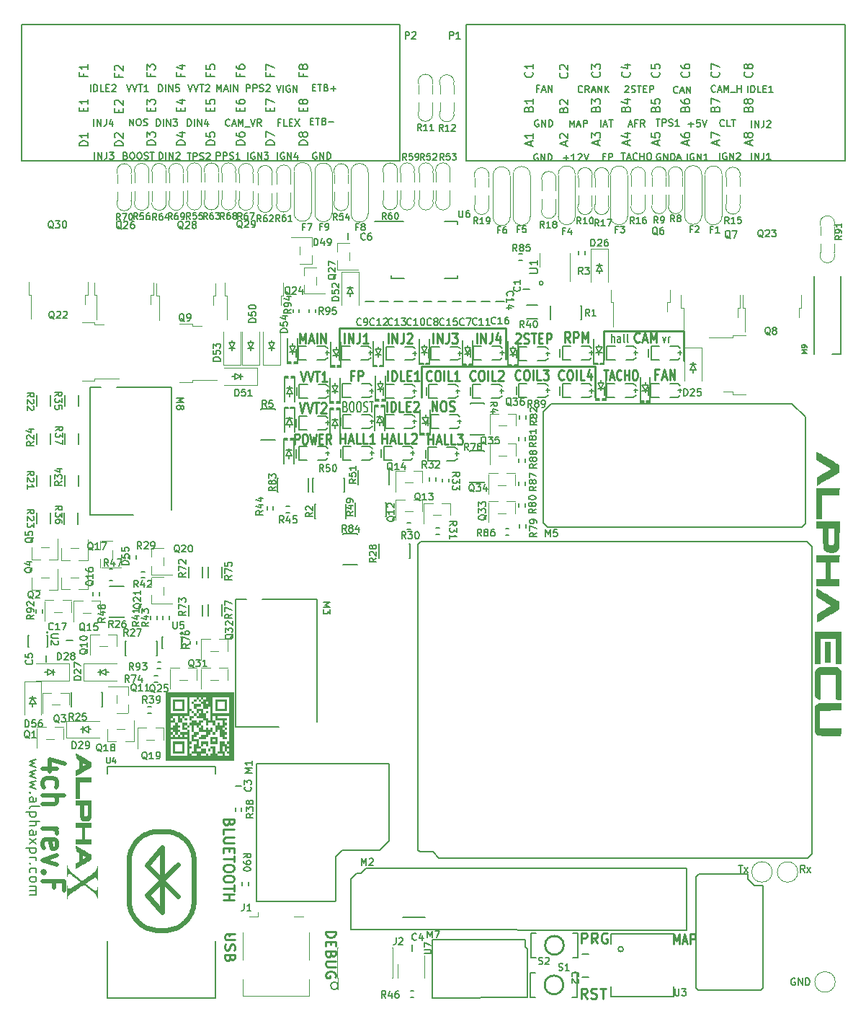
<source format=gto>
G04 #@! TF.GenerationSoftware,KiCad,Pcbnew,(6.0.8)*
G04 #@! TF.CreationDate,2023-01-31T20:31:05+03:00*
G04 #@! TF.ProjectId,alphax_4ch,616c7068-6178-45f3-9463-682e6b696361,a*
G04 #@! TF.SameCoordinates,PX141f5e0PYa2cace0*
G04 #@! TF.FileFunction,Legend,Top*
G04 #@! TF.FilePolarity,Positive*
%FSLAX46Y46*%
G04 Gerber Fmt 4.6, Leading zero omitted, Abs format (unit mm)*
G04 Created by KiCad (PCBNEW (6.0.8)) date 2023-01-31 20:31:05*
%MOMM*%
%LPD*%
G01*
G04 APERTURE LIST*
%ADD10C,0.250000*%
%ADD11C,0.170000*%
%ADD12C,0.200000*%
%ADD13C,0.500000*%
%ADD14C,0.225000*%
%ADD15C,0.150000*%
%ADD16C,0.127000*%
%ADD17C,0.120000*%
%ADD18C,0.099060*%
%ADD19C,0.203200*%
%ADD20C,0.254000*%
%ADD21C,0.631031*%
G04 APERTURE END LIST*
D10*
X37200000Y75250000D02*
X37200000Y79000000D01*
X68300000Y78650000D02*
X77700000Y78650000D01*
X77700000Y78650000D02*
X77700000Y75150000D01*
X46850000Y70800000D02*
X46850000Y74450000D01*
X67250000Y74450000D02*
X67250000Y70850000D01*
X37200000Y79000000D02*
X56750000Y79000000D01*
X46850000Y74450000D02*
X67250000Y74450000D01*
X68300000Y75250000D02*
X68300000Y78650000D01*
X56750000Y79000000D02*
X56750000Y75300000D01*
D11*
X30297619Y103107143D02*
X30030952Y103107143D01*
X30030952Y102688096D02*
X30030952Y103488096D01*
X30411904Y103488096D01*
X31097619Y102688096D02*
X30716666Y102688096D01*
X30716666Y103488096D01*
X31364285Y103107143D02*
X31630952Y103107143D01*
X31745238Y102688096D02*
X31364285Y102688096D01*
X31364285Y103488096D01*
X31745238Y103488096D01*
X32011904Y103488096D02*
X32545238Y102688096D01*
X32545238Y103488096D02*
X32011904Y102688096D01*
X85665308Y102538981D02*
X85665308Y103338981D01*
X86046260Y102538981D02*
X86046260Y103338981D01*
X86503403Y102538981D01*
X86503403Y103338981D01*
X87112927Y103338981D02*
X87112927Y102767552D01*
X87074831Y102653266D01*
X86998641Y102577076D01*
X86884355Y102538981D01*
X86808165Y102538981D01*
X87455784Y103262790D02*
X87493879Y103300885D01*
X87570070Y103338981D01*
X87760546Y103338981D01*
X87836736Y103300885D01*
X87874831Y103262790D01*
X87912927Y103186600D01*
X87912927Y103110409D01*
X87874831Y102996124D01*
X87417689Y102538981D01*
X87912927Y102538981D01*
X76993964Y106624177D02*
X76955869Y106586082D01*
X76841583Y106547987D01*
X76765392Y106547987D01*
X76651107Y106586082D01*
X76574916Y106662272D01*
X76536821Y106738463D01*
X76498726Y106890844D01*
X76498726Y107005130D01*
X76536821Y107157511D01*
X76574916Y107233701D01*
X76651107Y107309891D01*
X76765392Y107347987D01*
X76841583Y107347987D01*
X76955869Y107309891D01*
X76993964Y107271796D01*
X77298726Y106776558D02*
X77679678Y106776558D01*
X77222535Y106547987D02*
X77489202Y107347987D01*
X77755869Y106547987D01*
X78022535Y106547987D02*
X78022535Y107347987D01*
X78479678Y106547987D01*
X78479678Y107347987D01*
X60526726Y99395891D02*
X60450535Y99433987D01*
X60336250Y99433987D01*
X60221964Y99395891D01*
X60145773Y99319701D01*
X60107678Y99243511D01*
X60069583Y99091130D01*
X60069583Y98976844D01*
X60107678Y98824463D01*
X60145773Y98748272D01*
X60221964Y98672082D01*
X60336250Y98633987D01*
X60412440Y98633987D01*
X60526726Y98672082D01*
X60564821Y98710177D01*
X60564821Y98976844D01*
X60412440Y98976844D01*
X60907678Y98633987D02*
X60907678Y99433987D01*
X61364821Y98633987D01*
X61364821Y99433987D01*
X61745773Y98633987D02*
X61745773Y99433987D01*
X61936250Y99433987D01*
X62050535Y99395891D01*
X62126726Y99319701D01*
X62164821Y99243511D01*
X62202916Y99091130D01*
X62202916Y98976844D01*
X62164821Y98824463D01*
X62126726Y98748272D01*
X62050535Y98672082D01*
X61936250Y98633987D01*
X61745773Y98633987D01*
D12*
X75211904Y77964286D02*
X75402380Y77297620D01*
X75592857Y77964286D01*
X75897619Y77297620D02*
X75897619Y77964286D01*
X75897619Y77773810D02*
X75935714Y77869048D01*
X75973809Y77916667D01*
X76050000Y77964286D01*
X76126190Y77964286D01*
D11*
X19400000Y102688096D02*
X19400000Y103488096D01*
X19590476Y103488096D01*
X19704761Y103450000D01*
X19780952Y103373810D01*
X19819047Y103297620D01*
X19857142Y103145239D01*
X19857142Y103030953D01*
X19819047Y102878572D01*
X19780952Y102802381D01*
X19704761Y102726191D01*
X19590476Y102688096D01*
X19400000Y102688096D01*
X20200000Y102688096D02*
X20200000Y103488096D01*
X20580952Y102688096D02*
X20580952Y103488096D01*
X21038095Y102688096D01*
X21038095Y103488096D01*
X21761904Y103221429D02*
X21761904Y102688096D01*
X21571428Y103526191D02*
X21380952Y102954762D01*
X21876190Y102954762D01*
X26278571Y106738096D02*
X26278571Y107538096D01*
X26583333Y107538096D01*
X26659523Y107500000D01*
X26697619Y107461905D01*
X26735714Y107385715D01*
X26735714Y107271429D01*
X26697619Y107195239D01*
X26659523Y107157143D01*
X26583333Y107119048D01*
X26278571Y107119048D01*
X27078571Y106738096D02*
X27078571Y107538096D01*
X27383333Y107538096D01*
X27459523Y107500000D01*
X27497619Y107461905D01*
X27535714Y107385715D01*
X27535714Y107271429D01*
X27497619Y107195239D01*
X27459523Y107157143D01*
X27383333Y107119048D01*
X27078571Y107119048D01*
X27840476Y106776191D02*
X27954761Y106738096D01*
X28145238Y106738096D01*
X28221428Y106776191D01*
X28259523Y106814286D01*
X28297619Y106890477D01*
X28297619Y106966667D01*
X28259523Y107042858D01*
X28221428Y107080953D01*
X28145238Y107119048D01*
X27992857Y107157143D01*
X27916666Y107195239D01*
X27878571Y107233334D01*
X27840476Y107309524D01*
X27840476Y107385715D01*
X27878571Y107461905D01*
X27916666Y107500000D01*
X27992857Y107538096D01*
X28183333Y107538096D01*
X28297619Y107500000D01*
X28602380Y107461905D02*
X28640476Y107500000D01*
X28716666Y107538096D01*
X28907142Y107538096D01*
X28983333Y107500000D01*
X29021428Y107461905D01*
X29059523Y107385715D01*
X29059523Y107309524D01*
X29021428Y107195239D01*
X28564285Y106738096D01*
X29059523Y106738096D01*
D10*
X32630952Y73907143D02*
X32964285Y72707143D01*
X33297619Y73907143D01*
X33488095Y73907143D02*
X33821428Y72707143D01*
X34154761Y73907143D01*
X34345238Y73907143D02*
X34916666Y73907143D01*
X34630952Y72707143D02*
X34630952Y73907143D01*
X35773809Y72707143D02*
X35202380Y72707143D01*
X35488095Y72707143D02*
X35488095Y73907143D01*
X35392857Y73735715D01*
X35297619Y73621429D01*
X35202380Y73564286D01*
X57954761Y78242858D02*
X58002380Y78300000D01*
X58097619Y78357143D01*
X58335714Y78357143D01*
X58430952Y78300000D01*
X58478571Y78242858D01*
X58526190Y78128572D01*
X58526190Y78014286D01*
X58478571Y77842858D01*
X57907142Y77157143D01*
X58526190Y77157143D01*
X58907142Y77214286D02*
X59050000Y77157143D01*
X59288095Y77157143D01*
X59383333Y77214286D01*
X59430952Y77271429D01*
X59478571Y77385715D01*
X59478571Y77500000D01*
X59430952Y77614286D01*
X59383333Y77671429D01*
X59288095Y77728572D01*
X59097619Y77785715D01*
X59002380Y77842858D01*
X58954761Y77900000D01*
X58907142Y78014286D01*
X58907142Y78128572D01*
X58954761Y78242858D01*
X59002380Y78300000D01*
X59097619Y78357143D01*
X59335714Y78357143D01*
X59478571Y78300000D01*
X59764285Y78357143D02*
X60335714Y78357143D01*
X60050000Y77157143D02*
X60050000Y78357143D01*
X60669047Y77785715D02*
X61002380Y77785715D01*
X61145238Y77157143D02*
X60669047Y77157143D01*
X60669047Y78357143D01*
X61145238Y78357143D01*
X61573809Y77157143D02*
X61573809Y78357143D01*
X61954761Y78357143D01*
X62050000Y78300000D01*
X62097619Y78242858D01*
X62145238Y78128572D01*
X62145238Y77957143D01*
X62097619Y77842858D01*
X62050000Y77785715D01*
X61954761Y77728572D01*
X61573809Y77728572D01*
D11*
X12133333Y99207143D02*
X12247619Y99169048D01*
X12285714Y99130953D01*
X12323809Y99054762D01*
X12323809Y98940477D01*
X12285714Y98864286D01*
X12247619Y98826191D01*
X12171428Y98788096D01*
X11866666Y98788096D01*
X11866666Y99588096D01*
X12133333Y99588096D01*
X12209523Y99550000D01*
X12247619Y99511905D01*
X12285714Y99435715D01*
X12285714Y99359524D01*
X12247619Y99283334D01*
X12209523Y99245239D01*
X12133333Y99207143D01*
X11866666Y99207143D01*
X12819047Y99588096D02*
X12971428Y99588096D01*
X13047619Y99550000D01*
X13123809Y99473810D01*
X13161904Y99321429D01*
X13161904Y99054762D01*
X13123809Y98902381D01*
X13047619Y98826191D01*
X12971428Y98788096D01*
X12819047Y98788096D01*
X12742857Y98826191D01*
X12666666Y98902381D01*
X12628571Y99054762D01*
X12628571Y99321429D01*
X12666666Y99473810D01*
X12742857Y99550000D01*
X12819047Y99588096D01*
X13657142Y99588096D02*
X13809523Y99588096D01*
X13885714Y99550000D01*
X13961904Y99473810D01*
X14000000Y99321429D01*
X14000000Y99054762D01*
X13961904Y98902381D01*
X13885714Y98826191D01*
X13809523Y98788096D01*
X13657142Y98788096D01*
X13580952Y98826191D01*
X13504761Y98902381D01*
X13466666Y99054762D01*
X13466666Y99321429D01*
X13504761Y99473810D01*
X13580952Y99550000D01*
X13657142Y99588096D01*
X14304761Y98826191D02*
X14419047Y98788096D01*
X14609523Y98788096D01*
X14685714Y98826191D01*
X14723809Y98864286D01*
X14761904Y98940477D01*
X14761904Y99016667D01*
X14723809Y99092858D01*
X14685714Y99130953D01*
X14609523Y99169048D01*
X14457142Y99207143D01*
X14380952Y99245239D01*
X14342857Y99283334D01*
X14304761Y99359524D01*
X14304761Y99435715D01*
X14342857Y99511905D01*
X14380952Y99550000D01*
X14457142Y99588096D01*
X14647619Y99588096D01*
X14761904Y99550000D01*
X14990476Y99588096D02*
X15447619Y99588096D01*
X15219047Y98788096D02*
X15219047Y99588096D01*
D10*
X42816666Y69157143D02*
X42816666Y70357143D01*
X43292857Y69157143D02*
X43292857Y70357143D01*
X43530952Y70357143D01*
X43673809Y70300000D01*
X43769047Y70185715D01*
X43816666Y70071429D01*
X43864285Y69842858D01*
X43864285Y69671429D01*
X43816666Y69442858D01*
X43769047Y69328572D01*
X43673809Y69214286D01*
X43530952Y69157143D01*
X43292857Y69157143D01*
X44769047Y69157143D02*
X44292857Y69157143D01*
X44292857Y70357143D01*
X45102380Y69785715D02*
X45435714Y69785715D01*
X45578571Y69157143D02*
X45102380Y69157143D01*
X45102380Y70357143D01*
X45578571Y70357143D01*
X45959523Y70242858D02*
X46007142Y70300000D01*
X46102380Y70357143D01*
X46340476Y70357143D01*
X46435714Y70300000D01*
X46483333Y70242858D01*
X46530952Y70128572D01*
X46530952Y70014286D01*
X46483333Y69842858D01*
X45911904Y69157143D01*
X46530952Y69157143D01*
D12*
X69197619Y77297620D02*
X69197619Y78297620D01*
X69540476Y77297620D02*
X69540476Y77821429D01*
X69502380Y77916667D01*
X69426190Y77964286D01*
X69311904Y77964286D01*
X69235714Y77916667D01*
X69197619Y77869048D01*
X70264285Y77297620D02*
X70264285Y77821429D01*
X70226190Y77916667D01*
X70150000Y77964286D01*
X69997619Y77964286D01*
X69921428Y77916667D01*
X70264285Y77345239D02*
X70188095Y77297620D01*
X69997619Y77297620D01*
X69921428Y77345239D01*
X69883333Y77440477D01*
X69883333Y77535715D01*
X69921428Y77630953D01*
X69997619Y77678572D01*
X70188095Y77678572D01*
X70264285Y77726191D01*
X70759523Y77297620D02*
X70683333Y77345239D01*
X70645238Y77440477D01*
X70645238Y78297620D01*
X71178571Y77297620D02*
X71102380Y77345239D01*
X71064285Y77440477D01*
X71064285Y78297620D01*
D10*
X37350000Y65407143D02*
X37350000Y66607143D01*
X37350000Y66035715D02*
X37921428Y66035715D01*
X37921428Y65407143D02*
X37921428Y66607143D01*
X38350000Y65750000D02*
X38826190Y65750000D01*
X38254761Y65407143D02*
X38588095Y66607143D01*
X38921428Y65407143D01*
X39730952Y65407143D02*
X39254761Y65407143D01*
X39254761Y66607143D01*
X40540476Y65407143D02*
X40064285Y65407143D01*
X40064285Y66607143D01*
X41397619Y65407143D02*
X40826190Y65407143D01*
X41111904Y65407143D02*
X41111904Y66607143D01*
X41016666Y66435715D01*
X40921428Y66321429D01*
X40826190Y66264286D01*
X48269047Y77157143D02*
X48269047Y78357143D01*
X48745238Y77157143D02*
X48745238Y78357143D01*
X49316666Y77157143D01*
X49316666Y78357143D01*
X50078571Y78357143D02*
X50078571Y77500000D01*
X50030952Y77328572D01*
X49935714Y77214286D01*
X49792857Y77157143D01*
X49697619Y77157143D01*
X50459523Y78357143D02*
X51078571Y78357143D01*
X50745238Y77900000D01*
X50888095Y77900000D01*
X50983333Y77842858D01*
X51030952Y77785715D01*
X51078571Y77671429D01*
X51078571Y77385715D01*
X51030952Y77271429D01*
X50983333Y77214286D01*
X50888095Y77157143D01*
X50602380Y77157143D01*
X50507142Y77214286D01*
X50459523Y77271429D01*
X64338095Y77307143D02*
X64004761Y77878572D01*
X63766666Y77307143D02*
X63766666Y78507143D01*
X64147619Y78507143D01*
X64242857Y78450000D01*
X64290476Y78392858D01*
X64338095Y78278572D01*
X64338095Y78107143D01*
X64290476Y77992858D01*
X64242857Y77935715D01*
X64147619Y77878572D01*
X63766666Y77878572D01*
X64766666Y77307143D02*
X64766666Y78507143D01*
X65147619Y78507143D01*
X65242857Y78450000D01*
X65290476Y78392858D01*
X65338095Y78278572D01*
X65338095Y78107143D01*
X65290476Y77992858D01*
X65242857Y77935715D01*
X65147619Y77878572D01*
X64766666Y77878572D01*
X65766666Y77307143D02*
X65766666Y78507143D01*
X66100000Y77650000D01*
X66433333Y78507143D01*
X66433333Y77307143D01*
D11*
X70802031Y107354273D02*
X70840126Y107392368D01*
X70916317Y107430464D01*
X71106793Y107430464D01*
X71182983Y107392368D01*
X71221079Y107354273D01*
X71259174Y107278083D01*
X71259174Y107201892D01*
X71221079Y107087607D01*
X70763936Y106630464D01*
X71259174Y106630464D01*
X71563936Y106668559D02*
X71678222Y106630464D01*
X71868698Y106630464D01*
X71944888Y106668559D01*
X71982983Y106706654D01*
X72021079Y106782845D01*
X72021079Y106859035D01*
X71982983Y106935226D01*
X71944888Y106973321D01*
X71868698Y107011416D01*
X71716317Y107049511D01*
X71640126Y107087607D01*
X71602031Y107125702D01*
X71563936Y107201892D01*
X71563936Y107278083D01*
X71602031Y107354273D01*
X71640126Y107392368D01*
X71716317Y107430464D01*
X71906793Y107430464D01*
X72021079Y107392368D01*
X72249650Y107430464D02*
X72706793Y107430464D01*
X72478222Y106630464D02*
X72478222Y107430464D01*
X72973460Y107049511D02*
X73240126Y107049511D01*
X73354412Y106630464D02*
X72973460Y106630464D01*
X72973460Y107430464D01*
X73354412Y107430464D01*
X73697269Y106630464D02*
X73697269Y107430464D01*
X74002031Y107430464D01*
X74078222Y107392368D01*
X74116317Y107354273D01*
X74154412Y107278083D01*
X74154412Y107163797D01*
X74116317Y107087607D01*
X74078222Y107049511D01*
X74002031Y107011416D01*
X73697269Y107011416D01*
D10*
X37819047Y77207143D02*
X37819047Y78407143D01*
X38295238Y77207143D02*
X38295238Y78407143D01*
X38866666Y77207143D01*
X38866666Y78407143D01*
X39628571Y78407143D02*
X39628571Y77550000D01*
X39580952Y77378572D01*
X39485714Y77264286D01*
X39342857Y77207143D01*
X39247619Y77207143D01*
X40628571Y77207143D02*
X40057142Y77207143D01*
X40342857Y77207143D02*
X40342857Y78407143D01*
X40247619Y78235715D01*
X40152380Y78121429D01*
X40057142Y78064286D01*
D11*
X65796227Y106706654D02*
X65758132Y106668559D01*
X65643846Y106630464D01*
X65567655Y106630464D01*
X65453370Y106668559D01*
X65377179Y106744749D01*
X65339084Y106820940D01*
X65300989Y106973321D01*
X65300989Y107087607D01*
X65339084Y107239988D01*
X65377179Y107316178D01*
X65453370Y107392368D01*
X65567655Y107430464D01*
X65643846Y107430464D01*
X65758132Y107392368D01*
X65796227Y107354273D01*
X66596227Y106630464D02*
X66329560Y107011416D01*
X66139084Y106630464D02*
X66139084Y107430464D01*
X66443846Y107430464D01*
X66520036Y107392368D01*
X66558132Y107354273D01*
X66596227Y107278083D01*
X66596227Y107163797D01*
X66558132Y107087607D01*
X66520036Y107049511D01*
X66443846Y107011416D01*
X66139084Y107011416D01*
X66900989Y106859035D02*
X67281941Y106859035D01*
X66824798Y106630464D02*
X67091465Y107430464D01*
X67358132Y106630464D01*
X67624798Y106630464D02*
X67624798Y107430464D01*
X68081941Y106630464D01*
X68081941Y107430464D01*
X68462893Y106630464D02*
X68462893Y107430464D01*
X68920036Y106630464D02*
X68577179Y107087607D01*
X68920036Y107430464D02*
X68462893Y106973321D01*
D10*
X32530952Y70207143D02*
X32864285Y69007143D01*
X33197619Y70207143D01*
X33388095Y70207143D02*
X33721428Y69007143D01*
X34054761Y70207143D01*
X34245238Y70207143D02*
X34816666Y70207143D01*
X34530952Y69007143D02*
X34530952Y70207143D01*
X35102380Y70092858D02*
X35150000Y70150000D01*
X35245238Y70207143D01*
X35483333Y70207143D01*
X35578571Y70150000D01*
X35626190Y70092858D01*
X35673809Y69978572D01*
X35673809Y69864286D01*
X35626190Y69692858D01*
X35054761Y69007143D01*
X35673809Y69007143D01*
D11*
X64298735Y102584908D02*
X64298735Y103384908D01*
X64565401Y102813479D01*
X64832068Y103384908D01*
X64832068Y102584908D01*
X65174925Y102813479D02*
X65555878Y102813479D01*
X65098735Y102584908D02*
X65365401Y103384908D01*
X65632068Y102584908D01*
X65898735Y102584908D02*
X65898735Y103384908D01*
X66203497Y103384908D01*
X66279687Y103346812D01*
X66317782Y103308717D01*
X66355878Y103232527D01*
X66355878Y103118241D01*
X66317782Y103042051D01*
X66279687Y103003955D01*
X66203497Y102965860D01*
X65898735Y102965860D01*
D10*
X53204667Y72921429D02*
X53157048Y72864286D01*
X53014191Y72807143D01*
X52918953Y72807143D01*
X52776096Y72864286D01*
X52680858Y72978572D01*
X52633239Y73092858D01*
X52585620Y73321429D01*
X52585620Y73492858D01*
X52633239Y73721429D01*
X52680858Y73835715D01*
X52776096Y73950000D01*
X52918953Y74007143D01*
X53014191Y74007143D01*
X53157048Y73950000D01*
X53204667Y73892858D01*
X53823715Y74007143D02*
X54014191Y74007143D01*
X54109429Y73950000D01*
X54204667Y73835715D01*
X54252286Y73607143D01*
X54252286Y73207143D01*
X54204667Y72978572D01*
X54109429Y72864286D01*
X54014191Y72807143D01*
X53823715Y72807143D01*
X53728477Y72864286D01*
X53633239Y72978572D01*
X53585620Y73207143D01*
X53585620Y73607143D01*
X53633239Y73835715D01*
X53728477Y73950000D01*
X53823715Y74007143D01*
X54680858Y72807143D02*
X54680858Y74007143D01*
X55633239Y72807143D02*
X55157048Y72807143D01*
X55157048Y74007143D01*
X55918953Y73892858D02*
X55966572Y73950000D01*
X56061810Y74007143D01*
X56299905Y74007143D01*
X56395143Y73950000D01*
X56442762Y73892858D01*
X56490381Y73778572D01*
X56490381Y73664286D01*
X56442762Y73492858D01*
X55871334Y72807143D01*
X56490381Y72807143D01*
D11*
X84133809Y15899048D02*
X84602380Y15899048D01*
X84368095Y15079048D02*
X84368095Y15899048D01*
X84797619Y15079048D02*
X85227142Y15625715D01*
X84797619Y15625715D02*
X85227142Y15079048D01*
X63576726Y98938749D02*
X64186250Y98938749D01*
X63881488Y98633987D02*
X63881488Y99243511D01*
X64986250Y98633987D02*
X64529107Y98633987D01*
X64757678Y98633987D02*
X64757678Y99433987D01*
X64681488Y99319701D01*
X64605297Y99243511D01*
X64529107Y99205415D01*
X65291011Y99357796D02*
X65329107Y99395891D01*
X65405297Y99433987D01*
X65595773Y99433987D01*
X65671964Y99395891D01*
X65710059Y99357796D01*
X65748154Y99281606D01*
X65748154Y99205415D01*
X65710059Y99091130D01*
X65252916Y98633987D01*
X65748154Y98633987D01*
X65976726Y99433987D02*
X66243392Y98633987D01*
X66510059Y99433987D01*
X78086250Y98673987D02*
X78086250Y99473987D01*
X78886250Y99435891D02*
X78810059Y99473987D01*
X78695773Y99473987D01*
X78581488Y99435891D01*
X78505297Y99359701D01*
X78467202Y99283511D01*
X78429107Y99131130D01*
X78429107Y99016844D01*
X78467202Y98864463D01*
X78505297Y98788272D01*
X78581488Y98712082D01*
X78695773Y98673987D01*
X78771964Y98673987D01*
X78886250Y98712082D01*
X78924345Y98750177D01*
X78924345Y99016844D01*
X78771964Y99016844D01*
X79267202Y98673987D02*
X79267202Y99473987D01*
X79724345Y98673987D01*
X79724345Y99473987D01*
X80524345Y98673987D02*
X80067202Y98673987D01*
X80295773Y98673987D02*
X80295773Y99473987D01*
X80219583Y99359701D01*
X80143392Y99283511D01*
X80067202Y99245415D01*
X71236567Y102831965D02*
X71617520Y102831965D01*
X71160377Y102603394D02*
X71427043Y103403394D01*
X71693710Y102603394D01*
X72227043Y103022441D02*
X71960377Y103022441D01*
X71960377Y102603394D02*
X71960377Y103403394D01*
X72341329Y103403394D01*
X73103234Y102603394D02*
X72836567Y102984346D01*
X72646091Y102603394D02*
X72646091Y103403394D01*
X72950853Y103403394D01*
X73027043Y103365298D01*
X73065139Y103327203D01*
X73103234Y103251013D01*
X73103234Y103136727D01*
X73065139Y103060537D01*
X73027043Y103022441D01*
X72950853Y102984346D01*
X72646091Y102984346D01*
X7983333Y106738096D02*
X7983333Y107538096D01*
X8364285Y106738096D02*
X8364285Y107538096D01*
X8554761Y107538096D01*
X8669047Y107500000D01*
X8745238Y107423810D01*
X8783333Y107347620D01*
X8821428Y107195239D01*
X8821428Y107080953D01*
X8783333Y106928572D01*
X8745238Y106852381D01*
X8669047Y106776191D01*
X8554761Y106738096D01*
X8364285Y106738096D01*
X9545238Y106738096D02*
X9164285Y106738096D01*
X9164285Y107538096D01*
X9811904Y107157143D02*
X10078571Y107157143D01*
X10192857Y106738096D02*
X9811904Y106738096D01*
X9811904Y107538096D01*
X10192857Y107538096D01*
X10497619Y107461905D02*
X10535714Y107500000D01*
X10611904Y107538096D01*
X10802380Y107538096D01*
X10878571Y107500000D01*
X10916666Y107461905D01*
X10954761Y107385715D01*
X10954761Y107309524D01*
X10916666Y107195239D01*
X10459523Y106738096D01*
X10954761Y106738096D01*
D13*
X4035714Y27241667D02*
X2369047Y27241667D01*
X4988095Y27789286D02*
X3202380Y28336905D01*
X3202380Y26913096D01*
X2488095Y25051191D02*
X2369047Y25270239D01*
X2369047Y25708334D01*
X2488095Y25927381D01*
X2607142Y26036905D01*
X2845238Y26146429D01*
X3559523Y26146429D01*
X3797619Y26036905D01*
X3916666Y25927381D01*
X4035714Y25708334D01*
X4035714Y25270239D01*
X3916666Y25051191D01*
X2369047Y24065477D02*
X4869047Y24065477D01*
X2369047Y23079762D02*
X3678571Y23079762D01*
X3916666Y23189286D01*
X4035714Y23408334D01*
X4035714Y23736905D01*
X3916666Y23955953D01*
X3797619Y24065477D01*
X2369047Y20232143D02*
X4035714Y20232143D01*
X3559523Y20232143D02*
X3797619Y20122620D01*
X3916666Y20013096D01*
X4035714Y19794048D01*
X4035714Y19575000D01*
X2488095Y17932143D02*
X2369047Y18151191D01*
X2369047Y18589286D01*
X2488095Y18808334D01*
X2726190Y18917858D01*
X3678571Y18917858D01*
X3916666Y18808334D01*
X4035714Y18589286D01*
X4035714Y18151191D01*
X3916666Y17932143D01*
X3678571Y17822620D01*
X3440476Y17822620D01*
X3202380Y18917858D01*
X4035714Y17055953D02*
X2369047Y16508334D01*
X4035714Y15960715D01*
X2607142Y15084524D02*
X2488095Y14975000D01*
X2369047Y15084524D01*
X2488095Y15194048D01*
X2607142Y15084524D01*
X2369047Y15084524D01*
X3678571Y13222620D02*
X3678571Y13989286D01*
X2369047Y13989286D02*
X4869047Y13989286D01*
X4869047Y12894048D01*
D10*
X38892857Y73409241D02*
X38559523Y73409241D01*
X38559523Y72780669D02*
X38559523Y73980669D01*
X39035714Y73980669D01*
X39416666Y72780669D02*
X39416666Y73980669D01*
X39797619Y73980669D01*
X39892857Y73923526D01*
X39940476Y73866384D01*
X39988095Y73752098D01*
X39988095Y73580669D01*
X39940476Y73466384D01*
X39892857Y73409241D01*
X39797619Y73352098D01*
X39416666Y73352098D01*
D11*
X60665767Y107070982D02*
X60399101Y107070982D01*
X60399101Y106651935D02*
X60399101Y107451935D01*
X60780053Y107451935D01*
X61046720Y106880506D02*
X61427672Y106880506D01*
X60970529Y106651935D02*
X61237196Y107451935D01*
X61503863Y106651935D01*
X61770529Y106651935D02*
X61770529Y107451935D01*
X62227672Y106651935D01*
X62227672Y107451935D01*
X8445238Y98788096D02*
X8445238Y99588096D01*
X8826190Y98788096D02*
X8826190Y99588096D01*
X9283333Y98788096D01*
X9283333Y99588096D01*
X9892857Y99588096D02*
X9892857Y99016667D01*
X9854761Y98902381D01*
X9778571Y98826191D01*
X9664285Y98788096D01*
X9588095Y98788096D01*
X10197619Y99588096D02*
X10692857Y99588096D01*
X10426190Y99283334D01*
X10540476Y99283334D01*
X10616666Y99245239D01*
X10654761Y99207143D01*
X10692857Y99130953D01*
X10692857Y98940477D01*
X10654761Y98864286D01*
X10616666Y98826191D01*
X10540476Y98788096D01*
X10311904Y98788096D01*
X10235714Y98826191D01*
X10197619Y98864286D01*
X60625366Y103377473D02*
X60549175Y103415569D01*
X60434890Y103415569D01*
X60320604Y103377473D01*
X60244413Y103301283D01*
X60206318Y103225093D01*
X60168223Y103072712D01*
X60168223Y102958426D01*
X60206318Y102806045D01*
X60244413Y102729854D01*
X60320604Y102653664D01*
X60434890Y102615569D01*
X60511080Y102615569D01*
X60625366Y102653664D01*
X60663461Y102691759D01*
X60663461Y102958426D01*
X60511080Y102958426D01*
X61006318Y102615569D02*
X61006318Y103415569D01*
X61463461Y102615569D01*
X61463461Y103415569D01*
X61844413Y102615569D02*
X61844413Y103415569D01*
X62034890Y103415569D01*
X62149175Y103377473D01*
X62225366Y103301283D01*
X62263461Y103225093D01*
X62301556Y103072712D01*
X62301556Y102958426D01*
X62263461Y102806045D01*
X62225366Y102729854D01*
X62149175Y102653664D01*
X62034890Y102615569D01*
X61844413Y102615569D01*
D10*
X72509523Y77371429D02*
X72461904Y77314286D01*
X72319047Y77257143D01*
X72223809Y77257143D01*
X72080952Y77314286D01*
X71985714Y77428572D01*
X71938095Y77542858D01*
X71890476Y77771429D01*
X71890476Y77942858D01*
X71938095Y78171429D01*
X71985714Y78285715D01*
X72080952Y78400000D01*
X72223809Y78457143D01*
X72319047Y78457143D01*
X72461904Y78400000D01*
X72509523Y78342858D01*
X72890476Y77600000D02*
X73366666Y77600000D01*
X72795238Y77257143D02*
X73128571Y78457143D01*
X73461904Y77257143D01*
X73795238Y77257143D02*
X73795238Y78457143D01*
X74128571Y77600000D01*
X74461904Y78457143D01*
X74461904Y77257143D01*
D11*
X81423809Y106764286D02*
X81385714Y106726191D01*
X81271428Y106688096D01*
X81195238Y106688096D01*
X81080952Y106726191D01*
X81004761Y106802381D01*
X80966666Y106878572D01*
X80928571Y107030953D01*
X80928571Y107145239D01*
X80966666Y107297620D01*
X81004761Y107373810D01*
X81080952Y107450000D01*
X81195238Y107488096D01*
X81271428Y107488096D01*
X81385714Y107450000D01*
X81423809Y107411905D01*
X81728571Y106916667D02*
X82109523Y106916667D01*
X81652380Y106688096D02*
X81919047Y107488096D01*
X82185714Y106688096D01*
X82452380Y106688096D02*
X82452380Y107488096D01*
X82719047Y106916667D01*
X82985714Y107488096D01*
X82985714Y106688096D01*
X83176190Y106611905D02*
X83785714Y106611905D01*
X83976190Y106688096D02*
X83976190Y107488096D01*
X83976190Y107107143D02*
X84433333Y107107143D01*
X84433333Y106688096D02*
X84433333Y107488096D01*
X16050000Y98788096D02*
X16050000Y99588096D01*
X16240476Y99588096D01*
X16354761Y99550000D01*
X16430952Y99473810D01*
X16469047Y99397620D01*
X16507142Y99245239D01*
X16507142Y99130953D01*
X16469047Y98978572D01*
X16430952Y98902381D01*
X16354761Y98826191D01*
X16240476Y98788096D01*
X16050000Y98788096D01*
X16850000Y98788096D02*
X16850000Y99588096D01*
X17230952Y98788096D02*
X17230952Y99588096D01*
X17688095Y98788096D01*
X17688095Y99588096D01*
X18030952Y99511905D02*
X18069047Y99550000D01*
X18145238Y99588096D01*
X18335714Y99588096D01*
X18411904Y99550000D01*
X18450000Y99511905D01*
X18488095Y99435715D01*
X18488095Y99359524D01*
X18450000Y99245239D01*
X17992857Y98788096D01*
X18488095Y98788096D01*
D10*
X42250000Y65407143D02*
X42250000Y66607143D01*
X42250000Y66035715D02*
X42821428Y66035715D01*
X42821428Y65407143D02*
X42821428Y66607143D01*
X43250000Y65750000D02*
X43726190Y65750000D01*
X43154761Y65407143D02*
X43488095Y66607143D01*
X43821428Y65407143D01*
X44630952Y65407143D02*
X44154761Y65407143D01*
X44154761Y66607143D01*
X45440476Y65407143D02*
X44964285Y65407143D01*
X44964285Y66607143D01*
X45726190Y66492858D02*
X45773809Y66550000D01*
X45869047Y66607143D01*
X46107142Y66607143D01*
X46202380Y66550000D01*
X46250000Y66492858D01*
X46297619Y66378572D01*
X46297619Y66264286D01*
X46250000Y66092858D01*
X45678571Y65407143D01*
X46297619Y65407143D01*
D11*
X12254761Y107538096D02*
X12521428Y106738096D01*
X12788095Y107538096D01*
X12940476Y107538096D02*
X13207142Y106738096D01*
X13473809Y107538096D01*
X13626190Y107538096D02*
X14083333Y107538096D01*
X13854761Y106738096D02*
X13854761Y107538096D01*
X14769047Y106738096D02*
X14311904Y106738096D01*
X14540476Y106738096D02*
X14540476Y107538096D01*
X14464285Y107423810D01*
X14388095Y107347620D01*
X14311904Y107309524D01*
X34540476Y99550000D02*
X34464285Y99588096D01*
X34350000Y99588096D01*
X34235714Y99550000D01*
X34159523Y99473810D01*
X34121428Y99397620D01*
X34083333Y99245239D01*
X34083333Y99130953D01*
X34121428Y98978572D01*
X34159523Y98902381D01*
X34235714Y98826191D01*
X34350000Y98788096D01*
X34426190Y98788096D01*
X34540476Y98826191D01*
X34578571Y98864286D01*
X34578571Y99130953D01*
X34426190Y99130953D01*
X34921428Y98788096D02*
X34921428Y99588096D01*
X35378571Y98788096D01*
X35378571Y99588096D01*
X35759523Y98788096D02*
X35759523Y99588096D01*
X35950000Y99588096D01*
X36064285Y99550000D01*
X36140476Y99473810D01*
X36178571Y99397620D01*
X36216666Y99245239D01*
X36216666Y99130953D01*
X36178571Y98978572D01*
X36140476Y98902381D01*
X36064285Y98826191D01*
X35950000Y98788096D01*
X35759523Y98788096D01*
X19454761Y107538096D02*
X19721428Y106738096D01*
X19988095Y107538096D01*
X20140476Y107538096D02*
X20407142Y106738096D01*
X20673809Y107538096D01*
X20826190Y107538096D02*
X21283333Y107538096D01*
X21054761Y106738096D02*
X21054761Y107538096D01*
X21511904Y107461905D02*
X21550000Y107500000D01*
X21626190Y107538096D01*
X21816666Y107538096D01*
X21892857Y107500000D01*
X21930952Y107461905D01*
X21969047Y107385715D01*
X21969047Y107309524D01*
X21930952Y107195239D01*
X21473809Y106738096D01*
X21969047Y106738096D01*
D10*
X47650000Y65307143D02*
X47650000Y66507143D01*
X47650000Y65935715D02*
X48221428Y65935715D01*
X48221428Y65307143D02*
X48221428Y66507143D01*
X48650000Y65650000D02*
X49126190Y65650000D01*
X48554761Y65307143D02*
X48888095Y66507143D01*
X49221428Y65307143D01*
X50030952Y65307143D02*
X49554761Y65307143D01*
X49554761Y66507143D01*
X50840476Y65307143D02*
X50364285Y65307143D01*
X50364285Y66507143D01*
X51078571Y66507143D02*
X51697619Y66507143D01*
X51364285Y66050000D01*
X51507142Y66050000D01*
X51602380Y65992858D01*
X51650000Y65935715D01*
X51697619Y65821429D01*
X51697619Y65535715D01*
X51650000Y65421429D01*
X51602380Y65364286D01*
X51507142Y65307143D01*
X51221428Y65307143D01*
X51126190Y65364286D01*
X51078571Y65421429D01*
D11*
X90775238Y2610000D02*
X90697142Y2649048D01*
X90580000Y2649048D01*
X90462857Y2610000D01*
X90384761Y2531905D01*
X90345714Y2453810D01*
X90306666Y2297620D01*
X90306666Y2180477D01*
X90345714Y2024286D01*
X90384761Y1946191D01*
X90462857Y1868096D01*
X90580000Y1829048D01*
X90658095Y1829048D01*
X90775238Y1868096D01*
X90814285Y1907143D01*
X90814285Y2180477D01*
X90658095Y2180477D01*
X91165714Y1829048D02*
X91165714Y2649048D01*
X91634285Y1829048D01*
X91634285Y2649048D01*
X92024761Y1829048D02*
X92024761Y2649048D01*
X92220000Y2649048D01*
X92337142Y2610000D01*
X92415238Y2531905D01*
X92454285Y2453810D01*
X92493333Y2297620D01*
X92493333Y2180477D01*
X92454285Y2024286D01*
X92415238Y1946191D01*
X92337142Y1868096D01*
X92220000Y1829048D01*
X92024761Y1829048D01*
X85686779Y98738096D02*
X85686779Y99538096D01*
X86067731Y98738096D02*
X86067731Y99538096D01*
X86524874Y98738096D01*
X86524874Y99538096D01*
X87134398Y99538096D02*
X87134398Y98966667D01*
X87096302Y98852381D01*
X87020112Y98776191D01*
X86905826Y98738096D01*
X86829636Y98738096D01*
X87934398Y98738096D02*
X87477255Y98738096D01*
X87705826Y98738096D02*
X87705826Y99538096D01*
X87629636Y99423810D01*
X87553445Y99347620D01*
X87477255Y99309524D01*
X12571428Y102738096D02*
X12571428Y103538096D01*
X13028571Y102738096D01*
X13028571Y103538096D01*
X13561904Y103538096D02*
X13714285Y103538096D01*
X13790476Y103500000D01*
X13866666Y103423810D01*
X13904761Y103271429D01*
X13904761Y103004762D01*
X13866666Y102852381D01*
X13790476Y102776191D01*
X13714285Y102738096D01*
X13561904Y102738096D01*
X13485714Y102776191D01*
X13409523Y102852381D01*
X13371428Y103004762D01*
X13371428Y103271429D01*
X13409523Y103423810D01*
X13485714Y103500000D01*
X13561904Y103538096D01*
X14209523Y102776191D02*
X14323809Y102738096D01*
X14514285Y102738096D01*
X14590476Y102776191D01*
X14628571Y102814286D01*
X14666666Y102890477D01*
X14666666Y102966667D01*
X14628571Y103042858D01*
X14590476Y103080953D01*
X14514285Y103119048D01*
X14361904Y103157143D01*
X14285714Y103195239D01*
X14247619Y103233334D01*
X14209523Y103309524D01*
X14209523Y103385715D01*
X14247619Y103461905D01*
X14285714Y103500000D01*
X14361904Y103538096D01*
X14552380Y103538096D01*
X14666666Y103500000D01*
X33828571Y103257143D02*
X34095238Y103257143D01*
X34209523Y102838096D02*
X33828571Y102838096D01*
X33828571Y103638096D01*
X34209523Y103638096D01*
X34438095Y103638096D02*
X34895238Y103638096D01*
X34666666Y102838096D02*
X34666666Y103638096D01*
X35428571Y103257143D02*
X35542857Y103219048D01*
X35580952Y103180953D01*
X35619047Y103104762D01*
X35619047Y102990477D01*
X35580952Y102914286D01*
X35542857Y102876191D01*
X35466666Y102838096D01*
X35161904Y102838096D01*
X35161904Y103638096D01*
X35428571Y103638096D01*
X35504761Y103600000D01*
X35542857Y103561905D01*
X35580952Y103485715D01*
X35580952Y103409524D01*
X35542857Y103333334D01*
X35504761Y103295239D01*
X35428571Y103257143D01*
X35161904Y103257143D01*
X35961904Y103142858D02*
X36571428Y103142858D01*
X34078571Y107207143D02*
X34345238Y107207143D01*
X34459523Y106788096D02*
X34078571Y106788096D01*
X34078571Y107588096D01*
X34459523Y107588096D01*
X34688095Y107588096D02*
X35145238Y107588096D01*
X34916666Y106788096D02*
X34916666Y107588096D01*
X35678571Y107207143D02*
X35792857Y107169048D01*
X35830952Y107130953D01*
X35869047Y107054762D01*
X35869047Y106940477D01*
X35830952Y106864286D01*
X35792857Y106826191D01*
X35716666Y106788096D01*
X35411904Y106788096D01*
X35411904Y107588096D01*
X35678571Y107588096D01*
X35754761Y107550000D01*
X35792857Y107511905D01*
X35830952Y107435715D01*
X35830952Y107359524D01*
X35792857Y107283334D01*
X35754761Y107245239D01*
X35678571Y107207143D01*
X35411904Y107207143D01*
X36211904Y107092858D02*
X36821428Y107092858D01*
X36516666Y106788096D02*
X36516666Y107397620D01*
X24350000Y102764286D02*
X24311904Y102726191D01*
X24197619Y102688096D01*
X24121428Y102688096D01*
X24007142Y102726191D01*
X23930952Y102802381D01*
X23892857Y102878572D01*
X23854761Y103030953D01*
X23854761Y103145239D01*
X23892857Y103297620D01*
X23930952Y103373810D01*
X24007142Y103450000D01*
X24121428Y103488096D01*
X24197619Y103488096D01*
X24311904Y103450000D01*
X24350000Y103411905D01*
X24654761Y102916667D02*
X25035714Y102916667D01*
X24578571Y102688096D02*
X24845238Y103488096D01*
X25111904Y102688096D01*
X25378571Y102688096D02*
X25378571Y103488096D01*
X25645238Y102916667D01*
X25911904Y103488096D01*
X25911904Y102688096D01*
X26102380Y102611905D02*
X26711904Y102611905D01*
X26788095Y103488096D02*
X27054761Y102688096D01*
X27321428Y103488096D01*
X28045238Y102688096D02*
X27778571Y103069048D01*
X27588095Y102688096D02*
X27588095Y103488096D01*
X27892857Y103488096D01*
X27969047Y103450000D01*
X28007142Y103411905D01*
X28045238Y103335715D01*
X28045238Y103221429D01*
X28007142Y103145239D01*
X27969047Y103107143D01*
X27892857Y103069048D01*
X27588095Y103069048D01*
X22778571Y98788096D02*
X22778571Y99588096D01*
X23083333Y99588096D01*
X23159523Y99550000D01*
X23197619Y99511905D01*
X23235714Y99435715D01*
X23235714Y99321429D01*
X23197619Y99245239D01*
X23159523Y99207143D01*
X23083333Y99169048D01*
X22778571Y99169048D01*
X23578571Y98788096D02*
X23578571Y99588096D01*
X23883333Y99588096D01*
X23959523Y99550000D01*
X23997619Y99511905D01*
X24035714Y99435715D01*
X24035714Y99321429D01*
X23997619Y99245239D01*
X23959523Y99207143D01*
X23883333Y99169048D01*
X23578571Y99169048D01*
X24340476Y98826191D02*
X24454761Y98788096D01*
X24645238Y98788096D01*
X24721428Y98826191D01*
X24759523Y98864286D01*
X24797619Y98940477D01*
X24797619Y99016667D01*
X24759523Y99092858D01*
X24721428Y99130953D01*
X24645238Y99169048D01*
X24492857Y99207143D01*
X24416666Y99245239D01*
X24378571Y99283334D01*
X24340476Y99359524D01*
X24340476Y99435715D01*
X24378571Y99511905D01*
X24416666Y99550000D01*
X24492857Y99588096D01*
X24683333Y99588096D01*
X24797619Y99550000D01*
X25559523Y98788096D02*
X25102380Y98788096D01*
X25330952Y98788096D02*
X25330952Y99588096D01*
X25254761Y99473810D01*
X25178571Y99397620D01*
X25102380Y99359524D01*
D10*
X53369047Y77207143D02*
X53369047Y78407143D01*
X53845238Y77207143D02*
X53845238Y78407143D01*
X54416666Y77207143D01*
X54416666Y78407143D01*
X55178571Y78407143D02*
X55178571Y77550000D01*
X55130952Y77378572D01*
X55035714Y77264286D01*
X54892857Y77207143D01*
X54797619Y77207143D01*
X56083333Y78007143D02*
X56083333Y77207143D01*
X55845238Y78464286D02*
X55607142Y77607143D01*
X56226190Y77607143D01*
X65675714Y6767143D02*
X65675714Y7967143D01*
X66132857Y7967143D01*
X66247142Y7910000D01*
X66304285Y7852858D01*
X66361428Y7738572D01*
X66361428Y7567143D01*
X66304285Y7452858D01*
X66247142Y7395715D01*
X66132857Y7338572D01*
X65675714Y7338572D01*
X67561428Y6767143D02*
X67161428Y7338572D01*
X66875714Y6767143D02*
X66875714Y7967143D01*
X67332857Y7967143D01*
X67447142Y7910000D01*
X67504285Y7852858D01*
X67561428Y7738572D01*
X67561428Y7567143D01*
X67504285Y7452858D01*
X67447142Y7395715D01*
X67332857Y7338572D01*
X66875714Y7338572D01*
X68704285Y7910000D02*
X68590000Y7967143D01*
X68418571Y7967143D01*
X68247142Y7910000D01*
X68132857Y7795715D01*
X68075714Y7681429D01*
X68018571Y7452858D01*
X68018571Y7281429D01*
X68075714Y7052858D01*
X68132857Y6938572D01*
X68247142Y6824286D01*
X68418571Y6767143D01*
X68532857Y6767143D01*
X68704285Y6824286D01*
X68761428Y6881429D01*
X68761428Y7281429D01*
X68532857Y7281429D01*
D11*
X19359523Y99538096D02*
X19816666Y99538096D01*
X19588095Y98738096D02*
X19588095Y99538096D01*
X20083333Y98738096D02*
X20083333Y99538096D01*
X20388095Y99538096D01*
X20464285Y99500000D01*
X20502380Y99461905D01*
X20540476Y99385715D01*
X20540476Y99271429D01*
X20502380Y99195239D01*
X20464285Y99157143D01*
X20388095Y99119048D01*
X20083333Y99119048D01*
X20845238Y98776191D02*
X20959523Y98738096D01*
X21150000Y98738096D01*
X21226190Y98776191D01*
X21264285Y98814286D01*
X21302380Y98890477D01*
X21302380Y98966667D01*
X21264285Y99042858D01*
X21226190Y99080953D01*
X21150000Y99119048D01*
X20997619Y99157143D01*
X20921428Y99195239D01*
X20883333Y99233334D01*
X20845238Y99309524D01*
X20845238Y99385715D01*
X20883333Y99461905D01*
X20921428Y99500000D01*
X20997619Y99538096D01*
X21188095Y99538096D01*
X21302380Y99500000D01*
X21607142Y99461905D02*
X21645238Y99500000D01*
X21721428Y99538096D01*
X21911904Y99538096D01*
X21988095Y99500000D01*
X22026190Y99461905D01*
X22064285Y99385715D01*
X22064285Y99309524D01*
X22026190Y99195239D01*
X21569047Y98738096D01*
X22064285Y98738096D01*
X78248176Y102908156D02*
X78857700Y102908156D01*
X78552938Y102603394D02*
X78552938Y103212918D01*
X79619605Y103403394D02*
X79238652Y103403394D01*
X79200557Y103022441D01*
X79238652Y103060537D01*
X79314843Y103098632D01*
X79505319Y103098632D01*
X79581509Y103060537D01*
X79619605Y103022441D01*
X79657700Y102946251D01*
X79657700Y102755775D01*
X79619605Y102679584D01*
X79581509Y102641489D01*
X79505319Y102603394D01*
X79314843Y102603394D01*
X79238652Y102641489D01*
X79200557Y102679584D01*
X79886271Y103403394D02*
X80152938Y102603394D01*
X80419605Y103403394D01*
X67954266Y102612820D02*
X67954266Y103412820D01*
X68297124Y102841391D02*
X68678076Y102841391D01*
X68220933Y102612820D02*
X68487600Y103412820D01*
X68754266Y102612820D01*
X68906647Y103412820D02*
X69363790Y103412820D01*
X69135219Y102612820D02*
X69135219Y103412820D01*
X85217520Y106639911D02*
X85217520Y107439911D01*
X85598472Y106639911D02*
X85598472Y107439911D01*
X85788948Y107439911D01*
X85903234Y107401815D01*
X85979425Y107325625D01*
X86017520Y107249435D01*
X86055615Y107097054D01*
X86055615Y106982768D01*
X86017520Y106830387D01*
X85979425Y106754196D01*
X85903234Y106678006D01*
X85788948Y106639911D01*
X85598472Y106639911D01*
X86779425Y106639911D02*
X86398472Y106639911D01*
X86398472Y107439911D01*
X87046091Y107058958D02*
X87312758Y107058958D01*
X87427044Y106639911D02*
X87046091Y106639911D01*
X87046091Y107439911D01*
X87427044Y107439911D01*
X88188948Y106639911D02*
X87731806Y106639911D01*
X87960377Y106639911D02*
X87960377Y107439911D01*
X87884187Y107325625D01*
X87807996Y107249435D01*
X87731806Y107211339D01*
X29950000Y98788096D02*
X29950000Y99588096D01*
X30750000Y99550000D02*
X30673809Y99588096D01*
X30559523Y99588096D01*
X30445238Y99550000D01*
X30369047Y99473810D01*
X30330952Y99397620D01*
X30292857Y99245239D01*
X30292857Y99130953D01*
X30330952Y98978572D01*
X30369047Y98902381D01*
X30445238Y98826191D01*
X30559523Y98788096D01*
X30635714Y98788096D01*
X30750000Y98826191D01*
X30788095Y98864286D01*
X30788095Y99130953D01*
X30635714Y99130953D01*
X31130952Y98788096D02*
X31130952Y99588096D01*
X31588095Y98788096D01*
X31588095Y99588096D01*
X32311904Y99321429D02*
X32311904Y98788096D01*
X32121428Y99626191D02*
X31930952Y99054762D01*
X32426190Y99054762D01*
D10*
X24957142Y7814286D02*
X23985714Y7814286D01*
X23871428Y7757143D01*
X23814285Y7700000D01*
X23757142Y7585715D01*
X23757142Y7357143D01*
X23814285Y7242858D01*
X23871428Y7185715D01*
X23985714Y7128572D01*
X24957142Y7128572D01*
X23814285Y6614286D02*
X23757142Y6442858D01*
X23757142Y6157143D01*
X23814285Y6042858D01*
X23871428Y5985715D01*
X23985714Y5928572D01*
X24100000Y5928572D01*
X24214285Y5985715D01*
X24271428Y6042858D01*
X24328571Y6157143D01*
X24385714Y6385715D01*
X24442857Y6500000D01*
X24500000Y6557143D01*
X24614285Y6614286D01*
X24728571Y6614286D01*
X24842857Y6557143D01*
X24900000Y6500000D01*
X24957142Y6385715D01*
X24957142Y6100000D01*
X24900000Y5928572D01*
X24385714Y5014286D02*
X24328571Y4842858D01*
X24271428Y4785715D01*
X24157142Y4728572D01*
X23985714Y4728572D01*
X23871428Y4785715D01*
X23814285Y4842858D01*
X23757142Y4957143D01*
X23757142Y5414286D01*
X24957142Y5414286D01*
X24957142Y5014286D01*
X24900000Y4900000D01*
X24842857Y4842858D01*
X24728571Y4785715D01*
X24614285Y4785715D01*
X24500000Y4842858D01*
X24442857Y4900000D01*
X24385714Y5014286D01*
X24385714Y5414286D01*
X74678477Y73535715D02*
X74345143Y73535715D01*
X74345143Y72907143D02*
X74345143Y74107143D01*
X74821334Y74107143D01*
X75154667Y73250000D02*
X75630858Y73250000D01*
X75059429Y72907143D02*
X75392762Y74107143D01*
X75726096Y72907143D01*
X76059429Y72907143D02*
X76059429Y74107143D01*
X76630858Y72907143D01*
X76630858Y74107143D01*
X35607142Y8135715D02*
X36807142Y8135715D01*
X36807142Y7850000D01*
X36750000Y7678572D01*
X36635714Y7564286D01*
X36521428Y7507143D01*
X36292857Y7450000D01*
X36121428Y7450000D01*
X35892857Y7507143D01*
X35778571Y7564286D01*
X35664285Y7678572D01*
X35607142Y7850000D01*
X35607142Y8135715D01*
X36235714Y6935715D02*
X36235714Y6535715D01*
X35607142Y6364286D02*
X35607142Y6935715D01*
X36807142Y6935715D01*
X36807142Y6364286D01*
X36235714Y5450000D02*
X36178571Y5278572D01*
X36121428Y5221429D01*
X36007142Y5164286D01*
X35835714Y5164286D01*
X35721428Y5221429D01*
X35664285Y5278572D01*
X35607142Y5392858D01*
X35607142Y5850000D01*
X36807142Y5850000D01*
X36807142Y5450000D01*
X36750000Y5335715D01*
X36692857Y5278572D01*
X36578571Y5221429D01*
X36464285Y5221429D01*
X36350000Y5278572D01*
X36292857Y5335715D01*
X36235714Y5450000D01*
X36235714Y5850000D01*
X36807142Y4650000D02*
X35835714Y4650000D01*
X35721428Y4592858D01*
X35664285Y4535715D01*
X35607142Y4421429D01*
X35607142Y4192858D01*
X35664285Y4078572D01*
X35721428Y4021429D01*
X35835714Y3964286D01*
X36807142Y3964286D01*
X36750000Y2764286D02*
X36807142Y2878572D01*
X36807142Y3050000D01*
X36750000Y3221429D01*
X36635714Y3335715D01*
X36521428Y3392858D01*
X36292857Y3450000D01*
X36121428Y3450000D01*
X35892857Y3392858D01*
X35778571Y3335715D01*
X35664285Y3221429D01*
X35607142Y3050000D01*
X35607142Y2935715D01*
X35664285Y2764286D01*
X35721428Y2707143D01*
X36121428Y2707143D01*
X36121428Y2935715D01*
D11*
X82438483Y102722525D02*
X82400388Y102684430D01*
X82286102Y102646335D01*
X82209912Y102646335D01*
X82095626Y102684430D01*
X82019436Y102760620D01*
X81981340Y102836811D01*
X81943245Y102989192D01*
X81943245Y103103478D01*
X81981340Y103255859D01*
X82019436Y103332049D01*
X82095626Y103408239D01*
X82209912Y103446335D01*
X82286102Y103446335D01*
X82400388Y103408239D01*
X82438483Y103370144D01*
X83162293Y102646335D02*
X82781340Y102646335D01*
X82781340Y103446335D01*
X83314674Y103446335D02*
X83771816Y103446335D01*
X83543245Y102646335D02*
X83543245Y103446335D01*
D10*
X58516666Y72971429D02*
X58469047Y72914286D01*
X58326190Y72857143D01*
X58230952Y72857143D01*
X58088095Y72914286D01*
X57992857Y73028572D01*
X57945238Y73142858D01*
X57897619Y73371429D01*
X57897619Y73542858D01*
X57945238Y73771429D01*
X57992857Y73885715D01*
X58088095Y74000000D01*
X58230952Y74057143D01*
X58326190Y74057143D01*
X58469047Y74000000D01*
X58516666Y73942858D01*
X59135714Y74057143D02*
X59326190Y74057143D01*
X59421428Y74000000D01*
X59516666Y73885715D01*
X59564285Y73657143D01*
X59564285Y73257143D01*
X59516666Y73028572D01*
X59421428Y72914286D01*
X59326190Y72857143D01*
X59135714Y72857143D01*
X59040476Y72914286D01*
X58945238Y73028572D01*
X58897619Y73257143D01*
X58897619Y73657143D01*
X58945238Y73885715D01*
X59040476Y74000000D01*
X59135714Y74057143D01*
X59992857Y72857143D02*
X59992857Y74057143D01*
X60945238Y72857143D02*
X60469047Y72857143D01*
X60469047Y74057143D01*
X61183333Y74057143D02*
X61802380Y74057143D01*
X61469047Y73600000D01*
X61611904Y73600000D01*
X61707142Y73542858D01*
X61754761Y73485715D01*
X61802380Y73371429D01*
X61802380Y73085715D01*
X61754761Y72971429D01*
X61707142Y72914286D01*
X61611904Y72857143D01*
X61326190Y72857143D01*
X61230952Y72914286D01*
X61183333Y72971429D01*
X32576190Y77207143D02*
X32576190Y78407143D01*
X32909523Y77550000D01*
X33242857Y78407143D01*
X33242857Y77207143D01*
X33671428Y77550000D02*
X34147619Y77550000D01*
X33576190Y77207143D02*
X33909523Y78407143D01*
X34242857Y77207143D01*
X34576190Y77207143D02*
X34576190Y78407143D01*
X35052380Y77207143D02*
X35052380Y78407143D01*
X35623809Y77207143D01*
X35623809Y78407143D01*
D11*
X29823809Y107488096D02*
X30090476Y106688096D01*
X30357142Y107488096D01*
X30623809Y106688096D02*
X30623809Y107488096D01*
X31423809Y107450000D02*
X31347619Y107488096D01*
X31233333Y107488096D01*
X31119047Y107450000D01*
X31042857Y107373810D01*
X31004761Y107297620D01*
X30966666Y107145239D01*
X30966666Y107030953D01*
X31004761Y106878572D01*
X31042857Y106802381D01*
X31119047Y106726191D01*
X31233333Y106688096D01*
X31309523Y106688096D01*
X31423809Y106726191D01*
X31461904Y106764286D01*
X31461904Y107030953D01*
X31309523Y107030953D01*
X31804761Y106688096D02*
X31804761Y107488096D01*
X32261904Y106688096D01*
X32261904Y107488096D01*
X81920028Y98738643D02*
X81920028Y99538643D01*
X82720028Y99500547D02*
X82643837Y99538643D01*
X82529551Y99538643D01*
X82415266Y99500547D01*
X82339075Y99424357D01*
X82300980Y99348167D01*
X82262885Y99195786D01*
X82262885Y99081500D01*
X82300980Y98929119D01*
X82339075Y98852928D01*
X82415266Y98776738D01*
X82529551Y98738643D01*
X82605742Y98738643D01*
X82720028Y98776738D01*
X82758123Y98814833D01*
X82758123Y99081500D01*
X82605742Y99081500D01*
X83100980Y98738643D02*
X83100980Y99538643D01*
X83558123Y98738643D01*
X83558123Y99538643D01*
X83900980Y99462452D02*
X83939075Y99500547D01*
X84015266Y99538643D01*
X84205742Y99538643D01*
X84281932Y99500547D01*
X84320028Y99462452D01*
X84358123Y99386262D01*
X84358123Y99310071D01*
X84320028Y99195786D01*
X83862885Y98738643D01*
X84358123Y98738643D01*
X70360377Y99517172D02*
X70817520Y99517172D01*
X70588948Y98717172D02*
X70588948Y99517172D01*
X71046091Y98945743D02*
X71427043Y98945743D01*
X70969901Y98717172D02*
X71236567Y99517172D01*
X71503234Y98717172D01*
X72227043Y98793362D02*
X72188948Y98755267D01*
X72074662Y98717172D01*
X71998472Y98717172D01*
X71884186Y98755267D01*
X71807996Y98831457D01*
X71769901Y98907648D01*
X71731805Y99060029D01*
X71731805Y99174315D01*
X71769901Y99326696D01*
X71807996Y99402886D01*
X71884186Y99479076D01*
X71998472Y99517172D01*
X72074662Y99517172D01*
X72188948Y99479076D01*
X72227043Y99440981D01*
X72569901Y98717172D02*
X72569901Y99517172D01*
X72569901Y99136219D02*
X73027043Y99136219D01*
X73027043Y98717172D02*
X73027043Y99517172D01*
X73560377Y99517172D02*
X73712758Y99517172D01*
X73788948Y99479076D01*
X73865139Y99402886D01*
X73903234Y99250505D01*
X73903234Y98983838D01*
X73865139Y98831457D01*
X73788948Y98755267D01*
X73712758Y98717172D01*
X73560377Y98717172D01*
X73484186Y98755267D01*
X73407996Y98831457D01*
X73369901Y98983838D01*
X73369901Y99250505D01*
X73407996Y99402886D01*
X73484186Y99479076D01*
X73560377Y99517172D01*
D10*
X66352857Y247143D02*
X65952857Y818572D01*
X65667142Y247143D02*
X65667142Y1447143D01*
X66124285Y1447143D01*
X66238571Y1390000D01*
X66295714Y1332858D01*
X66352857Y1218572D01*
X66352857Y1047143D01*
X66295714Y932858D01*
X66238571Y875715D01*
X66124285Y818572D01*
X65667142Y818572D01*
X66810000Y304286D02*
X66981428Y247143D01*
X67267142Y247143D01*
X67381428Y304286D01*
X67438571Y361429D01*
X67495714Y475715D01*
X67495714Y590000D01*
X67438571Y704286D01*
X67381428Y761429D01*
X67267142Y818572D01*
X67038571Y875715D01*
X66924285Y932858D01*
X66867142Y990000D01*
X66810000Y1104286D01*
X66810000Y1218572D01*
X66867142Y1332858D01*
X66924285Y1390000D01*
X67038571Y1447143D01*
X67324285Y1447143D01*
X67495714Y1390000D01*
X67838571Y1447143D02*
X68524285Y1447143D01*
X68181428Y247143D02*
X68181428Y1447143D01*
D11*
X74974916Y99436134D02*
X74898725Y99474230D01*
X74784439Y99474230D01*
X74670154Y99436134D01*
X74593963Y99359944D01*
X74555868Y99283754D01*
X74517773Y99131373D01*
X74517773Y99017087D01*
X74555868Y98864706D01*
X74593963Y98788515D01*
X74670154Y98712325D01*
X74784439Y98674230D01*
X74860630Y98674230D01*
X74974916Y98712325D01*
X75013011Y98750420D01*
X75013011Y99017087D01*
X74860630Y99017087D01*
X75355868Y98674230D02*
X75355868Y99474230D01*
X75813011Y98674230D01*
X75813011Y99474230D01*
X76193963Y98674230D02*
X76193963Y99474230D01*
X76384439Y99474230D01*
X76498725Y99436134D01*
X76574916Y99359944D01*
X76613011Y99283754D01*
X76651106Y99131373D01*
X76651106Y99017087D01*
X76613011Y98864706D01*
X76574916Y98788515D01*
X76498725Y98712325D01*
X76384439Y98674230D01*
X76193963Y98674230D01*
X76955868Y98902801D02*
X77336820Y98902801D01*
X76879677Y98674230D02*
X77146344Y99474230D01*
X77413011Y98674230D01*
D12*
X1607142Y28328572D02*
X807142Y28100000D01*
X1378571Y27871429D01*
X807142Y27642858D01*
X1607142Y27414286D01*
X1607142Y27071429D02*
X807142Y26842858D01*
X1378571Y26614286D01*
X807142Y26385715D01*
X1607142Y26157143D01*
X1607142Y25814286D02*
X807142Y25585715D01*
X1378571Y25357143D01*
X807142Y25128572D01*
X1607142Y24900000D01*
X921428Y24442858D02*
X864285Y24385715D01*
X807142Y24442858D01*
X864285Y24500000D01*
X921428Y24442858D01*
X807142Y24442858D01*
X807142Y23357143D02*
X1435714Y23357143D01*
X1550000Y23414286D01*
X1607142Y23528572D01*
X1607142Y23757143D01*
X1550000Y23871429D01*
X864285Y23357143D02*
X807142Y23471429D01*
X807142Y23757143D01*
X864285Y23871429D01*
X978571Y23928572D01*
X1092857Y23928572D01*
X1207142Y23871429D01*
X1264285Y23757143D01*
X1264285Y23471429D01*
X1321428Y23357143D01*
X807142Y22614286D02*
X864285Y22728572D01*
X978571Y22785715D01*
X2007142Y22785715D01*
X1607142Y22157143D02*
X407142Y22157143D01*
X1550000Y22157143D02*
X1607142Y22042858D01*
X1607142Y21814286D01*
X1550000Y21700000D01*
X1492857Y21642858D01*
X1378571Y21585715D01*
X1035714Y21585715D01*
X921428Y21642858D01*
X864285Y21700000D01*
X807142Y21814286D01*
X807142Y22042858D01*
X864285Y22157143D01*
X807142Y21071429D02*
X2007142Y21071429D01*
X807142Y20557143D02*
X1435714Y20557143D01*
X1550000Y20614286D01*
X1607142Y20728572D01*
X1607142Y20900000D01*
X1550000Y21014286D01*
X1492857Y21071429D01*
X807142Y19471429D02*
X1435714Y19471429D01*
X1550000Y19528572D01*
X1607142Y19642858D01*
X1607142Y19871429D01*
X1550000Y19985715D01*
X864285Y19471429D02*
X807142Y19585715D01*
X807142Y19871429D01*
X864285Y19985715D01*
X978571Y20042858D01*
X1092857Y20042858D01*
X1207142Y19985715D01*
X1264285Y19871429D01*
X1264285Y19585715D01*
X1321428Y19471429D01*
X807142Y19014286D02*
X1607142Y18385715D01*
X1607142Y19014286D02*
X807142Y18385715D01*
X1607142Y17928572D02*
X407142Y17928572D01*
X1550000Y17928572D02*
X1607142Y17814286D01*
X1607142Y17585715D01*
X1550000Y17471429D01*
X1492857Y17414286D01*
X1378571Y17357143D01*
X1035714Y17357143D01*
X921428Y17414286D01*
X864285Y17471429D01*
X807142Y17585715D01*
X807142Y17814286D01*
X864285Y17928572D01*
X807142Y16842858D02*
X1607142Y16842858D01*
X1378571Y16842858D02*
X1492857Y16785715D01*
X1550000Y16728572D01*
X1607142Y16614286D01*
X1607142Y16500000D01*
X921428Y16100000D02*
X864285Y16042858D01*
X807142Y16100000D01*
X864285Y16157143D01*
X921428Y16100000D01*
X807142Y16100000D01*
X864285Y15014286D02*
X807142Y15128572D01*
X807142Y15357143D01*
X864285Y15471429D01*
X921428Y15528572D01*
X1035714Y15585715D01*
X1378571Y15585715D01*
X1492857Y15528572D01*
X1550000Y15471429D01*
X1607142Y15357143D01*
X1607142Y15128572D01*
X1550000Y15014286D01*
X807142Y14328572D02*
X864285Y14442858D01*
X921428Y14500000D01*
X1035714Y14557143D01*
X1378571Y14557143D01*
X1492857Y14500000D01*
X1550000Y14442858D01*
X1607142Y14328572D01*
X1607142Y14157143D01*
X1550000Y14042858D01*
X1492857Y13985715D01*
X1378571Y13928572D01*
X1035714Y13928572D01*
X921428Y13985715D01*
X864285Y14042858D01*
X807142Y14157143D01*
X807142Y14328572D01*
X807142Y13414286D02*
X1607142Y13414286D01*
X1492857Y13414286D02*
X1550000Y13357143D01*
X1607142Y13242858D01*
X1607142Y13071429D01*
X1550000Y12957143D01*
X1435714Y12900000D01*
X807142Y12900000D01*
X1435714Y12900000D02*
X1550000Y12842858D01*
X1607142Y12728572D01*
X1607142Y12557143D01*
X1550000Y12442858D01*
X1435714Y12385715D01*
X807142Y12385715D01*
D10*
X63616666Y72971429D02*
X63569047Y72914286D01*
X63426190Y72857143D01*
X63330952Y72857143D01*
X63188095Y72914286D01*
X63092857Y73028572D01*
X63045238Y73142858D01*
X62997619Y73371429D01*
X62997619Y73542858D01*
X63045238Y73771429D01*
X63092857Y73885715D01*
X63188095Y74000000D01*
X63330952Y74057143D01*
X63426190Y74057143D01*
X63569047Y74000000D01*
X63616666Y73942858D01*
X64235714Y74057143D02*
X64426190Y74057143D01*
X64521428Y74000000D01*
X64616666Y73885715D01*
X64664285Y73657143D01*
X64664285Y73257143D01*
X64616666Y73028572D01*
X64521428Y72914286D01*
X64426190Y72857143D01*
X64235714Y72857143D01*
X64140476Y72914286D01*
X64045238Y73028572D01*
X63997619Y73257143D01*
X63997619Y73657143D01*
X64045238Y73885715D01*
X64140476Y74000000D01*
X64235714Y74057143D01*
X65092857Y72857143D02*
X65092857Y74057143D01*
X66045238Y72857143D02*
X65569047Y72857143D01*
X65569047Y74057143D01*
X66807142Y73657143D02*
X66807142Y72857143D01*
X66569047Y74114286D02*
X66330952Y73257143D01*
X66950000Y73257143D01*
D14*
X68264285Y74057143D02*
X68778571Y74057143D01*
X68521428Y72857143D02*
X68521428Y74057143D01*
X69035714Y73200000D02*
X69464285Y73200000D01*
X68950000Y72857143D02*
X69250000Y74057143D01*
X69550000Y72857143D01*
X70364285Y72971429D02*
X70321428Y72914286D01*
X70192857Y72857143D01*
X70107142Y72857143D01*
X69978571Y72914286D01*
X69892857Y73028572D01*
X69850000Y73142858D01*
X69807142Y73371429D01*
X69807142Y73542858D01*
X69850000Y73771429D01*
X69892857Y73885715D01*
X69978571Y74000000D01*
X70107142Y74057143D01*
X70192857Y74057143D01*
X70321428Y74000000D01*
X70364285Y73942858D01*
X70750000Y72857143D02*
X70750000Y74057143D01*
X70750000Y73485715D02*
X71264285Y73485715D01*
X71264285Y72857143D02*
X71264285Y74057143D01*
X71864285Y74057143D02*
X72035714Y74057143D01*
X72121428Y74000000D01*
X72207142Y73885715D01*
X72250000Y73657143D01*
X72250000Y73257143D01*
X72207142Y73028572D01*
X72121428Y72914286D01*
X72035714Y72857143D01*
X71864285Y72857143D01*
X71778571Y72914286D01*
X71692857Y73028572D01*
X71650000Y73257143D01*
X71650000Y73657143D01*
X71692857Y73885715D01*
X71778571Y74000000D01*
X71864285Y74057143D01*
D11*
X26450000Y98788096D02*
X26450000Y99588096D01*
X27250000Y99550000D02*
X27173809Y99588096D01*
X27059523Y99588096D01*
X26945238Y99550000D01*
X26869047Y99473810D01*
X26830952Y99397620D01*
X26792857Y99245239D01*
X26792857Y99130953D01*
X26830952Y98978572D01*
X26869047Y98902381D01*
X26945238Y98826191D01*
X27059523Y98788096D01*
X27135714Y98788096D01*
X27250000Y98826191D01*
X27288095Y98864286D01*
X27288095Y99130953D01*
X27135714Y99130953D01*
X27630952Y98788096D02*
X27630952Y99588096D01*
X28088095Y98788096D01*
X28088095Y99588096D01*
X28392857Y99588096D02*
X28888095Y99588096D01*
X28621428Y99283334D01*
X28735714Y99283334D01*
X28811904Y99245239D01*
X28850000Y99207143D01*
X28888095Y99130953D01*
X28888095Y98940477D01*
X28850000Y98864286D01*
X28811904Y98826191D01*
X28735714Y98788096D01*
X28507142Y98788096D01*
X28430952Y98826191D01*
X28392857Y98864286D01*
X15750000Y102688096D02*
X15750000Y103488096D01*
X15940476Y103488096D01*
X16054761Y103450000D01*
X16130952Y103373810D01*
X16169047Y103297620D01*
X16207142Y103145239D01*
X16207142Y103030953D01*
X16169047Y102878572D01*
X16130952Y102802381D01*
X16054761Y102726191D01*
X15940476Y102688096D01*
X15750000Y102688096D01*
X16550000Y102688096D02*
X16550000Y103488096D01*
X16930952Y102688096D02*
X16930952Y103488096D01*
X17388095Y102688096D01*
X17388095Y103488096D01*
X17692857Y103488096D02*
X18188095Y103488096D01*
X17921428Y103183334D01*
X18035714Y103183334D01*
X18111904Y103145239D01*
X18150000Y103107143D01*
X18188095Y103030953D01*
X18188095Y102840477D01*
X18150000Y102764286D01*
X18111904Y102726191D01*
X18035714Y102688096D01*
X17807142Y102688096D01*
X17730952Y102726191D01*
X17692857Y102764286D01*
D14*
X32021428Y65357143D02*
X32021428Y66557143D01*
X32364285Y66557143D01*
X32450000Y66500000D01*
X32492857Y66442858D01*
X32535714Y66328572D01*
X32535714Y66157143D01*
X32492857Y66042858D01*
X32450000Y65985715D01*
X32364285Y65928572D01*
X32021428Y65928572D01*
X33092857Y66557143D02*
X33264285Y66557143D01*
X33350000Y66500000D01*
X33435714Y66385715D01*
X33478571Y66157143D01*
X33478571Y65757143D01*
X33435714Y65528572D01*
X33350000Y65414286D01*
X33264285Y65357143D01*
X33092857Y65357143D01*
X33007142Y65414286D01*
X32921428Y65528572D01*
X32878571Y65757143D01*
X32878571Y66157143D01*
X32921428Y66385715D01*
X33007142Y66500000D01*
X33092857Y66557143D01*
X33778571Y66557143D02*
X33992857Y65357143D01*
X34164285Y66214286D01*
X34335714Y65357143D01*
X34550000Y66557143D01*
X34892857Y65985715D02*
X35192857Y65985715D01*
X35321428Y65357143D02*
X34892857Y65357143D01*
X34892857Y66557143D01*
X35321428Y66557143D01*
X36221428Y65357143D02*
X35921428Y65928572D01*
X35707142Y65357143D02*
X35707142Y66557143D01*
X36050000Y66557143D01*
X36135714Y66500000D01*
X36178571Y66442858D01*
X36221428Y66328572D01*
X36221428Y66157143D01*
X36178571Y66042858D01*
X36135714Y65985715D01*
X36050000Y65928572D01*
X35707142Y65928572D01*
D10*
X48114285Y69207143D02*
X48114285Y70407143D01*
X48685714Y69207143D01*
X48685714Y70407143D01*
X49352380Y70407143D02*
X49542857Y70407143D01*
X49638095Y70350000D01*
X49733333Y70235715D01*
X49780952Y70007143D01*
X49780952Y69607143D01*
X49733333Y69378572D01*
X49638095Y69264286D01*
X49542857Y69207143D01*
X49352380Y69207143D01*
X49257142Y69264286D01*
X49161904Y69378572D01*
X49114285Y69607143D01*
X49114285Y70007143D01*
X49161904Y70235715D01*
X49257142Y70350000D01*
X49352380Y70407143D01*
X50161904Y69264286D02*
X50304761Y69207143D01*
X50542857Y69207143D01*
X50638095Y69264286D01*
X50685714Y69321429D01*
X50733333Y69435715D01*
X50733333Y69550000D01*
X50685714Y69664286D01*
X50638095Y69721429D01*
X50542857Y69778572D01*
X50352380Y69835715D01*
X50257142Y69892858D01*
X50209523Y69950000D01*
X50161904Y70064286D01*
X50161904Y70178572D01*
X50209523Y70292858D01*
X50257142Y70350000D01*
X50352380Y70407143D01*
X50590476Y70407143D01*
X50733333Y70350000D01*
D11*
X74459523Y103488096D02*
X74916666Y103488096D01*
X74688095Y102688096D02*
X74688095Y103488096D01*
X75183333Y102688096D02*
X75183333Y103488096D01*
X75488095Y103488096D01*
X75564285Y103450000D01*
X75602380Y103411905D01*
X75640476Y103335715D01*
X75640476Y103221429D01*
X75602380Y103145239D01*
X75564285Y103107143D01*
X75488095Y103069048D01*
X75183333Y103069048D01*
X75945238Y102726191D02*
X76059523Y102688096D01*
X76250000Y102688096D01*
X76326190Y102726191D01*
X76364285Y102764286D01*
X76402380Y102840477D01*
X76402380Y102916667D01*
X76364285Y102992858D01*
X76326190Y103030953D01*
X76250000Y103069048D01*
X76097619Y103107143D01*
X76021428Y103145239D01*
X75983333Y103183334D01*
X75945238Y103259524D01*
X75945238Y103335715D01*
X75983333Y103411905D01*
X76021428Y103450000D01*
X76097619Y103488096D01*
X76288095Y103488096D01*
X76402380Y103450000D01*
X77164285Y102688096D02*
X76707142Y102688096D01*
X76935714Y102688096D02*
X76935714Y103488096D01*
X76859523Y103373810D01*
X76783333Y103297620D01*
X76707142Y103259524D01*
D10*
X48066668Y72871433D02*
X48019049Y72814290D01*
X47876192Y72757147D01*
X47780954Y72757147D01*
X47638097Y72814290D01*
X47542859Y72928576D01*
X47495240Y73042862D01*
X47447621Y73271433D01*
X47447621Y73442862D01*
X47495240Y73671433D01*
X47542859Y73785719D01*
X47638097Y73900004D01*
X47780954Y73957147D01*
X47876192Y73957147D01*
X48019049Y73900004D01*
X48066668Y73842862D01*
X48685716Y73957147D02*
X48876192Y73957147D01*
X48971430Y73900004D01*
X49066668Y73785719D01*
X49114287Y73557147D01*
X49114287Y73157147D01*
X49066668Y72928576D01*
X48971430Y72814290D01*
X48876192Y72757147D01*
X48685716Y72757147D01*
X48590478Y72814290D01*
X48495240Y72928576D01*
X48447621Y73157147D01*
X48447621Y73557147D01*
X48495240Y73785719D01*
X48590478Y73900004D01*
X48685716Y73957147D01*
X49542859Y72757147D02*
X49542859Y73957147D01*
X50495240Y72757147D02*
X50019049Y72757147D01*
X50019049Y73957147D01*
X51352382Y72757147D02*
X50780954Y72757147D01*
X51066668Y72757147D02*
X51066668Y73957147D01*
X50971430Y73785719D01*
X50876192Y73671433D01*
X50780954Y73614290D01*
D11*
X22830952Y106738096D02*
X22830952Y107538096D01*
X23097619Y106966667D01*
X23364285Y107538096D01*
X23364285Y106738096D01*
X23707142Y106966667D02*
X24088095Y106966667D01*
X23630952Y106738096D02*
X23897619Y107538096D01*
X24164285Y106738096D01*
X24430952Y106738096D02*
X24430952Y107538096D01*
X24811904Y106738096D02*
X24811904Y107538096D01*
X25269047Y106738096D01*
X25269047Y107538096D01*
X91921904Y15079048D02*
X91648571Y15469524D01*
X91453333Y15079048D02*
X91453333Y15899048D01*
X91765714Y15899048D01*
X91843809Y15860000D01*
X91882857Y15820953D01*
X91921904Y15742858D01*
X91921904Y15625715D01*
X91882857Y15547620D01*
X91843809Y15508572D01*
X91765714Y15469524D01*
X91453333Y15469524D01*
X92195238Y15079048D02*
X92624761Y15625715D01*
X92195238Y15625715D02*
X92624761Y15079048D01*
X68448852Y99093277D02*
X68182186Y99093277D01*
X68182186Y98674230D02*
X68182186Y99474230D01*
X68563138Y99474230D01*
X68867900Y98674230D02*
X68867900Y99474230D01*
X69172662Y99474230D01*
X69248852Y99436134D01*
X69286947Y99398039D01*
X69325043Y99321849D01*
X69325043Y99207563D01*
X69286947Y99131373D01*
X69248852Y99093277D01*
X69172662Y99055182D01*
X68867900Y99055182D01*
D10*
X42916666Y72757143D02*
X42916666Y73957143D01*
X43392857Y72757143D02*
X43392857Y73957143D01*
X43630952Y73957143D01*
X43773809Y73900000D01*
X43869047Y73785715D01*
X43916666Y73671429D01*
X43964285Y73442858D01*
X43964285Y73271429D01*
X43916666Y73042858D01*
X43869047Y72928572D01*
X43773809Y72814286D01*
X43630952Y72757143D01*
X43392857Y72757143D01*
X44869047Y72757143D02*
X44392857Y72757143D01*
X44392857Y73957143D01*
X45202380Y73385715D02*
X45535714Y73385715D01*
X45678571Y72757143D02*
X45202380Y72757143D01*
X45202380Y73957143D01*
X45678571Y73957143D01*
X46630952Y72757143D02*
X46059523Y72757143D01*
X46345238Y72757143D02*
X46345238Y73957143D01*
X46250000Y73785715D01*
X46154761Y73671429D01*
X46059523Y73614286D01*
D11*
X8395238Y102688096D02*
X8395238Y103488096D01*
X8776190Y102688096D02*
X8776190Y103488096D01*
X9233333Y102688096D01*
X9233333Y103488096D01*
X9842857Y103488096D02*
X9842857Y102916667D01*
X9804761Y102802381D01*
X9728571Y102726191D01*
X9614285Y102688096D01*
X9538095Y102688096D01*
X10566666Y103221429D02*
X10566666Y102688096D01*
X10376190Y103526191D02*
X10185714Y102954762D01*
X10680952Y102954762D01*
D10*
X76488095Y6657143D02*
X76488095Y7857143D01*
X76821428Y7000000D01*
X77154761Y7857143D01*
X77154761Y6657143D01*
X77583333Y7000000D02*
X78059523Y7000000D01*
X77488095Y6657143D02*
X77821428Y7857143D01*
X78154761Y6657143D01*
X78488095Y6657143D02*
X78488095Y7857143D01*
X78869047Y7857143D01*
X78964285Y7800000D01*
X79011904Y7742858D01*
X79059523Y7628572D01*
X79059523Y7457143D01*
X79011904Y7342858D01*
X78964285Y7285715D01*
X78869047Y7228572D01*
X78488095Y7228572D01*
D12*
X37933333Y69735715D02*
X38047619Y69678572D01*
X38085714Y69621429D01*
X38123809Y69507143D01*
X38123809Y69335715D01*
X38085714Y69221429D01*
X38047619Y69164286D01*
X37971428Y69107143D01*
X37666666Y69107143D01*
X37666666Y70307143D01*
X37933333Y70307143D01*
X38009523Y70250000D01*
X38047619Y70192858D01*
X38085714Y70078572D01*
X38085714Y69964286D01*
X38047619Y69850000D01*
X38009523Y69792858D01*
X37933333Y69735715D01*
X37666666Y69735715D01*
X38619047Y70307143D02*
X38771428Y70307143D01*
X38847619Y70250000D01*
X38923809Y70135715D01*
X38961904Y69907143D01*
X38961904Y69507143D01*
X38923809Y69278572D01*
X38847619Y69164286D01*
X38771428Y69107143D01*
X38619047Y69107143D01*
X38542857Y69164286D01*
X38466666Y69278572D01*
X38428571Y69507143D01*
X38428571Y69907143D01*
X38466666Y70135715D01*
X38542857Y70250000D01*
X38619047Y70307143D01*
X39457142Y70307143D02*
X39609523Y70307143D01*
X39685714Y70250000D01*
X39761904Y70135715D01*
X39800000Y69907143D01*
X39800000Y69507143D01*
X39761904Y69278572D01*
X39685714Y69164286D01*
X39609523Y69107143D01*
X39457142Y69107143D01*
X39380952Y69164286D01*
X39304761Y69278572D01*
X39266666Y69507143D01*
X39266666Y69907143D01*
X39304761Y70135715D01*
X39380952Y70250000D01*
X39457142Y70307143D01*
X40104761Y69164286D02*
X40219047Y69107143D01*
X40409523Y69107143D01*
X40485714Y69164286D01*
X40523809Y69221429D01*
X40561904Y69335715D01*
X40561904Y69450000D01*
X40523809Y69564286D01*
X40485714Y69621429D01*
X40409523Y69678572D01*
X40257142Y69735715D01*
X40180952Y69792858D01*
X40142857Y69850000D01*
X40104761Y69964286D01*
X40104761Y70078572D01*
X40142857Y70192858D01*
X40180952Y70250000D01*
X40257142Y70307143D01*
X40447619Y70307143D01*
X40561904Y70250000D01*
X40790476Y70307143D02*
X41247619Y70307143D01*
X41019047Y69107143D02*
X41019047Y70307143D01*
D11*
X16000000Y106738096D02*
X16000000Y107538096D01*
X16190476Y107538096D01*
X16304761Y107500000D01*
X16380952Y107423810D01*
X16419047Y107347620D01*
X16457142Y107195239D01*
X16457142Y107080953D01*
X16419047Y106928572D01*
X16380952Y106852381D01*
X16304761Y106776191D01*
X16190476Y106738096D01*
X16000000Y106738096D01*
X16800000Y106738096D02*
X16800000Y107538096D01*
X17180952Y106738096D02*
X17180952Y107538096D01*
X17638095Y106738096D01*
X17638095Y107538096D01*
X18400000Y107538096D02*
X18019047Y107538096D01*
X17980952Y107157143D01*
X18019047Y107195239D01*
X18095238Y107233334D01*
X18285714Y107233334D01*
X18361904Y107195239D01*
X18400000Y107157143D01*
X18438095Y107080953D01*
X18438095Y106890477D01*
X18400000Y106814286D01*
X18361904Y106776191D01*
X18285714Y106738096D01*
X18095238Y106738096D01*
X18019047Y106776191D01*
X17980952Y106814286D01*
D10*
X42969047Y77157147D02*
X42969047Y78357147D01*
X43445238Y77157147D02*
X43445238Y78357147D01*
X44016666Y77157147D01*
X44016666Y78357147D01*
X44778571Y78357147D02*
X44778571Y77500004D01*
X44730952Y77328576D01*
X44635714Y77214290D01*
X44492857Y77157147D01*
X44397619Y77157147D01*
X45207142Y78242862D02*
X45254761Y78300004D01*
X45350000Y78357147D01*
X45588095Y78357147D01*
X45683333Y78300004D01*
X45730952Y78242862D01*
X45778571Y78128576D01*
X45778571Y78014290D01*
X45730952Y77842862D01*
X45159523Y77157147D01*
X45778571Y77157147D01*
X24255714Y20931429D02*
X24198571Y20760000D01*
X24141428Y20702858D01*
X24027142Y20645715D01*
X23855714Y20645715D01*
X23741428Y20702858D01*
X23684285Y20760000D01*
X23627142Y20874286D01*
X23627142Y21331429D01*
X24827142Y21331429D01*
X24827142Y20931429D01*
X24770000Y20817143D01*
X24712857Y20760000D01*
X24598571Y20702858D01*
X24484285Y20702858D01*
X24370000Y20760000D01*
X24312857Y20817143D01*
X24255714Y20931429D01*
X24255714Y21331429D01*
X23627142Y19560000D02*
X23627142Y20131429D01*
X24827142Y20131429D01*
X24827142Y19160000D02*
X23855714Y19160000D01*
X23741428Y19102858D01*
X23684285Y19045715D01*
X23627142Y18931429D01*
X23627142Y18702858D01*
X23684285Y18588572D01*
X23741428Y18531429D01*
X23855714Y18474286D01*
X24827142Y18474286D01*
X24255714Y17902858D02*
X24255714Y17502858D01*
X23627142Y17331429D02*
X23627142Y17902858D01*
X24827142Y17902858D01*
X24827142Y17331429D01*
X24827142Y16988572D02*
X24827142Y16302858D01*
X23627142Y16645715D02*
X24827142Y16645715D01*
X24827142Y15674286D02*
X24827142Y15445715D01*
X24770000Y15331429D01*
X24655714Y15217143D01*
X24427142Y15160000D01*
X24027142Y15160000D01*
X23798571Y15217143D01*
X23684285Y15331429D01*
X23627142Y15445715D01*
X23627142Y15674286D01*
X23684285Y15788572D01*
X23798571Y15902858D01*
X24027142Y15960000D01*
X24427142Y15960000D01*
X24655714Y15902858D01*
X24770000Y15788572D01*
X24827142Y15674286D01*
X24827142Y14417143D02*
X24827142Y14188572D01*
X24770000Y14074286D01*
X24655714Y13960000D01*
X24427142Y13902858D01*
X24027142Y13902858D01*
X23798571Y13960000D01*
X23684285Y14074286D01*
X23627142Y14188572D01*
X23627142Y14417143D01*
X23684285Y14531429D01*
X23798571Y14645715D01*
X24027142Y14702858D01*
X24427142Y14702858D01*
X24655714Y14645715D01*
X24770000Y14531429D01*
X24827142Y14417143D01*
X24827142Y13560000D02*
X24827142Y12874286D01*
X23627142Y13217143D02*
X24827142Y13217143D01*
X23627142Y12474286D02*
X24827142Y12474286D01*
X24255714Y12474286D02*
X24255714Y11788572D01*
X23627142Y11788572D02*
X24827142Y11788572D01*
D15*
G04 #@! TO.C,M9*
X92153228Y75990558D02*
X91553228Y75990558D01*
X91981800Y76190558D01*
X91553228Y76390558D01*
X92153228Y76390558D01*
X92153228Y76704843D02*
X92153228Y76819129D01*
X92124657Y76876272D01*
X92096085Y76904843D01*
X92010371Y76961986D01*
X91896085Y76990558D01*
X91667514Y76990558D01*
X91610371Y76961986D01*
X91581800Y76933415D01*
X91553228Y76876272D01*
X91553228Y76761986D01*
X91581800Y76704843D01*
X91610371Y76676272D01*
X91667514Y76647700D01*
X91810371Y76647700D01*
X91867514Y76676272D01*
X91896085Y76704843D01*
X91924657Y76761986D01*
X91924657Y76876272D01*
X91896085Y76933415D01*
X91867514Y76961986D01*
X91810371Y76990558D01*
D11*
G04 #@! TO.C,D53*
X23220952Y75104286D02*
X22400952Y75104286D01*
X22400952Y75299524D01*
X22440000Y75416667D01*
X22518095Y75494762D01*
X22596190Y75533810D01*
X22752380Y75572858D01*
X22869523Y75572858D01*
X23025714Y75533810D01*
X23103809Y75494762D01*
X23181904Y75416667D01*
X23220952Y75299524D01*
X23220952Y75104286D01*
X22400952Y76314762D02*
X22400952Y75924286D01*
X22791428Y75885239D01*
X22752380Y75924286D01*
X22713333Y76002381D01*
X22713333Y76197620D01*
X22752380Y76275715D01*
X22791428Y76314762D01*
X22869523Y76353810D01*
X23064761Y76353810D01*
X23142857Y76314762D01*
X23181904Y76275715D01*
X23220952Y76197620D01*
X23220952Y76002381D01*
X23181904Y75924286D01*
X23142857Y75885239D01*
X22400952Y76627143D02*
X22400952Y77134762D01*
X22713333Y76861429D01*
X22713333Y76978572D01*
X22752380Y77056667D01*
X22791428Y77095715D01*
X22869523Y77134762D01*
X23064761Y77134762D01*
X23142857Y77095715D01*
X23181904Y77056667D01*
X23220952Y76978572D01*
X23220952Y76744286D01*
X23181904Y76666191D01*
X23142857Y76627143D01*
D16*
G04 #@! TO.C,R8*
X76623000Y91460626D02*
X76369000Y91823483D01*
X76187571Y91460626D02*
X76187571Y92222626D01*
X76477857Y92222626D01*
X76550428Y92186340D01*
X76586714Y92150055D01*
X76623000Y92077483D01*
X76623000Y91968626D01*
X76586714Y91896055D01*
X76550428Y91859769D01*
X76477857Y91823483D01*
X76187571Y91823483D01*
X77058428Y91896055D02*
X76985857Y91932340D01*
X76949571Y91968626D01*
X76913285Y92041198D01*
X76913285Y92077483D01*
X76949571Y92150055D01*
X76985857Y92186340D01*
X77058428Y92222626D01*
X77203571Y92222626D01*
X77276142Y92186340D01*
X77312428Y92150055D01*
X77348714Y92077483D01*
X77348714Y92041198D01*
X77312428Y91968626D01*
X77276142Y91932340D01*
X77203571Y91896055D01*
X77058428Y91896055D01*
X76985857Y91859769D01*
X76949571Y91823483D01*
X76913285Y91750912D01*
X76913285Y91605769D01*
X76949571Y91533198D01*
X76985857Y91496912D01*
X77058428Y91460626D01*
X77203571Y91460626D01*
X77276142Y91496912D01*
X77312428Y91533198D01*
X77348714Y91605769D01*
X77348714Y91750912D01*
X77312428Y91823483D01*
X77276142Y91859769D01*
X77203571Y91896055D01*
D11*
G04 #@! TO.C,R29*
X13974309Y53039048D02*
X13700976Y53429524D01*
X13505738Y53039048D02*
X13505738Y53859048D01*
X13818119Y53859048D01*
X13896214Y53820000D01*
X13935261Y53780953D01*
X13974309Y53702858D01*
X13974309Y53585715D01*
X13935261Y53507620D01*
X13896214Y53468572D01*
X13818119Y53429524D01*
X13505738Y53429524D01*
X14286690Y53780953D02*
X14325738Y53820000D01*
X14403833Y53859048D01*
X14599071Y53859048D01*
X14677166Y53820000D01*
X14716214Y53780953D01*
X14755261Y53702858D01*
X14755261Y53624762D01*
X14716214Y53507620D01*
X14247642Y53039048D01*
X14755261Y53039048D01*
X15145738Y53039048D02*
X15301928Y53039048D01*
X15380023Y53078096D01*
X15419071Y53117143D01*
X15497166Y53234286D01*
X15536214Y53390477D01*
X15536214Y53702858D01*
X15497166Y53780953D01*
X15458119Y53820000D01*
X15380023Y53859048D01*
X15223833Y53859048D01*
X15145738Y53820000D01*
X15106690Y53780953D01*
X15067642Y53702858D01*
X15067642Y53507620D01*
X15106690Y53429524D01*
X15145738Y53390477D01*
X15223833Y53351429D01*
X15380023Y53351429D01*
X15458119Y53390477D01*
X15497166Y53429524D01*
X15536214Y53507620D01*
G04 #@! TO.C,R90*
X25989047Y16775691D02*
X26379523Y17049024D01*
X25989047Y17244262D02*
X26809047Y17244262D01*
X26809047Y16931881D01*
X26770000Y16853786D01*
X26730952Y16814739D01*
X26652857Y16775691D01*
X26535714Y16775691D01*
X26457619Y16814739D01*
X26418571Y16853786D01*
X26379523Y16931881D01*
X26379523Y17244262D01*
X25989047Y16385215D02*
X25989047Y16229024D01*
X26028095Y16150929D01*
X26067142Y16111881D01*
X26184285Y16033786D01*
X26340476Y15994739D01*
X26652857Y15994739D01*
X26730952Y16033786D01*
X26770000Y16072834D01*
X26809047Y16150929D01*
X26809047Y16307120D01*
X26770000Y16385215D01*
X26730952Y16424262D01*
X26652857Y16463310D01*
X26457619Y16463310D01*
X26379523Y16424262D01*
X26340476Y16385215D01*
X26301428Y16307120D01*
X26301428Y16150929D01*
X26340476Y16072834D01*
X26379523Y16033786D01*
X26457619Y15994739D01*
X26809047Y15487120D02*
X26809047Y15409024D01*
X26770000Y15330929D01*
X26730952Y15291881D01*
X26652857Y15252834D01*
X26496666Y15213786D01*
X26301428Y15213786D01*
X26145238Y15252834D01*
X26067142Y15291881D01*
X26028095Y15330929D01*
X25989047Y15409024D01*
X25989047Y15487120D01*
X26028095Y15565215D01*
X26067142Y15604262D01*
X26145238Y15643310D01*
X26301428Y15682358D01*
X26496666Y15682358D01*
X26652857Y15643310D01*
X26730952Y15604262D01*
X26770000Y15565215D01*
X26809047Y15487120D01*
G04 #@! TO.C,R2*
X34061904Y57308120D02*
X33680952Y57041453D01*
X34061904Y56850977D02*
X33261904Y56850977D01*
X33261904Y57155739D01*
X33300000Y57231929D01*
X33338095Y57270024D01*
X33414285Y57308120D01*
X33528571Y57308120D01*
X33604761Y57270024D01*
X33642857Y57231929D01*
X33680952Y57155739D01*
X33680952Y56850977D01*
X33338095Y57612881D02*
X33300000Y57650977D01*
X33261904Y57727167D01*
X33261904Y57917643D01*
X33300000Y57993834D01*
X33338095Y58031929D01*
X33414285Y58070024D01*
X33490476Y58070024D01*
X33604761Y58031929D01*
X34061904Y57574786D01*
X34061904Y58070024D01*
G04 #@! TO.C,R4*
X54988095Y69791881D02*
X55369047Y70058548D01*
X54988095Y70249024D02*
X55788095Y70249024D01*
X55788095Y69944262D01*
X55750000Y69868072D01*
X55711904Y69829977D01*
X55635714Y69791881D01*
X55521428Y69791881D01*
X55445238Y69829977D01*
X55407142Y69868072D01*
X55369047Y69944262D01*
X55369047Y70249024D01*
X55521428Y69106167D02*
X54988095Y69106167D01*
X55826190Y69296643D02*
X55254761Y69487120D01*
X55254761Y68991881D01*
G04 #@! TO.C,C3*
X26812857Y25094311D02*
X26851904Y25055263D01*
X26890952Y24938120D01*
X26890952Y24860025D01*
X26851904Y24742882D01*
X26773809Y24664786D01*
X26695714Y24625739D01*
X26539523Y24586691D01*
X26422380Y24586691D01*
X26266189Y24625739D01*
X26188094Y24664786D01*
X26109999Y24742882D01*
X26070951Y24860025D01*
X26070951Y24938120D01*
X26109999Y25055263D01*
X26149046Y25094311D01*
X26070951Y25367644D02*
X26070951Y25875264D01*
X26383332Y25601930D01*
X26383332Y25719073D01*
X26422380Y25797169D01*
X26461428Y25836216D01*
X26539523Y25875264D01*
X26734761Y25875264D01*
X26812857Y25836216D01*
X26851904Y25797169D01*
X26890952Y25719073D01*
X26890952Y25484787D01*
X26851904Y25406692D01*
X26812857Y25367644D01*
G04 #@! TO.C,R87*
X60360952Y60374310D02*
X59970476Y60100977D01*
X60360952Y59905739D02*
X59540952Y59905739D01*
X59540952Y60218120D01*
X59580000Y60296215D01*
X59619047Y60335262D01*
X59697142Y60374310D01*
X59814285Y60374310D01*
X59892380Y60335262D01*
X59931428Y60296215D01*
X59970476Y60218120D01*
X59970476Y59905739D01*
X59892380Y60842881D02*
X59853333Y60764786D01*
X59814285Y60725739D01*
X59736190Y60686691D01*
X59697142Y60686691D01*
X59619047Y60725739D01*
X59580000Y60764786D01*
X59540952Y60842881D01*
X59540952Y60999072D01*
X59580000Y61077167D01*
X59619047Y61116215D01*
X59697142Y61155262D01*
X59736190Y61155262D01*
X59814285Y61116215D01*
X59853333Y61077167D01*
X59892380Y60999072D01*
X59892380Y60842881D01*
X59931428Y60764786D01*
X59970476Y60725739D01*
X60048571Y60686691D01*
X60204761Y60686691D01*
X60282857Y60725739D01*
X60321904Y60764786D01*
X60360952Y60842881D01*
X60360952Y60999072D01*
X60321904Y61077167D01*
X60282857Y61116215D01*
X60204761Y61155262D01*
X60048571Y61155262D01*
X59970476Y61116215D01*
X59931428Y61077167D01*
X59892380Y60999072D01*
X59540952Y61428596D02*
X59540952Y61975262D01*
X60360952Y61623834D01*
G04 #@! TO.C,R93*
X13024309Y38839048D02*
X12750976Y39229524D01*
X12555738Y38839048D02*
X12555738Y39659048D01*
X12868119Y39659048D01*
X12946214Y39620000D01*
X12985261Y39580953D01*
X13024309Y39502858D01*
X13024309Y39385715D01*
X12985261Y39307620D01*
X12946214Y39268572D01*
X12868119Y39229524D01*
X12555738Y39229524D01*
X13414785Y38839048D02*
X13570976Y38839048D01*
X13649071Y38878096D01*
X13688119Y38917143D01*
X13766214Y39034286D01*
X13805261Y39190477D01*
X13805261Y39502858D01*
X13766214Y39580953D01*
X13727166Y39620000D01*
X13649071Y39659048D01*
X13492880Y39659048D01*
X13414785Y39620000D01*
X13375738Y39580953D01*
X13336690Y39502858D01*
X13336690Y39307620D01*
X13375738Y39229524D01*
X13414785Y39190477D01*
X13492880Y39151429D01*
X13649071Y39151429D01*
X13727166Y39190477D01*
X13766214Y39229524D01*
X13805261Y39307620D01*
X14078595Y39659048D02*
X14586214Y39659048D01*
X14312880Y39346667D01*
X14430023Y39346667D01*
X14508119Y39307620D01*
X14547166Y39268572D01*
X14586214Y39190477D01*
X14586214Y38995239D01*
X14547166Y38917143D01*
X14508119Y38878096D01*
X14430023Y38839048D01*
X14195738Y38839048D01*
X14117642Y38878096D01*
X14078595Y38917143D01*
G04 #@! TO.C,R95*
X35324309Y80589048D02*
X35050976Y80979524D01*
X34855738Y80589048D02*
X34855738Y81409048D01*
X35168119Y81409048D01*
X35246214Y81370000D01*
X35285261Y81330953D01*
X35324309Y81252858D01*
X35324309Y81135715D01*
X35285261Y81057620D01*
X35246214Y81018572D01*
X35168119Y80979524D01*
X34855738Y80979524D01*
X35714785Y80589048D02*
X35870976Y80589048D01*
X35949071Y80628096D01*
X35988119Y80667143D01*
X36066214Y80784286D01*
X36105261Y80940477D01*
X36105261Y81252858D01*
X36066214Y81330953D01*
X36027166Y81370000D01*
X35949071Y81409048D01*
X35792880Y81409048D01*
X35714785Y81370000D01*
X35675738Y81330953D01*
X35636690Y81252858D01*
X35636690Y81057620D01*
X35675738Y80979524D01*
X35714785Y80940477D01*
X35792880Y80901429D01*
X35949071Y80901429D01*
X36027166Y80940477D01*
X36066214Y80979524D01*
X36105261Y81057620D01*
X36847166Y81409048D02*
X36456690Y81409048D01*
X36417642Y81018572D01*
X36456690Y81057620D01*
X36534785Y81096667D01*
X36730023Y81096667D01*
X36808119Y81057620D01*
X36847166Y81018572D01*
X36886214Y80940477D01*
X36886214Y80745239D01*
X36847166Y80667143D01*
X36808119Y80628096D01*
X36730023Y80589048D01*
X36534785Y80589048D01*
X36456690Y80628096D01*
X36417642Y80667143D01*
D16*
G04 #@! TO.C,R59*
X45110142Y98705286D02*
X44856142Y99068143D01*
X44674714Y98705286D02*
X44674714Y99467286D01*
X44965000Y99467286D01*
X45037571Y99431000D01*
X45073857Y99394715D01*
X45110142Y99322143D01*
X45110142Y99213286D01*
X45073857Y99140715D01*
X45037571Y99104429D01*
X44965000Y99068143D01*
X44674714Y99068143D01*
X45799571Y99467286D02*
X45436714Y99467286D01*
X45400428Y99104429D01*
X45436714Y99140715D01*
X45509285Y99177000D01*
X45690714Y99177000D01*
X45763285Y99140715D01*
X45799571Y99104429D01*
X45835857Y99031858D01*
X45835857Y98850429D01*
X45799571Y98777858D01*
X45763285Y98741572D01*
X45690714Y98705286D01*
X45509285Y98705286D01*
X45436714Y98741572D01*
X45400428Y98777858D01*
X46198714Y98705286D02*
X46343857Y98705286D01*
X46416428Y98741572D01*
X46452714Y98777858D01*
X46525285Y98886715D01*
X46561571Y99031858D01*
X46561571Y99322143D01*
X46525285Y99394715D01*
X46489000Y99431000D01*
X46416428Y99467286D01*
X46271285Y99467286D01*
X46198714Y99431000D01*
X46162428Y99394715D01*
X46126142Y99322143D01*
X46126142Y99140715D01*
X46162428Y99068143D01*
X46198714Y99031858D01*
X46271285Y98995572D01*
X46416428Y98995572D01*
X46489000Y99031858D01*
X46525285Y99068143D01*
X46561571Y99140715D01*
G04 #@! TO.C,R9*
X74673000Y91305286D02*
X74419000Y91668143D01*
X74237571Y91305286D02*
X74237571Y92067286D01*
X74527857Y92067286D01*
X74600428Y92031000D01*
X74636714Y91994715D01*
X74673000Y91922143D01*
X74673000Y91813286D01*
X74636714Y91740715D01*
X74600428Y91704429D01*
X74527857Y91668143D01*
X74237571Y91668143D01*
X75035857Y91305286D02*
X75181000Y91305286D01*
X75253571Y91341572D01*
X75289857Y91377858D01*
X75362428Y91486715D01*
X75398714Y91631858D01*
X75398714Y91922143D01*
X75362428Y91994715D01*
X75326142Y92031000D01*
X75253571Y92067286D01*
X75108428Y92067286D01*
X75035857Y92031000D01*
X74999571Y91994715D01*
X74963285Y91922143D01*
X74963285Y91740715D01*
X74999571Y91668143D01*
X75035857Y91631858D01*
X75108428Y91595572D01*
X75253571Y91595572D01*
X75326142Y91631858D01*
X75362428Y91668143D01*
X75398714Y91740715D01*
G04 #@! TO.C,R68*
X23710142Y91755286D02*
X23456142Y92118143D01*
X23274714Y91755286D02*
X23274714Y92517286D01*
X23565000Y92517286D01*
X23637571Y92481000D01*
X23673857Y92444715D01*
X23710142Y92372143D01*
X23710142Y92263286D01*
X23673857Y92190715D01*
X23637571Y92154429D01*
X23565000Y92118143D01*
X23274714Y92118143D01*
X24363285Y92517286D02*
X24218142Y92517286D01*
X24145571Y92481000D01*
X24109285Y92444715D01*
X24036714Y92335858D01*
X24000428Y92190715D01*
X24000428Y91900429D01*
X24036714Y91827858D01*
X24073000Y91791572D01*
X24145571Y91755286D01*
X24290714Y91755286D01*
X24363285Y91791572D01*
X24399571Y91827858D01*
X24435857Y91900429D01*
X24435857Y92081858D01*
X24399571Y92154429D01*
X24363285Y92190715D01*
X24290714Y92227000D01*
X24145571Y92227000D01*
X24073000Y92190715D01*
X24036714Y92154429D01*
X24000428Y92081858D01*
X24871285Y92190715D02*
X24798714Y92227000D01*
X24762428Y92263286D01*
X24726142Y92335858D01*
X24726142Y92372143D01*
X24762428Y92444715D01*
X24798714Y92481000D01*
X24871285Y92517286D01*
X25016428Y92517286D01*
X25089000Y92481000D01*
X25125285Y92444715D01*
X25161571Y92372143D01*
X25161571Y92335858D01*
X25125285Y92263286D01*
X25089000Y92227000D01*
X25016428Y92190715D01*
X24871285Y92190715D01*
X24798714Y92154429D01*
X24762428Y92118143D01*
X24726142Y92045572D01*
X24726142Y91900429D01*
X24762428Y91827858D01*
X24798714Y91791572D01*
X24871285Y91755286D01*
X25016428Y91755286D01*
X25089000Y91791572D01*
X25125285Y91827858D01*
X25161571Y91900429D01*
X25161571Y92045572D01*
X25125285Y92118143D01*
X25089000Y92154429D01*
X25016428Y92190715D01*
D11*
G04 #@! TO.C,R21*
X529047Y61677153D02*
X919523Y61950487D01*
X529047Y62145725D02*
X1349047Y62145725D01*
X1349047Y61833344D01*
X1310000Y61755249D01*
X1270952Y61716201D01*
X1192857Y61677153D01*
X1075714Y61677153D01*
X997619Y61716201D01*
X958571Y61755249D01*
X919523Y61833344D01*
X919523Y62145725D01*
X1270952Y61364772D02*
X1310000Y61325725D01*
X1349047Y61247630D01*
X1349047Y61052391D01*
X1310000Y60974296D01*
X1270952Y60935249D01*
X1192857Y60896201D01*
X1114761Y60896201D01*
X997619Y60935249D01*
X529047Y61403820D01*
X529047Y60896201D01*
X529047Y60115249D02*
X529047Y60583820D01*
X529047Y60349534D02*
X1349047Y60349534D01*
X1231904Y60427630D01*
X1153809Y60505725D01*
X1114761Y60583820D01*
G04 #@! TO.C,R82*
X60460952Y68074310D02*
X60070476Y67800977D01*
X60460952Y67605739D02*
X59640952Y67605739D01*
X59640952Y67918120D01*
X59680000Y67996215D01*
X59719047Y68035262D01*
X59797142Y68074310D01*
X59914285Y68074310D01*
X59992380Y68035262D01*
X60031428Y67996215D01*
X60070476Y67918120D01*
X60070476Y67605739D01*
X59992380Y68542881D02*
X59953333Y68464786D01*
X59914285Y68425739D01*
X59836190Y68386691D01*
X59797142Y68386691D01*
X59719047Y68425739D01*
X59680000Y68464786D01*
X59640952Y68542881D01*
X59640952Y68699072D01*
X59680000Y68777167D01*
X59719047Y68816215D01*
X59797142Y68855262D01*
X59836190Y68855262D01*
X59914285Y68816215D01*
X59953333Y68777167D01*
X59992380Y68699072D01*
X59992380Y68542881D01*
X60031428Y68464786D01*
X60070476Y68425739D01*
X60148571Y68386691D01*
X60304761Y68386691D01*
X60382857Y68425739D01*
X60421904Y68464786D01*
X60460952Y68542881D01*
X60460952Y68699072D01*
X60421904Y68777167D01*
X60382857Y68816215D01*
X60304761Y68855262D01*
X60148571Y68855262D01*
X60070476Y68816215D01*
X60031428Y68777167D01*
X59992380Y68699072D01*
X59719047Y69167643D02*
X59680000Y69206691D01*
X59640952Y69284786D01*
X59640952Y69480024D01*
X59680000Y69558120D01*
X59719047Y69597167D01*
X59797142Y69636215D01*
X59875238Y69636215D01*
X59992380Y69597167D01*
X60460952Y69128596D01*
X60460952Y69636215D01*
G04 #@! TO.C,D49*
X34254285Y88669048D02*
X34254285Y89489048D01*
X34449523Y89489048D01*
X34566666Y89450000D01*
X34644761Y89371905D01*
X34683809Y89293810D01*
X34722857Y89137620D01*
X34722857Y89020477D01*
X34683809Y88864286D01*
X34644761Y88786191D01*
X34566666Y88708096D01*
X34449523Y88669048D01*
X34254285Y88669048D01*
X35425714Y89215715D02*
X35425714Y88669048D01*
X35230476Y89528096D02*
X35035238Y88942381D01*
X35542857Y88942381D01*
X35894285Y88669048D02*
X36050476Y88669048D01*
X36128571Y88708096D01*
X36167619Y88747143D01*
X36245714Y88864286D01*
X36284761Y89020477D01*
X36284761Y89332858D01*
X36245714Y89410953D01*
X36206666Y89450000D01*
X36128571Y89489048D01*
X35972380Y89489048D01*
X35894285Y89450000D01*
X35855238Y89410953D01*
X35816190Y89332858D01*
X35816190Y89137620D01*
X35855238Y89059524D01*
X35894285Y89020477D01*
X35972380Y88981429D01*
X36128571Y88981429D01*
X36206666Y89020477D01*
X36245714Y89059524D01*
X36284761Y89137620D01*
D16*
G04 #@! TO.C,F4*
X63746000Y90354429D02*
X63492000Y90354429D01*
X63492000Y89955286D02*
X63492000Y90717286D01*
X63854857Y90717286D01*
X64471714Y90463286D02*
X64471714Y89955286D01*
X64290285Y90753572D02*
X64108857Y90209286D01*
X64580571Y90209286D01*
D11*
G04 #@! TO.C,Q13*
X46731428Y58700953D02*
X46653333Y58740000D01*
X46575238Y58818096D01*
X46458095Y58935239D01*
X46380000Y58974286D01*
X46301904Y58974286D01*
X46340952Y58779048D02*
X46262857Y58818096D01*
X46184761Y58896191D01*
X46145714Y59052381D01*
X46145714Y59325715D01*
X46184761Y59481905D01*
X46262857Y59560000D01*
X46340952Y59599048D01*
X46497142Y59599048D01*
X46575238Y59560000D01*
X46653333Y59481905D01*
X46692380Y59325715D01*
X46692380Y59052381D01*
X46653333Y58896191D01*
X46575238Y58818096D01*
X46497142Y58779048D01*
X46340952Y58779048D01*
X47473333Y58779048D02*
X47004761Y58779048D01*
X47239047Y58779048D02*
X47239047Y59599048D01*
X47160952Y59481905D01*
X47082857Y59403810D01*
X47004761Y59364762D01*
X47746666Y59599048D02*
X48254285Y59599048D01*
X47980952Y59286667D01*
X48098095Y59286667D01*
X48176190Y59247620D01*
X48215238Y59208572D01*
X48254285Y59130477D01*
X48254285Y58935239D01*
X48215238Y58857143D01*
X48176190Y58818096D01*
X48098095Y58779048D01*
X47863809Y58779048D01*
X47785714Y58818096D01*
X47746666Y58857143D01*
D16*
G04 #@! TO.C,R91*
X96264714Y89810143D02*
X95901857Y89556143D01*
X96264714Y89374715D02*
X95502714Y89374715D01*
X95502714Y89665000D01*
X95539000Y89737572D01*
X95575285Y89773858D01*
X95647857Y89810143D01*
X95756714Y89810143D01*
X95829285Y89773858D01*
X95865571Y89737572D01*
X95901857Y89665000D01*
X95901857Y89374715D01*
X96264714Y90173000D02*
X96264714Y90318143D01*
X96228428Y90390715D01*
X96192142Y90427000D01*
X96083285Y90499572D01*
X95938142Y90535858D01*
X95647857Y90535858D01*
X95575285Y90499572D01*
X95539000Y90463286D01*
X95502714Y90390715D01*
X95502714Y90245572D01*
X95539000Y90173000D01*
X95575285Y90136715D01*
X95647857Y90100429D01*
X95829285Y90100429D01*
X95901857Y90136715D01*
X95938142Y90173000D01*
X95974428Y90245572D01*
X95974428Y90390715D01*
X95938142Y90463286D01*
X95901857Y90499572D01*
X95829285Y90535858D01*
X96264714Y91261572D02*
X96264714Y90826143D01*
X96264714Y91043858D02*
X95502714Y91043858D01*
X95611571Y90971286D01*
X95684142Y90898715D01*
X95720428Y90826143D01*
D11*
G04 #@! TO.C,M5*
X61483738Y54511048D02*
X61483738Y55331048D01*
X61757071Y54745334D01*
X62030404Y55331048D01*
X62030404Y54511048D01*
X62811357Y55331048D02*
X62420880Y55331048D01*
X62381833Y54940572D01*
X62420880Y54979620D01*
X62498976Y55018667D01*
X62694214Y55018667D01*
X62772309Y54979620D01*
X62811357Y54940572D01*
X62850404Y54862477D01*
X62850404Y54667239D01*
X62811357Y54589143D01*
X62772309Y54550096D01*
X62694214Y54511048D01*
X62498976Y54511048D01*
X62420880Y54550096D01*
X62381833Y54589143D01*
G04 #@! TO.C,C1*
X58432857Y83824311D02*
X58471904Y83785263D01*
X58510952Y83668120D01*
X58510952Y83590025D01*
X58471904Y83472882D01*
X58393809Y83394786D01*
X58315714Y83355739D01*
X58159523Y83316691D01*
X58042380Y83316691D01*
X57886189Y83355739D01*
X57808094Y83394786D01*
X57729999Y83472882D01*
X57690951Y83590025D01*
X57690951Y83668120D01*
X57729999Y83785263D01*
X57769046Y83824311D01*
X58510952Y84605264D02*
X58510952Y84136692D01*
X58510952Y84370978D02*
X57690951Y84370978D01*
X57808094Y84292883D01*
X57886189Y84214787D01*
X57925237Y84136692D01*
G04 #@! TO.C,Q29*
X25831428Y90700953D02*
X25753333Y90740000D01*
X25675238Y90818096D01*
X25558095Y90935239D01*
X25480000Y90974286D01*
X25401904Y90974286D01*
X25440952Y90779048D02*
X25362857Y90818096D01*
X25284761Y90896191D01*
X25245714Y91052381D01*
X25245714Y91325715D01*
X25284761Y91481905D01*
X25362857Y91560000D01*
X25440952Y91599048D01*
X25597142Y91599048D01*
X25675238Y91560000D01*
X25753333Y91481905D01*
X25792380Y91325715D01*
X25792380Y91052381D01*
X25753333Y90896191D01*
X25675238Y90818096D01*
X25597142Y90779048D01*
X25440952Y90779048D01*
X26104761Y91520953D02*
X26143809Y91560000D01*
X26221904Y91599048D01*
X26417142Y91599048D01*
X26495238Y91560000D01*
X26534285Y91520953D01*
X26573333Y91442858D01*
X26573333Y91364762D01*
X26534285Y91247620D01*
X26065714Y90779048D01*
X26573333Y90779048D01*
X26963809Y90779048D02*
X27120000Y90779048D01*
X27198095Y90818096D01*
X27237142Y90857143D01*
X27315238Y90974286D01*
X27354285Y91130477D01*
X27354285Y91442858D01*
X27315238Y91520953D01*
X27276190Y91560000D01*
X27198095Y91599048D01*
X27041904Y91599048D01*
X26963809Y91560000D01*
X26924761Y91520953D01*
X26885714Y91442858D01*
X26885714Y91247620D01*
X26924761Y91169524D01*
X26963809Y91130477D01*
X27041904Y91091429D01*
X27198095Y91091429D01*
X27276190Y91130477D01*
X27315238Y91169524D01*
X27354285Y91247620D01*
G04 #@! TO.C,S1*
X63012881Y3576191D02*
X63127167Y3538096D01*
X63317643Y3538096D01*
X63393834Y3576191D01*
X63431929Y3614286D01*
X63470024Y3690477D01*
X63470024Y3766667D01*
X63431929Y3842858D01*
X63393834Y3880953D01*
X63317643Y3919049D01*
X63165262Y3957144D01*
X63089071Y3995239D01*
X63050976Y4033334D01*
X63012881Y4109525D01*
X63012881Y4185716D01*
X63050976Y4261906D01*
X63089071Y4300001D01*
X63165262Y4338097D01*
X63355738Y4338097D01*
X63470024Y4300001D01*
X64231930Y3538096D02*
X63774786Y3538096D01*
X64003358Y3538096D02*
X64003358Y4338097D01*
X63927168Y4223811D01*
X63850977Y4147620D01*
X63774786Y4109525D01*
G04 #@! TO.C,C4*
X46284309Y7167143D02*
X46245261Y7128096D01*
X46128118Y7089048D01*
X46050023Y7089048D01*
X45932880Y7128096D01*
X45854785Y7206191D01*
X45815737Y7284286D01*
X45776689Y7440477D01*
X45776689Y7557620D01*
X45815737Y7713811D01*
X45854785Y7791906D01*
X45932880Y7870001D01*
X46050023Y7909049D01*
X46128118Y7909049D01*
X46245261Y7870001D01*
X46284309Y7830954D01*
X46987167Y7635715D02*
X46987167Y7089048D01*
X46791929Y7948097D02*
X46596690Y7362382D01*
X47104310Y7362382D01*
G04 #@! TO.C,Q1*
X821904Y30800953D02*
X743809Y30840000D01*
X665714Y30918096D01*
X548571Y31035239D01*
X470476Y31074286D01*
X392380Y31074286D01*
X431428Y30879048D02*
X353333Y30918096D01*
X275238Y30996191D01*
X236190Y31152381D01*
X236190Y31425715D01*
X275238Y31581905D01*
X353333Y31660000D01*
X431428Y31699048D01*
X587619Y31699048D01*
X665714Y31660000D01*
X743809Y31581905D01*
X782857Y31425715D01*
X782857Y31152381D01*
X743809Y30996191D01*
X665714Y30918096D01*
X587619Y30879048D01*
X431428Y30879048D01*
X1563809Y30879048D02*
X1095238Y30879048D01*
X1329523Y30879048D02*
X1329523Y31699048D01*
X1251428Y31581905D01*
X1173333Y31503810D01*
X1095238Y31464762D01*
G04 #@! TO.C,R24*
X1294952Y65628868D02*
X904476Y65355534D01*
X1294952Y65160296D02*
X474952Y65160296D01*
X474952Y65472677D01*
X514000Y65550772D01*
X553047Y65589820D01*
X631142Y65628868D01*
X748285Y65628868D01*
X826380Y65589820D01*
X865428Y65550772D01*
X904476Y65472677D01*
X904476Y65160296D01*
X553047Y65941249D02*
X514000Y65980296D01*
X474952Y66058391D01*
X474952Y66253630D01*
X514000Y66331725D01*
X553047Y66370772D01*
X631142Y66409820D01*
X709238Y66409820D01*
X826380Y66370772D01*
X1294952Y65902201D01*
X1294952Y66409820D01*
X748285Y67112677D02*
X1294952Y67112677D01*
X435904Y66917439D02*
X1021619Y66722201D01*
X1021619Y67229820D01*
G04 #@! TO.C,R50*
X35358119Y62138096D02*
X35091452Y62519048D01*
X34900976Y62138096D02*
X34900976Y62938096D01*
X35205738Y62938096D01*
X35281928Y62900000D01*
X35320023Y62861905D01*
X35358119Y62785715D01*
X35358119Y62671429D01*
X35320023Y62595239D01*
X35281928Y62557143D01*
X35205738Y62519048D01*
X34900976Y62519048D01*
X36081928Y62938096D02*
X35700976Y62938096D01*
X35662880Y62557143D01*
X35700976Y62595239D01*
X35777166Y62633334D01*
X35967642Y62633334D01*
X36043833Y62595239D01*
X36081928Y62557143D01*
X36120023Y62480953D01*
X36120023Y62290477D01*
X36081928Y62214286D01*
X36043833Y62176191D01*
X35967642Y62138096D01*
X35777166Y62138096D01*
X35700976Y62176191D01*
X35662880Y62214286D01*
X36615261Y62938096D02*
X36691452Y62938096D01*
X36767642Y62900000D01*
X36805738Y62861905D01*
X36843833Y62785715D01*
X36881928Y62633334D01*
X36881928Y62442858D01*
X36843833Y62290477D01*
X36805738Y62214286D01*
X36767642Y62176191D01*
X36691452Y62138096D01*
X36615261Y62138096D01*
X36539071Y62176191D01*
X36500976Y62214286D01*
X36462880Y62290477D01*
X36424785Y62442858D01*
X36424785Y62633334D01*
X36462880Y62785715D01*
X36500976Y62861905D01*
X36539071Y62900000D01*
X36615261Y62938096D01*
G04 #@! TO.C,U5*
X17675238Y44499048D02*
X17675238Y43835239D01*
X17714285Y43757143D01*
X17753333Y43718096D01*
X17831428Y43679048D01*
X17987619Y43679048D01*
X18065714Y43718096D01*
X18104761Y43757143D01*
X18143809Y43835239D01*
X18143809Y44499048D01*
X18924761Y44499048D02*
X18534285Y44499048D01*
X18495238Y44108572D01*
X18534285Y44147620D01*
X18612380Y44186667D01*
X18807619Y44186667D01*
X18885714Y44147620D01*
X18924761Y44108572D01*
X18963809Y44030477D01*
X18963809Y43835239D01*
X18924761Y43757143D01*
X18885714Y43718096D01*
X18807619Y43679048D01*
X18612380Y43679048D01*
X18534285Y43718096D01*
X18495238Y43757143D01*
G04 #@! TO.C,D28*
X4104285Y40029048D02*
X4104285Y40849048D01*
X4299523Y40849048D01*
X4416666Y40810000D01*
X4494761Y40731905D01*
X4533809Y40653810D01*
X4572857Y40497620D01*
X4572857Y40380477D01*
X4533809Y40224286D01*
X4494761Y40146191D01*
X4416666Y40068096D01*
X4299523Y40029048D01*
X4104285Y40029048D01*
X4885238Y40770953D02*
X4924285Y40810000D01*
X5002380Y40849048D01*
X5197619Y40849048D01*
X5275714Y40810000D01*
X5314761Y40770953D01*
X5353809Y40692858D01*
X5353809Y40614762D01*
X5314761Y40497620D01*
X4846190Y40029048D01*
X5353809Y40029048D01*
X5822380Y40497620D02*
X5744285Y40536667D01*
X5705238Y40575715D01*
X5666190Y40653810D01*
X5666190Y40692858D01*
X5705238Y40770953D01*
X5744285Y40810000D01*
X5822380Y40849048D01*
X5978571Y40849048D01*
X6056666Y40810000D01*
X6095714Y40770953D01*
X6134761Y40692858D01*
X6134761Y40653810D01*
X6095714Y40575715D01*
X6056666Y40536667D01*
X5978571Y40497620D01*
X5822380Y40497620D01*
X5744285Y40458572D01*
X5705238Y40419524D01*
X5666190Y40341429D01*
X5666190Y40185239D01*
X5705238Y40107143D01*
X5744285Y40068096D01*
X5822380Y40029048D01*
X5978571Y40029048D01*
X6056666Y40068096D01*
X6095714Y40107143D01*
X6134761Y40185239D01*
X6134761Y40341429D01*
X6095714Y40419524D01*
X6056666Y40458572D01*
X5978571Y40497620D01*
G04 #@! TO.C,P2*
X44994761Y112929048D02*
X44994761Y113749048D01*
X45307142Y113749048D01*
X45385238Y113710000D01*
X45424285Y113670953D01*
X45463333Y113592858D01*
X45463333Y113475715D01*
X45424285Y113397620D01*
X45385238Y113358572D01*
X45307142Y113319524D01*
X44994761Y113319524D01*
X45775714Y113670953D02*
X45814761Y113710000D01*
X45892857Y113749048D01*
X46088095Y113749048D01*
X46166190Y113710000D01*
X46205238Y113670953D01*
X46244285Y113592858D01*
X46244285Y113514762D01*
X46205238Y113397620D01*
X45736666Y112929048D01*
X46244285Y112929048D01*
D15*
X25578571Y108866667D02*
X25578571Y108533334D01*
X26102380Y108533334D02*
X25102380Y108533334D01*
X25102380Y109009524D01*
X25102380Y109819048D02*
X25102380Y109628572D01*
X25150000Y109533334D01*
X25197619Y109485715D01*
X25340476Y109390477D01*
X25530952Y109342858D01*
X25911904Y109342858D01*
X26007142Y109390477D01*
X26054761Y109438096D01*
X26102380Y109533334D01*
X26102380Y109723810D01*
X26054761Y109819048D01*
X26007142Y109866667D01*
X25911904Y109914286D01*
X25673809Y109914286D01*
X25578571Y109866667D01*
X25530952Y109819048D01*
X25483333Y109723810D01*
X25483333Y109533334D01*
X25530952Y109438096D01*
X25578571Y109390477D01*
X25673809Y109342858D01*
X15602380Y100461905D02*
X14602380Y100461905D01*
X14602380Y100700000D01*
X14650000Y100842858D01*
X14745238Y100938096D01*
X14840476Y100985715D01*
X15030952Y101033334D01*
X15173809Y101033334D01*
X15364285Y100985715D01*
X15459523Y100938096D01*
X15554761Y100842858D01*
X15602380Y100700000D01*
X15602380Y100461905D01*
X14602380Y101366667D02*
X14602380Y101985715D01*
X14983333Y101652381D01*
X14983333Y101795239D01*
X15030952Y101890477D01*
X15078571Y101938096D01*
X15173809Y101985715D01*
X15411904Y101985715D01*
X15507142Y101938096D01*
X15554761Y101890477D01*
X15602380Y101795239D01*
X15602380Y101509524D01*
X15554761Y101414286D01*
X15507142Y101366667D01*
X7178571Y104409524D02*
X7178571Y104742858D01*
X7702380Y104885715D02*
X7702380Y104409524D01*
X6702380Y104409524D01*
X6702380Y104885715D01*
X7702380Y105838096D02*
X7702380Y105266667D01*
X7702380Y105552381D02*
X6702380Y105552381D01*
X6845238Y105457143D01*
X6940476Y105361905D01*
X6988095Y105266667D01*
X22078571Y108866667D02*
X22078571Y108533334D01*
X22602380Y108533334D02*
X21602380Y108533334D01*
X21602380Y109009524D01*
X21602380Y109866667D02*
X21602380Y109390477D01*
X22078571Y109342858D01*
X22030952Y109390477D01*
X21983333Y109485715D01*
X21983333Y109723810D01*
X22030952Y109819048D01*
X22078571Y109866667D01*
X22173809Y109914286D01*
X22411904Y109914286D01*
X22507142Y109866667D01*
X22554761Y109819048D01*
X22602380Y109723810D01*
X22602380Y109485715D01*
X22554761Y109390477D01*
X22507142Y109342858D01*
X26102380Y100461905D02*
X25102380Y100461905D01*
X25102380Y100700000D01*
X25150000Y100842858D01*
X25245238Y100938096D01*
X25340476Y100985715D01*
X25530952Y101033334D01*
X25673809Y101033334D01*
X25864285Y100985715D01*
X25959523Y100938096D01*
X26054761Y100842858D01*
X26102380Y100700000D01*
X26102380Y100461905D01*
X25102380Y101890477D02*
X25102380Y101700000D01*
X25150000Y101604762D01*
X25197619Y101557143D01*
X25340476Y101461905D01*
X25530952Y101414286D01*
X25911904Y101414286D01*
X26007142Y101461905D01*
X26054761Y101509524D01*
X26102380Y101604762D01*
X26102380Y101795239D01*
X26054761Y101890477D01*
X26007142Y101938096D01*
X25911904Y101985715D01*
X25673809Y101985715D01*
X25578571Y101938096D01*
X25530952Y101890477D01*
X25483333Y101795239D01*
X25483333Y101604762D01*
X25530952Y101509524D01*
X25578571Y101461905D01*
X25673809Y101414286D01*
X22078571Y104409524D02*
X22078571Y104742858D01*
X22602380Y104885715D02*
X22602380Y104409524D01*
X21602380Y104409524D01*
X21602380Y104885715D01*
X21602380Y105790477D02*
X21602380Y105314286D01*
X22078571Y105266667D01*
X22030952Y105314286D01*
X21983333Y105409524D01*
X21983333Y105647620D01*
X22030952Y105742858D01*
X22078571Y105790477D01*
X22173809Y105838096D01*
X22411904Y105838096D01*
X22507142Y105790477D01*
X22554761Y105742858D01*
X22602380Y105647620D01*
X22602380Y105409524D01*
X22554761Y105314286D01*
X22507142Y105266667D01*
X15078571Y108866667D02*
X15078571Y108533334D01*
X15602380Y108533334D02*
X14602380Y108533334D01*
X14602380Y109009524D01*
X14602380Y109295239D02*
X14602380Y109914286D01*
X14983333Y109580953D01*
X14983333Y109723810D01*
X15030952Y109819048D01*
X15078571Y109866667D01*
X15173809Y109914286D01*
X15411904Y109914286D01*
X15507142Y109866667D01*
X15554761Y109819048D01*
X15602380Y109723810D01*
X15602380Y109438096D01*
X15554761Y109342858D01*
X15507142Y109295239D01*
X11802380Y100361905D02*
X10802380Y100361905D01*
X10802380Y100600000D01*
X10850000Y100742858D01*
X10945238Y100838096D01*
X11040476Y100885715D01*
X11230952Y100933334D01*
X11373809Y100933334D01*
X11564285Y100885715D01*
X11659523Y100838096D01*
X11754761Y100742858D01*
X11802380Y100600000D01*
X11802380Y100361905D01*
X10897619Y101314286D02*
X10850000Y101361905D01*
X10802380Y101457143D01*
X10802380Y101695239D01*
X10850000Y101790477D01*
X10897619Y101838096D01*
X10992857Y101885715D01*
X11088095Y101885715D01*
X11230952Y101838096D01*
X11802380Y101266667D01*
X11802380Y101885715D01*
X33502380Y100461905D02*
X32502380Y100461905D01*
X32502380Y100700000D01*
X32550000Y100842858D01*
X32645238Y100938096D01*
X32740476Y100985715D01*
X32930952Y101033334D01*
X33073809Y101033334D01*
X33264285Y100985715D01*
X33359523Y100938096D01*
X33454761Y100842858D01*
X33502380Y100700000D01*
X33502380Y100461905D01*
X32930952Y101604762D02*
X32883333Y101509524D01*
X32835714Y101461905D01*
X32740476Y101414286D01*
X32692857Y101414286D01*
X32597619Y101461905D01*
X32550000Y101509524D01*
X32502380Y101604762D01*
X32502380Y101795239D01*
X32550000Y101890477D01*
X32597619Y101938096D01*
X32692857Y101985715D01*
X32740476Y101985715D01*
X32835714Y101938096D01*
X32883333Y101890477D01*
X32930952Y101795239D01*
X32930952Y101604762D01*
X32978571Y101509524D01*
X33026190Y101461905D01*
X33121428Y101414286D01*
X33311904Y101414286D01*
X33407142Y101461905D01*
X33454761Y101509524D01*
X33502380Y101604762D01*
X33502380Y101795239D01*
X33454761Y101890477D01*
X33407142Y101938096D01*
X33311904Y101985715D01*
X33121428Y101985715D01*
X33026190Y101938096D01*
X32978571Y101890477D01*
X32930952Y101795239D01*
X29078571Y108866667D02*
X29078571Y108533334D01*
X29602380Y108533334D02*
X28602380Y108533334D01*
X28602380Y109009524D01*
X28602380Y109295239D02*
X28602380Y109961905D01*
X29602380Y109533334D01*
X18578571Y104409524D02*
X18578571Y104742858D01*
X19102380Y104885715D02*
X19102380Y104409524D01*
X18102380Y104409524D01*
X18102380Y104885715D01*
X18435714Y105742858D02*
X19102380Y105742858D01*
X18054761Y105504762D02*
X18769047Y105266667D01*
X18769047Y105885715D01*
X22602380Y100461905D02*
X21602380Y100461905D01*
X21602380Y100700000D01*
X21650000Y100842858D01*
X21745238Y100938096D01*
X21840476Y100985715D01*
X22030952Y101033334D01*
X22173809Y101033334D01*
X22364285Y100985715D01*
X22459523Y100938096D01*
X22554761Y100842858D01*
X22602380Y100700000D01*
X22602380Y100461905D01*
X21602380Y101938096D02*
X21602380Y101461905D01*
X22078571Y101414286D01*
X22030952Y101461905D01*
X21983333Y101557143D01*
X21983333Y101795239D01*
X22030952Y101890477D01*
X22078571Y101938096D01*
X22173809Y101985715D01*
X22411904Y101985715D01*
X22507142Y101938096D01*
X22554761Y101890477D01*
X22602380Y101795239D01*
X22602380Y101557143D01*
X22554761Y101461905D01*
X22507142Y101414286D01*
X7178571Y108866667D02*
X7178571Y108533334D01*
X7702380Y108533334D02*
X6702380Y108533334D01*
X6702380Y109009524D01*
X7702380Y109914286D02*
X7702380Y109342858D01*
X7702380Y109628572D02*
X6702380Y109628572D01*
X6845238Y109533334D01*
X6940476Y109438096D01*
X6988095Y109342858D01*
X25578571Y104409524D02*
X25578571Y104742858D01*
X26102380Y104885715D02*
X26102380Y104409524D01*
X25102380Y104409524D01*
X25102380Y104885715D01*
X25102380Y105742858D02*
X25102380Y105552381D01*
X25150000Y105457143D01*
X25197619Y105409524D01*
X25340476Y105314286D01*
X25530952Y105266667D01*
X25911904Y105266667D01*
X26007142Y105314286D01*
X26054761Y105361905D01*
X26102380Y105457143D01*
X26102380Y105647620D01*
X26054761Y105742858D01*
X26007142Y105790477D01*
X25911904Y105838096D01*
X25673809Y105838096D01*
X25578571Y105790477D01*
X25530952Y105742858D01*
X25483333Y105647620D01*
X25483333Y105457143D01*
X25530952Y105361905D01*
X25578571Y105314286D01*
X25673809Y105266667D01*
X18578571Y108866667D02*
X18578571Y108533334D01*
X19102380Y108533334D02*
X18102380Y108533334D01*
X18102380Y109009524D01*
X18435714Y109819048D02*
X19102380Y109819048D01*
X18054761Y109580953D02*
X18769047Y109342858D01*
X18769047Y109961905D01*
X29602380Y100461905D02*
X28602380Y100461905D01*
X28602380Y100700000D01*
X28650000Y100842858D01*
X28745238Y100938096D01*
X28840476Y100985715D01*
X29030952Y101033334D01*
X29173809Y101033334D01*
X29364285Y100985715D01*
X29459523Y100938096D01*
X29554761Y100842858D01*
X29602380Y100700000D01*
X29602380Y100461905D01*
X28602380Y101366667D02*
X28602380Y102033334D01*
X29602380Y101604762D01*
X19102380Y100461905D02*
X18102380Y100461905D01*
X18102380Y100700000D01*
X18150000Y100842858D01*
X18245238Y100938096D01*
X18340476Y100985715D01*
X18530952Y101033334D01*
X18673809Y101033334D01*
X18864285Y100985715D01*
X18959523Y100938096D01*
X19054761Y100842858D01*
X19102380Y100700000D01*
X19102380Y100461905D01*
X18435714Y101890477D02*
X19102380Y101890477D01*
X18054761Y101652381D02*
X18769047Y101414286D01*
X18769047Y102033334D01*
X11278571Y104309524D02*
X11278571Y104642858D01*
X11802380Y104785715D02*
X11802380Y104309524D01*
X10802380Y104309524D01*
X10802380Y104785715D01*
X10897619Y105166667D02*
X10850000Y105214286D01*
X10802380Y105309524D01*
X10802380Y105547620D01*
X10850000Y105642858D01*
X10897619Y105690477D01*
X10992857Y105738096D01*
X11088095Y105738096D01*
X11230952Y105690477D01*
X11802380Y105119048D01*
X11802380Y105738096D01*
X32978571Y108866667D02*
X32978571Y108533334D01*
X33502380Y108533334D02*
X32502380Y108533334D01*
X32502380Y109009524D01*
X32930952Y109533334D02*
X32883333Y109438096D01*
X32835714Y109390477D01*
X32740476Y109342858D01*
X32692857Y109342858D01*
X32597619Y109390477D01*
X32550000Y109438096D01*
X32502380Y109533334D01*
X32502380Y109723810D01*
X32550000Y109819048D01*
X32597619Y109866667D01*
X32692857Y109914286D01*
X32740476Y109914286D01*
X32835714Y109866667D01*
X32883333Y109819048D01*
X32930952Y109723810D01*
X32930952Y109533334D01*
X32978571Y109438096D01*
X33026190Y109390477D01*
X33121428Y109342858D01*
X33311904Y109342858D01*
X33407142Y109390477D01*
X33454761Y109438096D01*
X33502380Y109533334D01*
X33502380Y109723810D01*
X33454761Y109819048D01*
X33407142Y109866667D01*
X33311904Y109914286D01*
X33121428Y109914286D01*
X33026190Y109866667D01*
X32978571Y109819048D01*
X32930952Y109723810D01*
X7702380Y100361905D02*
X6702380Y100361905D01*
X6702380Y100600000D01*
X6750000Y100742858D01*
X6845238Y100838096D01*
X6940476Y100885715D01*
X7130952Y100933334D01*
X7273809Y100933334D01*
X7464285Y100885715D01*
X7559523Y100838096D01*
X7654761Y100742858D01*
X7702380Y100600000D01*
X7702380Y100361905D01*
X7702380Y101885715D02*
X7702380Y101314286D01*
X7702380Y101600000D02*
X6702380Y101600000D01*
X6845238Y101504762D01*
X6940476Y101409524D01*
X6988095Y101314286D01*
X11278571Y108766667D02*
X11278571Y108433334D01*
X11802380Y108433334D02*
X10802380Y108433334D01*
X10802380Y108909524D01*
X10897619Y109242858D02*
X10850000Y109290477D01*
X10802380Y109385715D01*
X10802380Y109623810D01*
X10850000Y109719048D01*
X10897619Y109766667D01*
X10992857Y109814286D01*
X11088095Y109814286D01*
X11230952Y109766667D01*
X11802380Y109195239D01*
X11802380Y109814286D01*
X32978571Y104409524D02*
X32978571Y104742858D01*
X33502380Y104885715D02*
X33502380Y104409524D01*
X32502380Y104409524D01*
X32502380Y104885715D01*
X32930952Y105457143D02*
X32883333Y105361905D01*
X32835714Y105314286D01*
X32740476Y105266667D01*
X32692857Y105266667D01*
X32597619Y105314286D01*
X32550000Y105361905D01*
X32502380Y105457143D01*
X32502380Y105647620D01*
X32550000Y105742858D01*
X32597619Y105790477D01*
X32692857Y105838096D01*
X32740476Y105838096D01*
X32835714Y105790477D01*
X32883333Y105742858D01*
X32930952Y105647620D01*
X32930952Y105457143D01*
X32978571Y105361905D01*
X33026190Y105314286D01*
X33121428Y105266667D01*
X33311904Y105266667D01*
X33407142Y105314286D01*
X33454761Y105361905D01*
X33502380Y105457143D01*
X33502380Y105647620D01*
X33454761Y105742858D01*
X33407142Y105790477D01*
X33311904Y105838096D01*
X33121428Y105838096D01*
X33026190Y105790477D01*
X32978571Y105742858D01*
X32930952Y105647620D01*
X15078571Y104409524D02*
X15078571Y104742858D01*
X15602380Y104885715D02*
X15602380Y104409524D01*
X14602380Y104409524D01*
X14602380Y104885715D01*
X14602380Y105219048D02*
X14602380Y105838096D01*
X14983333Y105504762D01*
X14983333Y105647620D01*
X15030952Y105742858D01*
X15078571Y105790477D01*
X15173809Y105838096D01*
X15411904Y105838096D01*
X15507142Y105790477D01*
X15554761Y105742858D01*
X15602380Y105647620D01*
X15602380Y105361905D01*
X15554761Y105266667D01*
X15507142Y105219048D01*
X29078571Y104409524D02*
X29078571Y104742858D01*
X29602380Y104885715D02*
X29602380Y104409524D01*
X28602380Y104409524D01*
X28602380Y104885715D01*
X28602380Y105219048D02*
X28602380Y105885715D01*
X29602380Y105457143D01*
D11*
G04 #@! TO.C,R38*
X27108952Y21964310D02*
X26718476Y21690977D01*
X27108952Y21495739D02*
X26288952Y21495739D01*
X26288952Y21808120D01*
X26328000Y21886215D01*
X26367047Y21925262D01*
X26445142Y21964310D01*
X26562285Y21964310D01*
X26640380Y21925262D01*
X26679428Y21886215D01*
X26718476Y21808120D01*
X26718476Y21495739D01*
X26288952Y22237643D02*
X26288952Y22745262D01*
X26601333Y22471929D01*
X26601333Y22589072D01*
X26640380Y22667167D01*
X26679428Y22706215D01*
X26757523Y22745262D01*
X26952761Y22745262D01*
X27030857Y22706215D01*
X27069904Y22667167D01*
X27108952Y22589072D01*
X27108952Y22354786D01*
X27069904Y22276691D01*
X27030857Y22237643D01*
X26640380Y23213834D02*
X26601333Y23135739D01*
X26562285Y23096691D01*
X26484190Y23057643D01*
X26445142Y23057643D01*
X26367047Y23096691D01*
X26328000Y23135739D01*
X26288952Y23213834D01*
X26288952Y23370024D01*
X26328000Y23448120D01*
X26367047Y23487167D01*
X26445142Y23526215D01*
X26484190Y23526215D01*
X26562285Y23487167D01*
X26601333Y23448120D01*
X26640380Y23370024D01*
X26640380Y23213834D01*
X26679428Y23135739D01*
X26718476Y23096691D01*
X26796571Y23057643D01*
X26952761Y23057643D01*
X27030857Y23096691D01*
X27069904Y23135739D01*
X27108952Y23213834D01*
X27108952Y23370024D01*
X27069904Y23448120D01*
X27030857Y23487167D01*
X26952761Y23526215D01*
X26796571Y23526215D01*
X26718476Y23487167D01*
X26679428Y23448120D01*
X26640380Y23370024D01*
G04 #@! TO.C,R32*
X47474309Y62539048D02*
X47200976Y62929524D01*
X47005738Y62539048D02*
X47005738Y63359048D01*
X47318119Y63359048D01*
X47396214Y63320000D01*
X47435261Y63280953D01*
X47474309Y63202858D01*
X47474309Y63085715D01*
X47435261Y63007620D01*
X47396214Y62968572D01*
X47318119Y62929524D01*
X47005738Y62929524D01*
X47747642Y63359048D02*
X48255261Y63359048D01*
X47981928Y63046667D01*
X48099071Y63046667D01*
X48177166Y63007620D01*
X48216214Y62968572D01*
X48255261Y62890477D01*
X48255261Y62695239D01*
X48216214Y62617143D01*
X48177166Y62578096D01*
X48099071Y62539048D01*
X47864785Y62539048D01*
X47786690Y62578096D01*
X47747642Y62617143D01*
X48567642Y63280953D02*
X48606690Y63320000D01*
X48684785Y63359048D01*
X48880023Y63359048D01*
X48958119Y63320000D01*
X48997166Y63280953D01*
X49036214Y63202858D01*
X49036214Y63124762D01*
X48997166Y63007620D01*
X48528595Y62539048D01*
X49036214Y62539048D01*
G04 #@! TO.C,C7*
X51874309Y79367143D02*
X51835261Y79328096D01*
X51718119Y79289048D01*
X51640023Y79289048D01*
X51522880Y79328096D01*
X51444785Y79406191D01*
X51405738Y79484286D01*
X51366690Y79640477D01*
X51366690Y79757620D01*
X51405738Y79913810D01*
X51444785Y79991905D01*
X51522880Y80070000D01*
X51640023Y80109048D01*
X51718119Y80109048D01*
X51835261Y80070000D01*
X51874309Y80030953D01*
X52147642Y80109048D02*
X52694309Y80109048D01*
X52342880Y79289048D01*
D16*
G04 #@! TO.C,R11*
X46860142Y102155286D02*
X46606142Y102518143D01*
X46424714Y102155286D02*
X46424714Y102917286D01*
X46715000Y102917286D01*
X46787571Y102881000D01*
X46823857Y102844715D01*
X46860142Y102772143D01*
X46860142Y102663286D01*
X46823857Y102590715D01*
X46787571Y102554429D01*
X46715000Y102518143D01*
X46424714Y102518143D01*
X47585857Y102155286D02*
X47150428Y102155286D01*
X47368142Y102155286D02*
X47368142Y102917286D01*
X47295571Y102808429D01*
X47223000Y102735858D01*
X47150428Y102699572D01*
X48311571Y102155286D02*
X47876142Y102155286D01*
X48093857Y102155286D02*
X48093857Y102917286D01*
X48021285Y102808429D01*
X47948714Y102735858D01*
X47876142Y102699572D01*
D11*
G04 #@! TO.C,Q35*
X54481428Y65300953D02*
X54403333Y65340000D01*
X54325238Y65418096D01*
X54208095Y65535239D01*
X54130000Y65574286D01*
X54051904Y65574286D01*
X54090952Y65379048D02*
X54012857Y65418096D01*
X53934761Y65496191D01*
X53895714Y65652381D01*
X53895714Y65925715D01*
X53934761Y66081905D01*
X54012857Y66160000D01*
X54090952Y66199048D01*
X54247142Y66199048D01*
X54325238Y66160000D01*
X54403333Y66081905D01*
X54442380Y65925715D01*
X54442380Y65652381D01*
X54403333Y65496191D01*
X54325238Y65418096D01*
X54247142Y65379048D01*
X54090952Y65379048D01*
X54715714Y66199048D02*
X55223333Y66199048D01*
X54950000Y65886667D01*
X55067142Y65886667D01*
X55145238Y65847620D01*
X55184285Y65808572D01*
X55223333Y65730477D01*
X55223333Y65535239D01*
X55184285Y65457143D01*
X55145238Y65418096D01*
X55067142Y65379048D01*
X54832857Y65379048D01*
X54754761Y65418096D01*
X54715714Y65457143D01*
X55965238Y66199048D02*
X55574761Y66199048D01*
X55535714Y65808572D01*
X55574761Y65847620D01*
X55652857Y65886667D01*
X55848095Y65886667D01*
X55926190Y65847620D01*
X55965238Y65808572D01*
X56004285Y65730477D01*
X56004285Y65535239D01*
X55965238Y65457143D01*
X55926190Y65418096D01*
X55848095Y65379048D01*
X55652857Y65379048D01*
X55574761Y65418096D01*
X55535714Y65457143D01*
D16*
G04 #@! TO.C,R60*
X42710142Y91755286D02*
X42456142Y92118143D01*
X42274714Y91755286D02*
X42274714Y92517286D01*
X42565000Y92517286D01*
X42637571Y92481000D01*
X42673857Y92444715D01*
X42710142Y92372143D01*
X42710142Y92263286D01*
X42673857Y92190715D01*
X42637571Y92154429D01*
X42565000Y92118143D01*
X42274714Y92118143D01*
X43363285Y92517286D02*
X43218142Y92517286D01*
X43145571Y92481000D01*
X43109285Y92444715D01*
X43036714Y92335858D01*
X43000428Y92190715D01*
X43000428Y91900429D01*
X43036714Y91827858D01*
X43073000Y91791572D01*
X43145571Y91755286D01*
X43290714Y91755286D01*
X43363285Y91791572D01*
X43399571Y91827858D01*
X43435857Y91900429D01*
X43435857Y92081858D01*
X43399571Y92154429D01*
X43363285Y92190715D01*
X43290714Y92227000D01*
X43145571Y92227000D01*
X43073000Y92190715D01*
X43036714Y92154429D01*
X43000428Y92081858D01*
X43907571Y92517286D02*
X43980142Y92517286D01*
X44052714Y92481000D01*
X44089000Y92444715D01*
X44125285Y92372143D01*
X44161571Y92227000D01*
X44161571Y92045572D01*
X44125285Y91900429D01*
X44089000Y91827858D01*
X44052714Y91791572D01*
X43980142Y91755286D01*
X43907571Y91755286D01*
X43835000Y91791572D01*
X43798714Y91827858D01*
X43762428Y91900429D01*
X43726142Y92045572D01*
X43726142Y92227000D01*
X43762428Y92372143D01*
X43798714Y92444715D01*
X43835000Y92481000D01*
X43907571Y92517286D01*
D11*
G04 #@! TO.C,J1*
X26026666Y11374048D02*
X26026666Y10788334D01*
X25987619Y10671191D01*
X25909523Y10593096D01*
X25792380Y10554048D01*
X25714285Y10554048D01*
X26846666Y10554048D02*
X26378095Y10554048D01*
X26612380Y10554048D02*
X26612380Y11374048D01*
X26534285Y11256905D01*
X26456190Y11178810D01*
X26378095Y11139762D01*
G04 #@! TO.C,R36*
X3851119Y57587143D02*
X4241595Y57860477D01*
X3851119Y58055715D02*
X4671119Y58055715D01*
X4671119Y57743334D01*
X4632072Y57665239D01*
X4593024Y57626191D01*
X4514929Y57587143D01*
X4397786Y57587143D01*
X4319691Y57626191D01*
X4280643Y57665239D01*
X4241595Y57743334D01*
X4241595Y58055715D01*
X4671119Y57313810D02*
X4671119Y56806191D01*
X4358738Y57079524D01*
X4358738Y56962381D01*
X4319691Y56884286D01*
X4280643Y56845239D01*
X4202548Y56806191D01*
X4007310Y56806191D01*
X3929214Y56845239D01*
X3890167Y56884286D01*
X3851119Y56962381D01*
X3851119Y57196667D01*
X3890167Y57274762D01*
X3929214Y57313810D01*
X4671119Y56103334D02*
X4671119Y56259524D01*
X4632072Y56337620D01*
X4593024Y56376667D01*
X4475881Y56454762D01*
X4319691Y56493810D01*
X4007310Y56493810D01*
X3929214Y56454762D01*
X3890167Y56415715D01*
X3851119Y56337620D01*
X3851119Y56181429D01*
X3890167Y56103334D01*
X3929214Y56064286D01*
X4007310Y56025239D01*
X4202548Y56025239D01*
X4280643Y56064286D01*
X4319691Y56103334D01*
X4358738Y56181429D01*
X4358738Y56337620D01*
X4319691Y56415715D01*
X4280643Y56454762D01*
X4202548Y56493810D01*
G04 #@! TO.C,R88*
X60410952Y63024310D02*
X60020476Y62750977D01*
X60410952Y62555739D02*
X59590952Y62555739D01*
X59590952Y62868120D01*
X59630000Y62946215D01*
X59669047Y62985262D01*
X59747142Y63024310D01*
X59864285Y63024310D01*
X59942380Y62985262D01*
X59981428Y62946215D01*
X60020476Y62868120D01*
X60020476Y62555739D01*
X59942380Y63492881D02*
X59903333Y63414786D01*
X59864285Y63375739D01*
X59786190Y63336691D01*
X59747142Y63336691D01*
X59669047Y63375739D01*
X59630000Y63414786D01*
X59590952Y63492881D01*
X59590952Y63649072D01*
X59630000Y63727167D01*
X59669047Y63766215D01*
X59747142Y63805262D01*
X59786190Y63805262D01*
X59864285Y63766215D01*
X59903333Y63727167D01*
X59942380Y63649072D01*
X59942380Y63492881D01*
X59981428Y63414786D01*
X60020476Y63375739D01*
X60098571Y63336691D01*
X60254761Y63336691D01*
X60332857Y63375739D01*
X60371904Y63414786D01*
X60410952Y63492881D01*
X60410952Y63649072D01*
X60371904Y63727167D01*
X60332857Y63766215D01*
X60254761Y63805262D01*
X60098571Y63805262D01*
X60020476Y63766215D01*
X59981428Y63727167D01*
X59942380Y63649072D01*
X59942380Y64273834D02*
X59903333Y64195739D01*
X59864285Y64156691D01*
X59786190Y64117643D01*
X59747142Y64117643D01*
X59669047Y64156691D01*
X59630000Y64195739D01*
X59590952Y64273834D01*
X59590952Y64430024D01*
X59630000Y64508120D01*
X59669047Y64547167D01*
X59747142Y64586215D01*
X59786190Y64586215D01*
X59864285Y64547167D01*
X59903333Y64508120D01*
X59942380Y64430024D01*
X59942380Y64273834D01*
X59981428Y64195739D01*
X60020476Y64156691D01*
X60098571Y64117643D01*
X60254761Y64117643D01*
X60332857Y64156691D01*
X60371904Y64195739D01*
X60410952Y64273834D01*
X60410952Y64430024D01*
X60371904Y64508120D01*
X60332857Y64547167D01*
X60254761Y64586215D01*
X60098571Y64586215D01*
X60020476Y64547167D01*
X59981428Y64508120D01*
X59942380Y64430024D01*
G04 #@! TO.C,Q8*
X87871904Y78150953D02*
X87793809Y78190000D01*
X87715714Y78268096D01*
X87598571Y78385239D01*
X87520476Y78424286D01*
X87442380Y78424286D01*
X87481428Y78229048D02*
X87403333Y78268096D01*
X87325238Y78346191D01*
X87286190Y78502381D01*
X87286190Y78775715D01*
X87325238Y78931905D01*
X87403333Y79010000D01*
X87481428Y79049048D01*
X87637619Y79049048D01*
X87715714Y79010000D01*
X87793809Y78931905D01*
X87832857Y78775715D01*
X87832857Y78502381D01*
X87793809Y78346191D01*
X87715714Y78268096D01*
X87637619Y78229048D01*
X87481428Y78229048D01*
X88301428Y78697620D02*
X88223333Y78736667D01*
X88184285Y78775715D01*
X88145238Y78853810D01*
X88145238Y78892858D01*
X88184285Y78970953D01*
X88223333Y79010000D01*
X88301428Y79049048D01*
X88457619Y79049048D01*
X88535714Y79010000D01*
X88574761Y78970953D01*
X88613809Y78892858D01*
X88613809Y78853810D01*
X88574761Y78775715D01*
X88535714Y78736667D01*
X88457619Y78697620D01*
X88301428Y78697620D01*
X88223333Y78658572D01*
X88184285Y78619524D01*
X88145238Y78541429D01*
X88145238Y78385239D01*
X88184285Y78307143D01*
X88223333Y78268096D01*
X88301428Y78229048D01*
X88457619Y78229048D01*
X88535714Y78268096D01*
X88574761Y78307143D01*
X88613809Y78385239D01*
X88613809Y78541429D01*
X88574761Y78619524D01*
X88535714Y78658572D01*
X88457619Y78697620D01*
G04 #@! TO.C,Q4*
X1149047Y50871915D02*
X1110000Y50793820D01*
X1031904Y50715725D01*
X914761Y50598582D01*
X875714Y50520487D01*
X875714Y50442391D01*
X1070952Y50481439D02*
X1031904Y50403344D01*
X953809Y50325249D01*
X797619Y50286201D01*
X524285Y50286201D01*
X368095Y50325249D01*
X290000Y50403344D01*
X250952Y50481439D01*
X250952Y50637630D01*
X290000Y50715725D01*
X368095Y50793820D01*
X524285Y50832868D01*
X797619Y50832868D01*
X953809Y50793820D01*
X1031904Y50715725D01*
X1070952Y50637630D01*
X1070952Y50481439D01*
X524285Y51535725D02*
X1070952Y51535725D01*
X211904Y51340487D02*
X797619Y51145249D01*
X797619Y51652868D01*
G04 #@! TO.C,Q3*
X4321904Y32650953D02*
X4243809Y32690000D01*
X4165714Y32768096D01*
X4048571Y32885239D01*
X3970476Y32924286D01*
X3892380Y32924286D01*
X3931428Y32729048D02*
X3853333Y32768096D01*
X3775238Y32846191D01*
X3736190Y33002381D01*
X3736190Y33275715D01*
X3775238Y33431905D01*
X3853333Y33510000D01*
X3931428Y33549048D01*
X4087619Y33549048D01*
X4165714Y33510000D01*
X4243809Y33431905D01*
X4282857Y33275715D01*
X4282857Y33002381D01*
X4243809Y32846191D01*
X4165714Y32768096D01*
X4087619Y32729048D01*
X3931428Y32729048D01*
X4556190Y33549048D02*
X5063809Y33549048D01*
X4790476Y33236667D01*
X4907619Y33236667D01*
X4985714Y33197620D01*
X5024761Y33158572D01*
X5063809Y33080477D01*
X5063809Y32885239D01*
X5024761Y32807143D01*
X4985714Y32768096D01*
X4907619Y32729048D01*
X4673333Y32729048D01*
X4595238Y32768096D01*
X4556190Y32807143D01*
G04 #@! TO.C,U6*
X51275238Y92799048D02*
X51275238Y92135239D01*
X51314285Y92057143D01*
X51353333Y92018096D01*
X51431428Y91979048D01*
X51587619Y91979048D01*
X51665714Y92018096D01*
X51704761Y92057143D01*
X51743809Y92135239D01*
X51743809Y92799048D01*
X52485714Y92799048D02*
X52329523Y92799048D01*
X52251428Y92760000D01*
X52212380Y92720953D01*
X52134285Y92603810D01*
X52095238Y92447620D01*
X52095238Y92135239D01*
X52134285Y92057143D01*
X52173333Y92018096D01*
X52251428Y91979048D01*
X52407619Y91979048D01*
X52485714Y92018096D01*
X52524761Y92057143D01*
X52563809Y92135239D01*
X52563809Y92330477D01*
X52524761Y92408572D01*
X52485714Y92447620D01*
X52407619Y92486667D01*
X52251428Y92486667D01*
X52173333Y92447620D01*
X52134285Y92408572D01*
X52095238Y92330477D01*
G04 #@! TO.C,Q31*
X20131428Y39150953D02*
X20053333Y39190000D01*
X19975238Y39268096D01*
X19858095Y39385239D01*
X19780000Y39424286D01*
X19701904Y39424286D01*
X19740952Y39229048D02*
X19662857Y39268096D01*
X19584761Y39346191D01*
X19545714Y39502381D01*
X19545714Y39775715D01*
X19584761Y39931905D01*
X19662857Y40010000D01*
X19740952Y40049048D01*
X19897142Y40049048D01*
X19975238Y40010000D01*
X20053333Y39931905D01*
X20092380Y39775715D01*
X20092380Y39502381D01*
X20053333Y39346191D01*
X19975238Y39268096D01*
X19897142Y39229048D01*
X19740952Y39229048D01*
X20365714Y40049048D02*
X20873333Y40049048D01*
X20600000Y39736667D01*
X20717142Y39736667D01*
X20795238Y39697620D01*
X20834285Y39658572D01*
X20873333Y39580477D01*
X20873333Y39385239D01*
X20834285Y39307143D01*
X20795238Y39268096D01*
X20717142Y39229048D01*
X20482857Y39229048D01*
X20404761Y39268096D01*
X20365714Y39307143D01*
X21654285Y39229048D02*
X21185714Y39229048D01*
X21420000Y39229048D02*
X21420000Y40049048D01*
X21341904Y39931905D01*
X21263809Y39853810D01*
X21185714Y39814762D01*
G04 #@! TO.C,C16*
X55574309Y79517143D02*
X55535261Y79478096D01*
X55418119Y79439048D01*
X55340023Y79439048D01*
X55222880Y79478096D01*
X55144785Y79556191D01*
X55105738Y79634286D01*
X55066690Y79790477D01*
X55066690Y79907620D01*
X55105738Y80063810D01*
X55144785Y80141905D01*
X55222880Y80220000D01*
X55340023Y80259048D01*
X55418119Y80259048D01*
X55535261Y80220000D01*
X55574309Y80180953D01*
X56355261Y79439048D02*
X55886690Y79439048D01*
X56120976Y79439048D02*
X56120976Y80259048D01*
X56042880Y80141905D01*
X55964785Y80063810D01*
X55886690Y80024762D01*
X57058119Y80259048D02*
X56901928Y80259048D01*
X56823833Y80220000D01*
X56784785Y80180953D01*
X56706690Y80063810D01*
X56667642Y79907620D01*
X56667642Y79595239D01*
X56706690Y79517143D01*
X56745738Y79478096D01*
X56823833Y79439048D01*
X56980023Y79439048D01*
X57058119Y79478096D01*
X57097166Y79517143D01*
X57136214Y79595239D01*
X57136214Y79790477D01*
X57097166Y79868572D01*
X57058119Y79907620D01*
X56980023Y79946667D01*
X56823833Y79946667D01*
X56745738Y79907620D01*
X56706690Y79868572D01*
X56667642Y79790477D01*
G04 #@! TO.C,R30*
X45024309Y54239048D02*
X44750976Y54629524D01*
X44555738Y54239048D02*
X44555738Y55059048D01*
X44868119Y55059048D01*
X44946214Y55020000D01*
X44985261Y54980953D01*
X45024309Y54902858D01*
X45024309Y54785715D01*
X44985261Y54707620D01*
X44946214Y54668572D01*
X44868119Y54629524D01*
X44555738Y54629524D01*
X45297642Y55059048D02*
X45805261Y55059048D01*
X45531928Y54746667D01*
X45649071Y54746667D01*
X45727166Y54707620D01*
X45766214Y54668572D01*
X45805261Y54590477D01*
X45805261Y54395239D01*
X45766214Y54317143D01*
X45727166Y54278096D01*
X45649071Y54239048D01*
X45414785Y54239048D01*
X45336690Y54278096D01*
X45297642Y54317143D01*
X46312880Y55059048D02*
X46390976Y55059048D01*
X46469071Y55020000D01*
X46508119Y54980953D01*
X46547166Y54902858D01*
X46586214Y54746667D01*
X46586214Y54551429D01*
X46547166Y54395239D01*
X46508119Y54317143D01*
X46469071Y54278096D01*
X46390976Y54239048D01*
X46312880Y54239048D01*
X46234785Y54278096D01*
X46195738Y54317143D01*
X46156690Y54395239D01*
X46117642Y54551429D01*
X46117642Y54746667D01*
X46156690Y54902858D01*
X46195738Y54980953D01*
X46234785Y55020000D01*
X46312880Y55059048D01*
G04 #@! TO.C,R41*
X13710952Y44474310D02*
X13320476Y44200977D01*
X13710952Y44005739D02*
X12890952Y44005739D01*
X12890952Y44318120D01*
X12930000Y44396215D01*
X12969047Y44435262D01*
X13047142Y44474310D01*
X13164285Y44474310D01*
X13242380Y44435262D01*
X13281428Y44396215D01*
X13320476Y44318120D01*
X13320476Y44005739D01*
X13164285Y45177167D02*
X13710952Y45177167D01*
X12851904Y44981929D02*
X13437619Y44786691D01*
X13437619Y45294310D01*
X13710952Y46036215D02*
X13710952Y45567643D01*
X13710952Y45801929D02*
X12890952Y45801929D01*
X13008095Y45723834D01*
X13086190Y45645739D01*
X13125238Y45567643D01*
G04 #@! TO.C,U2*
X4167047Y43048772D02*
X3503238Y43048772D01*
X3425142Y43009725D01*
X3386095Y42970677D01*
X3347047Y42892582D01*
X3347047Y42736391D01*
X3386095Y42658296D01*
X3425142Y42619249D01*
X3503238Y42580201D01*
X4167047Y42580201D01*
X4088952Y42228772D02*
X4128000Y42189725D01*
X4167047Y42111630D01*
X4167047Y41916391D01*
X4128000Y41838296D01*
X4088952Y41799249D01*
X4010857Y41760201D01*
X3932761Y41760201D01*
X3815619Y41799249D01*
X3347047Y42267820D01*
X3347047Y41760201D01*
G04 #@! TO.C,R94*
X31560952Y81174310D02*
X31170476Y80900977D01*
X31560952Y80705739D02*
X30740952Y80705739D01*
X30740952Y81018120D01*
X30780000Y81096215D01*
X30819047Y81135262D01*
X30897142Y81174310D01*
X31014285Y81174310D01*
X31092380Y81135262D01*
X31131428Y81096215D01*
X31170476Y81018120D01*
X31170476Y80705739D01*
X31560952Y81564786D02*
X31560952Y81720977D01*
X31521904Y81799072D01*
X31482857Y81838120D01*
X31365714Y81916215D01*
X31209523Y81955262D01*
X30897142Y81955262D01*
X30819047Y81916215D01*
X30780000Y81877167D01*
X30740952Y81799072D01*
X30740952Y81642881D01*
X30780000Y81564786D01*
X30819047Y81525739D01*
X30897142Y81486691D01*
X31092380Y81486691D01*
X31170476Y81525739D01*
X31209523Y81564786D01*
X31248571Y81642881D01*
X31248571Y81799072D01*
X31209523Y81877167D01*
X31170476Y81916215D01*
X31092380Y81955262D01*
X31014285Y82658120D02*
X31560952Y82658120D01*
X30701904Y82462881D02*
X31287619Y82267643D01*
X31287619Y82775262D01*
G04 #@! TO.C,Q15*
X7309428Y43404953D02*
X7231333Y43444000D01*
X7153238Y43522096D01*
X7036095Y43639239D01*
X6958000Y43678286D01*
X6879904Y43678286D01*
X6918952Y43483048D02*
X6840857Y43522096D01*
X6762761Y43600191D01*
X6723714Y43756381D01*
X6723714Y44029715D01*
X6762761Y44185905D01*
X6840857Y44264000D01*
X6918952Y44303048D01*
X7075142Y44303048D01*
X7153238Y44264000D01*
X7231333Y44185905D01*
X7270380Y44029715D01*
X7270380Y43756381D01*
X7231333Y43600191D01*
X7153238Y43522096D01*
X7075142Y43483048D01*
X6918952Y43483048D01*
X8051333Y43483048D02*
X7582761Y43483048D01*
X7817047Y43483048D02*
X7817047Y44303048D01*
X7738952Y44185905D01*
X7660857Y44107810D01*
X7582761Y44068762D01*
X8793238Y44303048D02*
X8402761Y44303048D01*
X8363714Y43912572D01*
X8402761Y43951620D01*
X8480857Y43990667D01*
X8676095Y43990667D01*
X8754190Y43951620D01*
X8793238Y43912572D01*
X8832285Y43834477D01*
X8832285Y43639239D01*
X8793238Y43561143D01*
X8754190Y43522096D01*
X8676095Y43483048D01*
X8480857Y43483048D01*
X8402761Y43522096D01*
X8363714Y43561143D01*
D16*
G04 #@! TO.C,R17*
X67710142Y90943286D02*
X67456142Y91306143D01*
X67274714Y90943286D02*
X67274714Y91705286D01*
X67565000Y91705286D01*
X67637571Y91669000D01*
X67673857Y91632715D01*
X67710142Y91560143D01*
X67710142Y91451286D01*
X67673857Y91378715D01*
X67637571Y91342429D01*
X67565000Y91306143D01*
X67274714Y91306143D01*
X68435857Y90943286D02*
X68000428Y90943286D01*
X68218142Y90943286D02*
X68218142Y91705286D01*
X68145571Y91596429D01*
X68073000Y91523858D01*
X68000428Y91487572D01*
X68689857Y91705286D02*
X69197857Y91705286D01*
X68871285Y90943286D01*
D11*
G04 #@! TO.C,R79*
X60410952Y54924310D02*
X60020476Y54650977D01*
X60410952Y54455739D02*
X59590952Y54455739D01*
X59590952Y54768120D01*
X59630000Y54846215D01*
X59669047Y54885262D01*
X59747142Y54924310D01*
X59864285Y54924310D01*
X59942380Y54885262D01*
X59981428Y54846215D01*
X60020476Y54768120D01*
X60020476Y54455739D01*
X59590952Y55197643D02*
X59590952Y55744310D01*
X60410952Y55392881D01*
X60410952Y56095739D02*
X60410952Y56251929D01*
X60371904Y56330024D01*
X60332857Y56369072D01*
X60215714Y56447167D01*
X60059523Y56486215D01*
X59747142Y56486215D01*
X59669047Y56447167D01*
X59630000Y56408120D01*
X59590952Y56330024D01*
X59590952Y56173834D01*
X59630000Y56095739D01*
X59669047Y56056691D01*
X59747142Y56017643D01*
X59942380Y56017643D01*
X60020476Y56056691D01*
X60059523Y56095739D01*
X60098571Y56173834D01*
X60098571Y56330024D01*
X60059523Y56408120D01*
X60020476Y56447167D01*
X59942380Y56486215D01*
G04 #@! TO.C,R33*
X50539047Y61525691D02*
X50929523Y61799024D01*
X50539047Y61994262D02*
X51359047Y61994262D01*
X51359047Y61681881D01*
X51320000Y61603786D01*
X51280952Y61564739D01*
X51202857Y61525691D01*
X51085714Y61525691D01*
X51007619Y61564739D01*
X50968571Y61603786D01*
X50929523Y61681881D01*
X50929523Y61994262D01*
X51359047Y61252358D02*
X51359047Y60744739D01*
X51046666Y61018072D01*
X51046666Y60900929D01*
X51007619Y60822834D01*
X50968571Y60783786D01*
X50890476Y60744739D01*
X50695238Y60744739D01*
X50617142Y60783786D01*
X50578095Y60822834D01*
X50539047Y60900929D01*
X50539047Y61135215D01*
X50578095Y61213310D01*
X50617142Y61252358D01*
X51359047Y60471405D02*
X51359047Y59963786D01*
X51046666Y60237120D01*
X51046666Y60119977D01*
X51007619Y60041881D01*
X50968571Y60002834D01*
X50890476Y59963786D01*
X50695238Y59963786D01*
X50617142Y60002834D01*
X50578095Y60041881D01*
X50539047Y60119977D01*
X50539047Y60354262D01*
X50578095Y60432358D01*
X50617142Y60471405D01*
G04 #@! TO.C,R81*
X60360952Y65524310D02*
X59970476Y65250977D01*
X60360952Y65055739D02*
X59540952Y65055739D01*
X59540952Y65368120D01*
X59580000Y65446215D01*
X59619047Y65485262D01*
X59697142Y65524310D01*
X59814285Y65524310D01*
X59892380Y65485262D01*
X59931428Y65446215D01*
X59970476Y65368120D01*
X59970476Y65055739D01*
X59892380Y65992881D02*
X59853333Y65914786D01*
X59814285Y65875739D01*
X59736190Y65836691D01*
X59697142Y65836691D01*
X59619047Y65875739D01*
X59580000Y65914786D01*
X59540952Y65992881D01*
X59540952Y66149072D01*
X59580000Y66227167D01*
X59619047Y66266215D01*
X59697142Y66305262D01*
X59736190Y66305262D01*
X59814285Y66266215D01*
X59853333Y66227167D01*
X59892380Y66149072D01*
X59892380Y65992881D01*
X59931428Y65914786D01*
X59970476Y65875739D01*
X60048571Y65836691D01*
X60204761Y65836691D01*
X60282857Y65875739D01*
X60321904Y65914786D01*
X60360952Y65992881D01*
X60360952Y66149072D01*
X60321904Y66227167D01*
X60282857Y66266215D01*
X60204761Y66305262D01*
X60048571Y66305262D01*
X59970476Y66266215D01*
X59931428Y66227167D01*
X59892380Y66149072D01*
X60360952Y67086215D02*
X60360952Y66617643D01*
X60360952Y66851929D02*
X59540952Y66851929D01*
X59658095Y66773834D01*
X59736190Y66695739D01*
X59775238Y66617643D01*
G04 #@! TO.C,Q33*
X54499047Y57031429D02*
X54460000Y56953334D01*
X54381904Y56875239D01*
X54264761Y56758096D01*
X54225714Y56680000D01*
X54225714Y56601905D01*
X54420952Y56640953D02*
X54381904Y56562858D01*
X54303809Y56484762D01*
X54147619Y56445715D01*
X53874285Y56445715D01*
X53718095Y56484762D01*
X53640000Y56562858D01*
X53600952Y56640953D01*
X53600952Y56797143D01*
X53640000Y56875239D01*
X53718095Y56953334D01*
X53874285Y56992381D01*
X54147619Y56992381D01*
X54303809Y56953334D01*
X54381904Y56875239D01*
X54420952Y56797143D01*
X54420952Y56640953D01*
X53600952Y57265715D02*
X53600952Y57773334D01*
X53913333Y57500000D01*
X53913333Y57617143D01*
X53952380Y57695239D01*
X53991428Y57734286D01*
X54069523Y57773334D01*
X54264761Y57773334D01*
X54342857Y57734286D01*
X54381904Y57695239D01*
X54420952Y57617143D01*
X54420952Y57382858D01*
X54381904Y57304762D01*
X54342857Y57265715D01*
X53600952Y58046667D02*
X53600952Y58554286D01*
X53913333Y58280953D01*
X53913333Y58398096D01*
X53952380Y58476191D01*
X53991428Y58515239D01*
X54069523Y58554286D01*
X54264761Y58554286D01*
X54342857Y58515239D01*
X54381904Y58476191D01*
X54420952Y58398096D01*
X54420952Y58163810D01*
X54381904Y58085715D01*
X54342857Y58046667D01*
G04 #@! TO.C,Q19*
X14629428Y28300953D02*
X14551333Y28340000D01*
X14473238Y28418096D01*
X14356095Y28535239D01*
X14278000Y28574286D01*
X14199904Y28574286D01*
X14238952Y28379048D02*
X14160857Y28418096D01*
X14082761Y28496191D01*
X14043714Y28652381D01*
X14043714Y28925715D01*
X14082761Y29081905D01*
X14160857Y29160000D01*
X14238952Y29199048D01*
X14395142Y29199048D01*
X14473238Y29160000D01*
X14551333Y29081905D01*
X14590380Y28925715D01*
X14590380Y28652381D01*
X14551333Y28496191D01*
X14473238Y28418096D01*
X14395142Y28379048D01*
X14238952Y28379048D01*
X15371333Y28379048D02*
X14902761Y28379048D01*
X15137047Y28379048D02*
X15137047Y29199048D01*
X15058952Y29081905D01*
X14980857Y29003810D01*
X14902761Y28964762D01*
X15761809Y28379048D02*
X15918000Y28379048D01*
X15996095Y28418096D01*
X16035142Y28457143D01*
X16113238Y28574286D01*
X16152285Y28730477D01*
X16152285Y29042858D01*
X16113238Y29120953D01*
X16074190Y29160000D01*
X15996095Y29199048D01*
X15839904Y29199048D01*
X15761809Y29160000D01*
X15722761Y29120953D01*
X15683714Y29042858D01*
X15683714Y28847620D01*
X15722761Y28769524D01*
X15761809Y28730477D01*
X15839904Y28691429D01*
X15996095Y28691429D01*
X16074190Y28730477D01*
X16113238Y28769524D01*
X16152285Y28847620D01*
G04 #@! TO.C,S2*
X60662881Y4326191D02*
X60777167Y4288096D01*
X60967643Y4288096D01*
X61043834Y4326191D01*
X61081929Y4364286D01*
X61120024Y4440477D01*
X61120024Y4516667D01*
X61081929Y4592858D01*
X61043834Y4630953D01*
X60967643Y4669049D01*
X60815262Y4707144D01*
X60739071Y4745239D01*
X60700976Y4783334D01*
X60662881Y4859525D01*
X60662881Y4935716D01*
X60700976Y5011906D01*
X60739071Y5050001D01*
X60815262Y5088097D01*
X61005738Y5088097D01*
X61120024Y5050001D01*
X61424786Y5011906D02*
X61462882Y5050001D01*
X61539072Y5088097D01*
X61729549Y5088097D01*
X61805739Y5050001D01*
X61843835Y5011906D01*
X61881930Y4935716D01*
X61881930Y4859525D01*
X61843835Y4745239D01*
X61386691Y4288096D01*
X61881930Y4288096D01*
G04 #@! TO.C,Q32*
X24749047Y43031429D02*
X24710000Y42953334D01*
X24631904Y42875239D01*
X24514761Y42758096D01*
X24475714Y42680000D01*
X24475714Y42601905D01*
X24670952Y42640953D02*
X24631904Y42562858D01*
X24553809Y42484762D01*
X24397619Y42445715D01*
X24124285Y42445715D01*
X23968095Y42484762D01*
X23890000Y42562858D01*
X23850952Y42640953D01*
X23850952Y42797143D01*
X23890000Y42875239D01*
X23968095Y42953334D01*
X24124285Y42992381D01*
X24397619Y42992381D01*
X24553809Y42953334D01*
X24631904Y42875239D01*
X24670952Y42797143D01*
X24670952Y42640953D01*
X23850952Y43265715D02*
X23850952Y43773334D01*
X24163333Y43500000D01*
X24163333Y43617143D01*
X24202380Y43695239D01*
X24241428Y43734286D01*
X24319523Y43773334D01*
X24514761Y43773334D01*
X24592857Y43734286D01*
X24631904Y43695239D01*
X24670952Y43617143D01*
X24670952Y43382858D01*
X24631904Y43304762D01*
X24592857Y43265715D01*
X23929047Y44085715D02*
X23890000Y44124762D01*
X23850952Y44202858D01*
X23850952Y44398096D01*
X23890000Y44476191D01*
X23929047Y44515239D01*
X24007142Y44554286D01*
X24085238Y44554286D01*
X24202380Y44515239D01*
X24670952Y44046667D01*
X24670952Y44554286D01*
D16*
G04 #@! TO.C,R63*
X21710142Y91755286D02*
X21456142Y92118143D01*
X21274714Y91755286D02*
X21274714Y92517286D01*
X21565000Y92517286D01*
X21637571Y92481000D01*
X21673857Y92444715D01*
X21710142Y92372143D01*
X21710142Y92263286D01*
X21673857Y92190715D01*
X21637571Y92154429D01*
X21565000Y92118143D01*
X21274714Y92118143D01*
X22363285Y92517286D02*
X22218142Y92517286D01*
X22145571Y92481000D01*
X22109285Y92444715D01*
X22036714Y92335858D01*
X22000428Y92190715D01*
X22000428Y91900429D01*
X22036714Y91827858D01*
X22073000Y91791572D01*
X22145571Y91755286D01*
X22290714Y91755286D01*
X22363285Y91791572D01*
X22399571Y91827858D01*
X22435857Y91900429D01*
X22435857Y92081858D01*
X22399571Y92154429D01*
X22363285Y92190715D01*
X22290714Y92227000D01*
X22145571Y92227000D01*
X22073000Y92190715D01*
X22036714Y92154429D01*
X22000428Y92081858D01*
X22689857Y92517286D02*
X23161571Y92517286D01*
X22907571Y92227000D01*
X23016428Y92227000D01*
X23089000Y92190715D01*
X23125285Y92154429D01*
X23161571Y92081858D01*
X23161571Y91900429D01*
X23125285Y91827858D01*
X23089000Y91791572D01*
X23016428Y91755286D01*
X22798714Y91755286D01*
X22726142Y91791572D01*
X22689857Y91827858D01*
D11*
G04 #@! TO.C,Q18*
X9303428Y29226953D02*
X9225333Y29266000D01*
X9147238Y29344096D01*
X9030095Y29461239D01*
X8952000Y29500286D01*
X8873904Y29500286D01*
X8912952Y29305048D02*
X8834857Y29344096D01*
X8756761Y29422191D01*
X8717714Y29578381D01*
X8717714Y29851715D01*
X8756761Y30007905D01*
X8834857Y30086000D01*
X8912952Y30125048D01*
X9069142Y30125048D01*
X9147238Y30086000D01*
X9225333Y30007905D01*
X9264380Y29851715D01*
X9264380Y29578381D01*
X9225333Y29422191D01*
X9147238Y29344096D01*
X9069142Y29305048D01*
X8912952Y29305048D01*
X10045333Y29305048D02*
X9576761Y29305048D01*
X9811047Y29305048D02*
X9811047Y30125048D01*
X9732952Y30007905D01*
X9654857Y29929810D01*
X9576761Y29890762D01*
X10513904Y29773620D02*
X10435809Y29812667D01*
X10396761Y29851715D01*
X10357714Y29929810D01*
X10357714Y29968858D01*
X10396761Y30046953D01*
X10435809Y30086000D01*
X10513904Y30125048D01*
X10670095Y30125048D01*
X10748190Y30086000D01*
X10787238Y30046953D01*
X10826285Y29968858D01*
X10826285Y29929810D01*
X10787238Y29851715D01*
X10748190Y29812667D01*
X10670095Y29773620D01*
X10513904Y29773620D01*
X10435809Y29734572D01*
X10396761Y29695524D01*
X10357714Y29617429D01*
X10357714Y29461239D01*
X10396761Y29383143D01*
X10435809Y29344096D01*
X10513904Y29305048D01*
X10670095Y29305048D01*
X10748190Y29344096D01*
X10787238Y29383143D01*
X10826285Y29461239D01*
X10826285Y29617429D01*
X10787238Y29695524D01*
X10748190Y29734572D01*
X10670095Y29773620D01*
G04 #@! TO.C,R74*
X12524309Y37389048D02*
X12250976Y37779524D01*
X12055738Y37389048D02*
X12055738Y38209048D01*
X12368119Y38209048D01*
X12446214Y38170000D01*
X12485261Y38130953D01*
X12524309Y38052858D01*
X12524309Y37935715D01*
X12485261Y37857620D01*
X12446214Y37818572D01*
X12368119Y37779524D01*
X12055738Y37779524D01*
X12797642Y38209048D02*
X13344309Y38209048D01*
X12992880Y37389048D01*
X14008119Y37935715D02*
X14008119Y37389048D01*
X13812880Y38248096D02*
X13617642Y37662381D01*
X14125261Y37662381D01*
G04 #@! TO.C,R34*
X4620952Y60972868D02*
X4230476Y60699534D01*
X4620952Y60504296D02*
X3800952Y60504296D01*
X3800952Y60816677D01*
X3840000Y60894772D01*
X3879047Y60933820D01*
X3957142Y60972868D01*
X4074285Y60972868D01*
X4152380Y60933820D01*
X4191428Y60894772D01*
X4230476Y60816677D01*
X4230476Y60504296D01*
X3800952Y61246201D02*
X3800952Y61753820D01*
X4113333Y61480487D01*
X4113333Y61597630D01*
X4152380Y61675725D01*
X4191428Y61714772D01*
X4269523Y61753820D01*
X4464761Y61753820D01*
X4542857Y61714772D01*
X4581904Y61675725D01*
X4620952Y61597630D01*
X4620952Y61363344D01*
X4581904Y61285249D01*
X4542857Y61246201D01*
X4074285Y62456677D02*
X4620952Y62456677D01*
X3761904Y62261439D02*
X4347619Y62066201D01*
X4347619Y62573820D01*
G04 #@! TO.C,D26*
X66804285Y88579048D02*
X66804285Y89399048D01*
X66999523Y89399048D01*
X67116666Y89360000D01*
X67194761Y89281905D01*
X67233809Y89203810D01*
X67272857Y89047620D01*
X67272857Y88930477D01*
X67233809Y88774286D01*
X67194761Y88696191D01*
X67116666Y88618096D01*
X66999523Y88579048D01*
X66804285Y88579048D01*
X67585238Y89320953D02*
X67624285Y89360000D01*
X67702380Y89399048D01*
X67897619Y89399048D01*
X67975714Y89360000D01*
X68014761Y89320953D01*
X68053809Y89242858D01*
X68053809Y89164762D01*
X68014761Y89047620D01*
X67546190Y88579048D01*
X68053809Y88579048D01*
X68756666Y89399048D02*
X68600476Y89399048D01*
X68522380Y89360000D01*
X68483333Y89320953D01*
X68405238Y89203810D01*
X68366190Y89047620D01*
X68366190Y88735239D01*
X68405238Y88657143D01*
X68444285Y88618096D01*
X68522380Y88579048D01*
X68678571Y88579048D01*
X68756666Y88618096D01*
X68795714Y88657143D01*
X68834761Y88735239D01*
X68834761Y88930477D01*
X68795714Y89008572D01*
X68756666Y89047620D01*
X68678571Y89086667D01*
X68522380Y89086667D01*
X68444285Y89047620D01*
X68405238Y89008572D01*
X68366190Y88930477D01*
D16*
G04 #@! TO.C,R16*
X71860142Y91255286D02*
X71606142Y91618143D01*
X71424714Y91255286D02*
X71424714Y92017286D01*
X71715000Y92017286D01*
X71787571Y91981000D01*
X71823857Y91944715D01*
X71860142Y91872143D01*
X71860142Y91763286D01*
X71823857Y91690715D01*
X71787571Y91654429D01*
X71715000Y91618143D01*
X71424714Y91618143D01*
X72585857Y91255286D02*
X72150428Y91255286D01*
X72368142Y91255286D02*
X72368142Y92017286D01*
X72295571Y91908429D01*
X72223000Y91835858D01*
X72150428Y91799572D01*
X73239000Y92017286D02*
X73093857Y92017286D01*
X73021285Y91981000D01*
X72985000Y91944715D01*
X72912428Y91835858D01*
X72876142Y91690715D01*
X72876142Y91400429D01*
X72912428Y91327858D01*
X72948714Y91291572D01*
X73021285Y91255286D01*
X73166428Y91255286D01*
X73239000Y91291572D01*
X73275285Y91327858D01*
X73311571Y91400429D01*
X73311571Y91581858D01*
X73275285Y91654429D01*
X73239000Y91690715D01*
X73166428Y91727000D01*
X73021285Y91727000D01*
X72948714Y91690715D01*
X72912428Y91654429D01*
X72876142Y91581858D01*
G04 #@! TO.C,R70*
X11460142Y91655286D02*
X11206142Y92018143D01*
X11024714Y91655286D02*
X11024714Y92417286D01*
X11315000Y92417286D01*
X11387571Y92381000D01*
X11423857Y92344715D01*
X11460142Y92272143D01*
X11460142Y92163286D01*
X11423857Y92090715D01*
X11387571Y92054429D01*
X11315000Y92018143D01*
X11024714Y92018143D01*
X11714142Y92417286D02*
X12222142Y92417286D01*
X11895571Y91655286D01*
X12657571Y92417286D02*
X12730142Y92417286D01*
X12802714Y92381000D01*
X12839000Y92344715D01*
X12875285Y92272143D01*
X12911571Y92127000D01*
X12911571Y91945572D01*
X12875285Y91800429D01*
X12839000Y91727858D01*
X12802714Y91691572D01*
X12730142Y91655286D01*
X12657571Y91655286D01*
X12585000Y91691572D01*
X12548714Y91727858D01*
X12512428Y91800429D01*
X12476142Y91945572D01*
X12476142Y92127000D01*
X12512428Y92272143D01*
X12548714Y92344715D01*
X12585000Y92381000D01*
X12657571Y92417286D01*
D11*
G04 #@! TO.C,M7*
X47595738Y7379048D02*
X47595738Y8199048D01*
X47869071Y7613334D01*
X48142404Y8199048D01*
X48142404Y7379048D01*
X48454785Y8199048D02*
X49001452Y8199048D01*
X48650023Y7379048D01*
G04 #@! TO.C,Q30*
X3631428Y90650953D02*
X3553333Y90690000D01*
X3475238Y90768096D01*
X3358095Y90885239D01*
X3280000Y90924286D01*
X3201904Y90924286D01*
X3240952Y90729048D02*
X3162857Y90768096D01*
X3084761Y90846191D01*
X3045714Y91002381D01*
X3045714Y91275715D01*
X3084761Y91431905D01*
X3162857Y91510000D01*
X3240952Y91549048D01*
X3397142Y91549048D01*
X3475238Y91510000D01*
X3553333Y91431905D01*
X3592380Y91275715D01*
X3592380Y91002381D01*
X3553333Y90846191D01*
X3475238Y90768096D01*
X3397142Y90729048D01*
X3240952Y90729048D01*
X3865714Y91549048D02*
X4373333Y91549048D01*
X4100000Y91236667D01*
X4217142Y91236667D01*
X4295238Y91197620D01*
X4334285Y91158572D01*
X4373333Y91080477D01*
X4373333Y90885239D01*
X4334285Y90807143D01*
X4295238Y90768096D01*
X4217142Y90729048D01*
X3982857Y90729048D01*
X3904761Y90768096D01*
X3865714Y90807143D01*
X4880952Y91549048D02*
X4959047Y91549048D01*
X5037142Y91510000D01*
X5076190Y91470953D01*
X5115238Y91392858D01*
X5154285Y91236667D01*
X5154285Y91041429D01*
X5115238Y90885239D01*
X5076190Y90807143D01*
X5037142Y90768096D01*
X4959047Y90729048D01*
X4880952Y90729048D01*
X4802857Y90768096D01*
X4763809Y90807143D01*
X4724761Y90885239D01*
X4685714Y91041429D01*
X4685714Y91236667D01*
X4724761Y91392858D01*
X4763809Y91470953D01*
X4802857Y91510000D01*
X4880952Y91549048D01*
G04 #@! TO.C,R49*
X38841774Y57428442D02*
X38460822Y57161775D01*
X38841774Y56971299D02*
X38041774Y56971299D01*
X38041774Y57276061D01*
X38079870Y57352251D01*
X38117965Y57390346D01*
X38194155Y57428442D01*
X38308441Y57428442D01*
X38384631Y57390346D01*
X38422727Y57352251D01*
X38460822Y57276061D01*
X38460822Y56971299D01*
X38308441Y58114156D02*
X38841774Y58114156D01*
X38003679Y57923680D02*
X38575108Y57733203D01*
X38575108Y58228442D01*
X38841774Y58571299D02*
X38841774Y58723680D01*
X38803679Y58799870D01*
X38765584Y58837965D01*
X38651298Y58914156D01*
X38498917Y58952251D01*
X38194155Y58952251D01*
X38117965Y58914156D01*
X38079870Y58876061D01*
X38041774Y58799870D01*
X38041774Y58647489D01*
X38079870Y58571299D01*
X38117965Y58533203D01*
X38194155Y58495108D01*
X38384631Y58495108D01*
X38460822Y58533203D01*
X38498917Y58571299D01*
X38537012Y58647489D01*
X38537012Y58799870D01*
X38498917Y58876061D01*
X38460822Y58914156D01*
X38384631Y58952251D01*
G04 #@! TO.C,M1*
X26960952Y26755739D02*
X26140952Y26755739D01*
X26726666Y27029072D01*
X26140952Y27302405D01*
X26960952Y27302405D01*
X26960952Y28122405D02*
X26960952Y27653834D01*
X26960952Y27888120D02*
X26140952Y27888120D01*
X26258095Y27810024D01*
X26336190Y27731929D01*
X26375238Y27653834D01*
G04 #@! TO.C,R35*
X3790169Y70997030D02*
X4180645Y71270364D01*
X3790169Y71465602D02*
X4610169Y71465602D01*
X4610169Y71153221D01*
X4571122Y71075126D01*
X4532074Y71036078D01*
X4453979Y70997030D01*
X4336836Y70997030D01*
X4258741Y71036078D01*
X4219693Y71075126D01*
X4180645Y71153221D01*
X4180645Y71465602D01*
X4610169Y70723697D02*
X4610169Y70216078D01*
X4297788Y70489411D01*
X4297788Y70372268D01*
X4258741Y70294173D01*
X4219693Y70255126D01*
X4141598Y70216078D01*
X3946360Y70216078D01*
X3868264Y70255126D01*
X3829217Y70294173D01*
X3790169Y70372268D01*
X3790169Y70606554D01*
X3829217Y70684649D01*
X3868264Y70723697D01*
X4610169Y69474173D02*
X4610169Y69864649D01*
X4219693Y69903697D01*
X4258741Y69864649D01*
X4297788Y69786554D01*
X4297788Y69591316D01*
X4258741Y69513221D01*
X4219693Y69474173D01*
X4141598Y69435126D01*
X3946360Y69435126D01*
X3868264Y69474173D01*
X3829217Y69513221D01*
X3790169Y69591316D01*
X3790169Y69786554D01*
X3829217Y69864649D01*
X3868264Y69903697D01*
G04 #@! TO.C,Q14*
X43481428Y62250953D02*
X43403333Y62290000D01*
X43325238Y62368096D01*
X43208095Y62485239D01*
X43130000Y62524286D01*
X43051904Y62524286D01*
X43090952Y62329048D02*
X43012857Y62368096D01*
X42934761Y62446191D01*
X42895714Y62602381D01*
X42895714Y62875715D01*
X42934761Y63031905D01*
X43012857Y63110000D01*
X43090952Y63149048D01*
X43247142Y63149048D01*
X43325238Y63110000D01*
X43403333Y63031905D01*
X43442380Y62875715D01*
X43442380Y62602381D01*
X43403333Y62446191D01*
X43325238Y62368096D01*
X43247142Y62329048D01*
X43090952Y62329048D01*
X44223333Y62329048D02*
X43754761Y62329048D01*
X43989047Y62329048D02*
X43989047Y63149048D01*
X43910952Y63031905D01*
X43832857Y62953810D01*
X43754761Y62914762D01*
X44926190Y62875715D02*
X44926190Y62329048D01*
X44730952Y63188096D02*
X44535714Y62602381D01*
X45043333Y62602381D01*
G04 #@! TO.C,Q27*
X36829047Y85301429D02*
X36790000Y85223334D01*
X36711904Y85145239D01*
X36594761Y85028096D01*
X36555714Y84950000D01*
X36555714Y84871905D01*
X36750952Y84910953D02*
X36711904Y84832858D01*
X36633809Y84754762D01*
X36477619Y84715715D01*
X36204285Y84715715D01*
X36048095Y84754762D01*
X35970000Y84832858D01*
X35930952Y84910953D01*
X35930952Y85067143D01*
X35970000Y85145239D01*
X36048095Y85223334D01*
X36204285Y85262381D01*
X36477619Y85262381D01*
X36633809Y85223334D01*
X36711904Y85145239D01*
X36750952Y85067143D01*
X36750952Y84910953D01*
X36009047Y85574762D02*
X35970000Y85613810D01*
X35930952Y85691905D01*
X35930952Y85887143D01*
X35970000Y85965239D01*
X36009047Y86004286D01*
X36087142Y86043334D01*
X36165238Y86043334D01*
X36282380Y86004286D01*
X36750952Y85535715D01*
X36750952Y86043334D01*
X35930952Y86316667D02*
X35930952Y86863334D01*
X36750952Y86511905D01*
G04 #@! TO.C,D29*
X5824285Y29599048D02*
X5824285Y30419048D01*
X6019523Y30419048D01*
X6136666Y30380000D01*
X6214761Y30301905D01*
X6253809Y30223810D01*
X6292857Y30067620D01*
X6292857Y29950477D01*
X6253809Y29794286D01*
X6214761Y29716191D01*
X6136666Y29638096D01*
X6019523Y29599048D01*
X5824285Y29599048D01*
X6605238Y30340953D02*
X6644285Y30380000D01*
X6722380Y30419048D01*
X6917619Y30419048D01*
X6995714Y30380000D01*
X7034761Y30340953D01*
X7073809Y30262858D01*
X7073809Y30184762D01*
X7034761Y30067620D01*
X6566190Y29599048D01*
X7073809Y29599048D01*
X7464285Y29599048D02*
X7620476Y29599048D01*
X7698571Y29638096D01*
X7737619Y29677143D01*
X7815714Y29794286D01*
X7854761Y29950477D01*
X7854761Y30262858D01*
X7815714Y30340953D01*
X7776666Y30380000D01*
X7698571Y30419048D01*
X7542380Y30419048D01*
X7464285Y30380000D01*
X7425238Y30340953D01*
X7386190Y30262858D01*
X7386190Y30067620D01*
X7425238Y29989524D01*
X7464285Y29950477D01*
X7542380Y29911429D01*
X7698571Y29911429D01*
X7776666Y29950477D01*
X7815714Y29989524D01*
X7854761Y30067620D01*
G04 #@! TO.C,Q34*
X53081428Y59750953D02*
X53003333Y59790000D01*
X52925238Y59868096D01*
X52808095Y59985239D01*
X52730000Y60024286D01*
X52651904Y60024286D01*
X52690952Y59829048D02*
X52612857Y59868096D01*
X52534761Y59946191D01*
X52495714Y60102381D01*
X52495714Y60375715D01*
X52534761Y60531905D01*
X52612857Y60610000D01*
X52690952Y60649048D01*
X52847142Y60649048D01*
X52925238Y60610000D01*
X53003333Y60531905D01*
X53042380Y60375715D01*
X53042380Y60102381D01*
X53003333Y59946191D01*
X52925238Y59868096D01*
X52847142Y59829048D01*
X52690952Y59829048D01*
X53315714Y60649048D02*
X53823333Y60649048D01*
X53550000Y60336667D01*
X53667142Y60336667D01*
X53745238Y60297620D01*
X53784285Y60258572D01*
X53823333Y60180477D01*
X53823333Y59985239D01*
X53784285Y59907143D01*
X53745238Y59868096D01*
X53667142Y59829048D01*
X53432857Y59829048D01*
X53354761Y59868096D01*
X53315714Y59907143D01*
X54526190Y60375715D02*
X54526190Y59829048D01*
X54330952Y60688096D02*
X54135714Y60102381D01*
X54643333Y60102381D01*
G04 #@! TO.C,R47*
X10060636Y51018008D02*
X9787302Y51408485D01*
X9592064Y51018008D02*
X9592064Y51838009D01*
X9904445Y51838009D01*
X9982541Y51798961D01*
X10021588Y51759914D01*
X10060636Y51681818D01*
X10060636Y51564675D01*
X10021588Y51486580D01*
X9982541Y51447532D01*
X9904445Y51408485D01*
X9592064Y51408485D01*
X10763494Y51564675D02*
X10763494Y51018008D01*
X10568256Y51877057D02*
X10373017Y51291342D01*
X10880637Y51291342D01*
X11114923Y51838009D02*
X11661590Y51838009D01*
X11310161Y51018008D01*
G04 #@! TO.C,C9*
X39774309Y79367143D02*
X39735261Y79328096D01*
X39618119Y79289048D01*
X39540023Y79289048D01*
X39422880Y79328096D01*
X39344785Y79406191D01*
X39305738Y79484286D01*
X39266690Y79640477D01*
X39266690Y79757620D01*
X39305738Y79913810D01*
X39344785Y79991905D01*
X39422880Y80070000D01*
X39540023Y80109048D01*
X39618119Y80109048D01*
X39735261Y80070000D01*
X39774309Y80030953D01*
X40164785Y79289048D02*
X40320976Y79289048D01*
X40399071Y79328096D01*
X40438119Y79367143D01*
X40516214Y79484286D01*
X40555261Y79640477D01*
X40555261Y79952858D01*
X40516214Y80030953D01*
X40477166Y80070000D01*
X40399071Y80109048D01*
X40242880Y80109048D01*
X40164785Y80070000D01*
X40125738Y80030953D01*
X40086690Y79952858D01*
X40086690Y79757620D01*
X40125738Y79679524D01*
X40164785Y79640477D01*
X40242880Y79601429D01*
X40399071Y79601429D01*
X40477166Y79640477D01*
X40516214Y79679524D01*
X40555261Y79757620D01*
G04 #@! TO.C,C5*
X1082857Y39974311D02*
X1121904Y39935263D01*
X1160952Y39818120D01*
X1160952Y39740025D01*
X1121904Y39622882D01*
X1043809Y39544786D01*
X965714Y39505739D01*
X809523Y39466691D01*
X692380Y39466691D01*
X536189Y39505739D01*
X458094Y39544786D01*
X379999Y39622882D01*
X340951Y39740025D01*
X340951Y39818120D01*
X379999Y39935263D01*
X419046Y39974311D01*
X340951Y40716216D02*
X340951Y40325740D01*
X731428Y40286692D01*
X692380Y40325740D01*
X653332Y40403835D01*
X653332Y40599073D01*
X692380Y40677169D01*
X731428Y40716216D01*
X809523Y40755264D01*
X1004761Y40755264D01*
X1082857Y40716216D01*
X1121904Y40677169D01*
X1160952Y40599073D01*
X1160952Y40403835D01*
X1121904Y40325740D01*
X1082857Y40286692D01*
G04 #@! TO.C,M3*
X35329047Y46763810D02*
X36149047Y46763810D01*
X35563333Y46490477D01*
X36149047Y46217143D01*
X35329047Y46217143D01*
X36149047Y45904762D02*
X36149047Y45397143D01*
X35836666Y45670477D01*
X35836666Y45553334D01*
X35797619Y45475239D01*
X35758571Y45436191D01*
X35680476Y45397143D01*
X35485238Y45397143D01*
X35407142Y45436191D01*
X35368095Y45475239D01*
X35329047Y45553334D01*
X35329047Y45787620D01*
X35368095Y45865715D01*
X35407142Y45904762D01*
G04 #@! TO.C,R3*
X65824309Y85289048D02*
X65550976Y85679524D01*
X65355738Y85289048D02*
X65355738Y86109048D01*
X65668119Y86109048D01*
X65746214Y86070000D01*
X65785261Y86030953D01*
X65824309Y85952858D01*
X65824309Y85835715D01*
X65785261Y85757620D01*
X65746214Y85718572D01*
X65668119Y85679524D01*
X65355738Y85679524D01*
X66097642Y86109048D02*
X66605261Y86109048D01*
X66331928Y85796667D01*
X66449071Y85796667D01*
X66527166Y85757620D01*
X66566214Y85718572D01*
X66605261Y85640477D01*
X66605261Y85445239D01*
X66566214Y85367143D01*
X66527166Y85328096D01*
X66449071Y85289048D01*
X66214785Y85289048D01*
X66136690Y85328096D01*
X66097642Y85367143D01*
G04 #@! TO.C,D50*
X27420952Y79649286D02*
X26600952Y79649286D01*
X26600952Y79844524D01*
X26640000Y79961667D01*
X26718095Y80039762D01*
X26796190Y80078810D01*
X26952380Y80117858D01*
X27069523Y80117858D01*
X27225714Y80078810D01*
X27303809Y80039762D01*
X27381904Y79961667D01*
X27420952Y79844524D01*
X27420952Y79649286D01*
X26600952Y80859762D02*
X26600952Y80469286D01*
X26991428Y80430239D01*
X26952380Y80469286D01*
X26913333Y80547381D01*
X26913333Y80742620D01*
X26952380Y80820715D01*
X26991428Y80859762D01*
X27069523Y80898810D01*
X27264761Y80898810D01*
X27342857Y80859762D01*
X27381904Y80820715D01*
X27420952Y80742620D01*
X27420952Y80547381D01*
X27381904Y80469286D01*
X27342857Y80430239D01*
X26600952Y81406429D02*
X26600952Y81484524D01*
X26640000Y81562620D01*
X26679047Y81601667D01*
X26757142Y81640715D01*
X26913333Y81679762D01*
X27108571Y81679762D01*
X27264761Y81640715D01*
X27342857Y81601667D01*
X27381904Y81562620D01*
X27420952Y81484524D01*
X27420952Y81406429D01*
X27381904Y81328334D01*
X27342857Y81289286D01*
X27264761Y81250239D01*
X27108571Y81211191D01*
X26913333Y81211191D01*
X26757142Y81250239D01*
X26679047Y81289286D01*
X26640000Y81328334D01*
X26600952Y81406429D01*
G04 #@! TO.C,R23*
X529047Y57177153D02*
X919523Y57450487D01*
X529047Y57645725D02*
X1349047Y57645725D01*
X1349047Y57333344D01*
X1310000Y57255249D01*
X1270952Y57216201D01*
X1192857Y57177153D01*
X1075714Y57177153D01*
X997619Y57216201D01*
X958571Y57255249D01*
X919523Y57333344D01*
X919523Y57645725D01*
X1270952Y56864772D02*
X1310000Y56825725D01*
X1349047Y56747630D01*
X1349047Y56552391D01*
X1310000Y56474296D01*
X1270952Y56435249D01*
X1192857Y56396201D01*
X1114761Y56396201D01*
X997619Y56435249D01*
X529047Y56903820D01*
X529047Y56396201D01*
X1349047Y56122868D02*
X1349047Y55615249D01*
X1036666Y55888582D01*
X1036666Y55771439D01*
X997619Y55693344D01*
X958571Y55654296D01*
X880476Y55615249D01*
X685238Y55615249D01*
X607142Y55654296D01*
X568095Y55693344D01*
X529047Y55771439D01*
X529047Y56005725D01*
X568095Y56083820D01*
X607142Y56122868D01*
D16*
G04 #@! TO.C,R10*
X65610142Y91205286D02*
X65356142Y91568143D01*
X65174714Y91205286D02*
X65174714Y91967286D01*
X65465000Y91967286D01*
X65537571Y91931000D01*
X65573857Y91894715D01*
X65610142Y91822143D01*
X65610142Y91713286D01*
X65573857Y91640715D01*
X65537571Y91604429D01*
X65465000Y91568143D01*
X65174714Y91568143D01*
X66335857Y91205286D02*
X65900428Y91205286D01*
X66118142Y91205286D02*
X66118142Y91967286D01*
X66045571Y91858429D01*
X65973000Y91785858D01*
X65900428Y91749572D01*
X66807571Y91967286D02*
X66880142Y91967286D01*
X66952714Y91931000D01*
X66989000Y91894715D01*
X67025285Y91822143D01*
X67061571Y91677000D01*
X67061571Y91495572D01*
X67025285Y91350429D01*
X66989000Y91277858D01*
X66952714Y91241572D01*
X66880142Y91205286D01*
X66807571Y91205286D01*
X66735000Y91241572D01*
X66698714Y91277858D01*
X66662428Y91350429D01*
X66626142Y91495572D01*
X66626142Y91677000D01*
X66662428Y91822143D01*
X66698714Y91894715D01*
X66735000Y91931000D01*
X66807571Y91967286D01*
D11*
G04 #@! TO.C,R76*
X19610952Y41874310D02*
X19220476Y41600977D01*
X19610952Y41405739D02*
X18790952Y41405739D01*
X18790952Y41718120D01*
X18830000Y41796215D01*
X18869047Y41835262D01*
X18947142Y41874310D01*
X19064285Y41874310D01*
X19142380Y41835262D01*
X19181428Y41796215D01*
X19220476Y41718120D01*
X19220476Y41405739D01*
X18790952Y42147643D02*
X18790952Y42694310D01*
X19610952Y42342881D01*
X18790952Y43358120D02*
X18790952Y43201929D01*
X18830000Y43123834D01*
X18869047Y43084786D01*
X18986190Y43006691D01*
X19142380Y42967643D01*
X19454761Y42967643D01*
X19532857Y43006691D01*
X19571904Y43045739D01*
X19610952Y43123834D01*
X19610952Y43280024D01*
X19571904Y43358120D01*
X19532857Y43397167D01*
X19454761Y43436215D01*
X19259523Y43436215D01*
X19181428Y43397167D01*
X19142380Y43358120D01*
X19103333Y43280024D01*
X19103333Y43123834D01*
X19142380Y43045739D01*
X19181428Y43006691D01*
X19259523Y42967643D01*
D16*
G04 #@! TO.C,R62*
X28010142Y91455286D02*
X27756142Y91818143D01*
X27574714Y91455286D02*
X27574714Y92217286D01*
X27865000Y92217286D01*
X27937571Y92181000D01*
X27973857Y92144715D01*
X28010142Y92072143D01*
X28010142Y91963286D01*
X27973857Y91890715D01*
X27937571Y91854429D01*
X27865000Y91818143D01*
X27574714Y91818143D01*
X28663285Y92217286D02*
X28518142Y92217286D01*
X28445571Y92181000D01*
X28409285Y92144715D01*
X28336714Y92035858D01*
X28300428Y91890715D01*
X28300428Y91600429D01*
X28336714Y91527858D01*
X28373000Y91491572D01*
X28445571Y91455286D01*
X28590714Y91455286D01*
X28663285Y91491572D01*
X28699571Y91527858D01*
X28735857Y91600429D01*
X28735857Y91781858D01*
X28699571Y91854429D01*
X28663285Y91890715D01*
X28590714Y91927000D01*
X28445571Y91927000D01*
X28373000Y91890715D01*
X28336714Y91854429D01*
X28300428Y91781858D01*
X29026142Y92144715D02*
X29062428Y92181000D01*
X29135000Y92217286D01*
X29316428Y92217286D01*
X29389000Y92181000D01*
X29425285Y92144715D01*
X29461571Y92072143D01*
X29461571Y91999572D01*
X29425285Y91890715D01*
X28989857Y91455286D01*
X29461571Y91455286D01*
D11*
G04 #@! TO.C,R73*
X19170952Y45722868D02*
X18780476Y45449534D01*
X19170952Y45254296D02*
X18350952Y45254296D01*
X18350952Y45566677D01*
X18390000Y45644772D01*
X18429047Y45683820D01*
X18507142Y45722868D01*
X18624285Y45722868D01*
X18702380Y45683820D01*
X18741428Y45644772D01*
X18780476Y45566677D01*
X18780476Y45254296D01*
X18350952Y45996201D02*
X18350952Y46542868D01*
X19170952Y46191439D01*
X18350952Y46777153D02*
X18350952Y47284772D01*
X18663333Y47011439D01*
X18663333Y47128582D01*
X18702380Y47206677D01*
X18741428Y47245725D01*
X18819523Y47284772D01*
X19014761Y47284772D01*
X19092857Y47245725D01*
X19131904Y47206677D01*
X19170952Y47128582D01*
X19170952Y46894296D01*
X19131904Y46816201D01*
X19092857Y46777153D01*
G04 #@! TO.C,D56*
X304285Y32129048D02*
X304285Y32949048D01*
X499523Y32949048D01*
X616666Y32910000D01*
X694761Y32831905D01*
X733809Y32753810D01*
X772857Y32597620D01*
X772857Y32480477D01*
X733809Y32324286D01*
X694761Y32246191D01*
X616666Y32168096D01*
X499523Y32129048D01*
X304285Y32129048D01*
X1514761Y32949048D02*
X1124285Y32949048D01*
X1085238Y32558572D01*
X1124285Y32597620D01*
X1202380Y32636667D01*
X1397619Y32636667D01*
X1475714Y32597620D01*
X1514761Y32558572D01*
X1553809Y32480477D01*
X1553809Y32285239D01*
X1514761Y32207143D01*
X1475714Y32168096D01*
X1397619Y32129048D01*
X1202380Y32129048D01*
X1124285Y32168096D01*
X1085238Y32207143D01*
X2256666Y32949048D02*
X2100476Y32949048D01*
X2022380Y32910000D01*
X1983333Y32870953D01*
X1905238Y32753810D01*
X1866190Y32597620D01*
X1866190Y32285239D01*
X1905238Y32207143D01*
X1944285Y32168096D01*
X2022380Y32129048D01*
X2178571Y32129048D01*
X2256666Y32168096D01*
X2295714Y32207143D01*
X2334761Y32285239D01*
X2334761Y32480477D01*
X2295714Y32558572D01*
X2256666Y32597620D01*
X2178571Y32636667D01*
X2022380Y32636667D01*
X1944285Y32597620D01*
X1905238Y32558572D01*
X1866190Y32480477D01*
G04 #@! TO.C,R92*
X1307129Y45288751D02*
X916653Y45015418D01*
X1307129Y44820180D02*
X487129Y44820180D01*
X487129Y45132561D01*
X526177Y45210656D01*
X565224Y45249703D01*
X643319Y45288751D01*
X760462Y45288751D01*
X838557Y45249703D01*
X877605Y45210656D01*
X916653Y45132561D01*
X916653Y44820180D01*
X1307129Y45679227D02*
X1307129Y45835418D01*
X1268081Y45913513D01*
X1229034Y45952561D01*
X1111891Y46030656D01*
X955700Y46069703D01*
X643319Y46069703D01*
X565224Y46030656D01*
X526177Y45991608D01*
X487129Y45913513D01*
X487129Y45757322D01*
X526177Y45679227D01*
X565224Y45640180D01*
X643319Y45601132D01*
X838557Y45601132D01*
X916653Y45640180D01*
X955700Y45679227D01*
X994748Y45757322D01*
X994748Y45913513D01*
X955700Y45991608D01*
X916653Y46030656D01*
X838557Y46069703D01*
X565224Y46382084D02*
X526177Y46421132D01*
X487129Y46499227D01*
X487129Y46694465D01*
X526177Y46772561D01*
X565224Y46811608D01*
X643319Y46850656D01*
X721415Y46850656D01*
X838557Y46811608D01*
X1307129Y46343037D01*
X1307129Y46850656D01*
G04 #@! TO.C,R31*
X50189047Y55785691D02*
X50579523Y56059024D01*
X50189047Y56254262D02*
X51009047Y56254262D01*
X51009047Y55941881D01*
X50970000Y55863786D01*
X50930952Y55824739D01*
X50852857Y55785691D01*
X50735714Y55785691D01*
X50657619Y55824739D01*
X50618571Y55863786D01*
X50579523Y55941881D01*
X50579523Y56254262D01*
X51009047Y55512358D02*
X51009047Y55004739D01*
X50696666Y55278072D01*
X50696666Y55160929D01*
X50657619Y55082834D01*
X50618571Y55043786D01*
X50540476Y55004739D01*
X50345238Y55004739D01*
X50267142Y55043786D01*
X50228095Y55082834D01*
X50189047Y55160929D01*
X50189047Y55395215D01*
X50228095Y55473310D01*
X50267142Y55512358D01*
X50189047Y54223786D02*
X50189047Y54692358D01*
X50189047Y54458072D02*
X51009047Y54458072D01*
X50891904Y54536167D01*
X50813809Y54614262D01*
X50774761Y54692358D01*
D16*
G04 #@! TO.C,F7*
X33146000Y90854408D02*
X32892000Y90854408D01*
X32892000Y90455265D02*
X32892000Y91217265D01*
X33254857Y91217265D01*
X33472571Y91217265D02*
X33980571Y91217265D01*
X33654000Y90455265D01*
D15*
G04 #@! TO.C,U1*
X59552380Y85378096D02*
X60361904Y85378096D01*
X60457142Y85425715D01*
X60504761Y85473334D01*
X60552380Y85568572D01*
X60552380Y85759048D01*
X60504761Y85854286D01*
X60457142Y85901905D01*
X60361904Y85949524D01*
X59552380Y85949524D01*
X60552380Y86949524D02*
X60552380Y86378096D01*
X60552380Y86663810D02*
X59552380Y86663810D01*
X59695238Y86568572D01*
X59790476Y86473334D01*
X59838095Y86378096D01*
D11*
G04 #@! TO.C,Q17*
X8281428Y52900953D02*
X8203333Y52940000D01*
X8125238Y53018096D01*
X8008095Y53135239D01*
X7930000Y53174286D01*
X7851904Y53174286D01*
X7890952Y52979048D02*
X7812857Y53018096D01*
X7734761Y53096191D01*
X7695714Y53252381D01*
X7695714Y53525715D01*
X7734761Y53681905D01*
X7812857Y53760000D01*
X7890952Y53799048D01*
X8047142Y53799048D01*
X8125238Y53760000D01*
X8203333Y53681905D01*
X8242380Y53525715D01*
X8242380Y53252381D01*
X8203333Y53096191D01*
X8125238Y53018096D01*
X8047142Y52979048D01*
X7890952Y52979048D01*
X9023333Y52979048D02*
X8554761Y52979048D01*
X8789047Y52979048D02*
X8789047Y53799048D01*
X8710952Y53681905D01*
X8632857Y53603810D01*
X8554761Y53564762D01*
X9296666Y53799048D02*
X9843333Y53799048D01*
X9491904Y52979048D01*
G04 #@! TO.C,R5*
X28658119Y69688096D02*
X28391452Y70069048D01*
X28200976Y69688096D02*
X28200976Y70488096D01*
X28505738Y70488096D01*
X28581928Y70450000D01*
X28620023Y70411905D01*
X28658119Y70335715D01*
X28658119Y70221429D01*
X28620023Y70145239D01*
X28581928Y70107143D01*
X28505738Y70069048D01*
X28200976Y70069048D01*
X29381928Y70488096D02*
X29000976Y70488096D01*
X28962880Y70107143D01*
X29000976Y70145239D01*
X29077166Y70183334D01*
X29267642Y70183334D01*
X29343833Y70145239D01*
X29381928Y70107143D01*
X29420023Y70030953D01*
X29420023Y69840477D01*
X29381928Y69764286D01*
X29343833Y69726191D01*
X29267642Y69688096D01*
X29077166Y69688096D01*
X29000976Y69726191D01*
X28962880Y69764286D01*
G04 #@! TO.C,R43*
X14810952Y44424310D02*
X14420476Y44150977D01*
X14810952Y43955739D02*
X13990952Y43955739D01*
X13990952Y44268120D01*
X14030000Y44346215D01*
X14069047Y44385262D01*
X14147142Y44424310D01*
X14264285Y44424310D01*
X14342380Y44385262D01*
X14381428Y44346215D01*
X14420476Y44268120D01*
X14420476Y43955739D01*
X14264285Y45127167D02*
X14810952Y45127167D01*
X13951904Y44931929D02*
X14537619Y44736691D01*
X14537619Y45244310D01*
X13990952Y45478596D02*
X13990952Y45986215D01*
X14303333Y45712881D01*
X14303333Y45830024D01*
X14342380Y45908120D01*
X14381428Y45947167D01*
X14459523Y45986215D01*
X14654761Y45986215D01*
X14732857Y45947167D01*
X14771904Y45908120D01*
X14810952Y45830024D01*
X14810952Y45595739D01*
X14771904Y45517643D01*
X14732857Y45478596D01*
G04 #@! TO.C,R72*
X19170952Y50222858D02*
X18780476Y49949524D01*
X19170952Y49754286D02*
X18350952Y49754286D01*
X18350952Y50066667D01*
X18390000Y50144762D01*
X18429047Y50183810D01*
X18507142Y50222858D01*
X18624285Y50222858D01*
X18702380Y50183810D01*
X18741428Y50144762D01*
X18780476Y50066667D01*
X18780476Y49754286D01*
X18350952Y50496191D02*
X18350952Y51042858D01*
X19170952Y50691429D01*
X18429047Y51316191D02*
X18390000Y51355239D01*
X18350952Y51433334D01*
X18350952Y51628572D01*
X18390000Y51706667D01*
X18429047Y51745715D01*
X18507142Y51784762D01*
X18585238Y51784762D01*
X18702380Y51745715D01*
X19170952Y51277143D01*
X19170952Y51784762D01*
D16*
G04 #@! TO.C,R56*
X13510142Y91705286D02*
X13256142Y92068143D01*
X13074714Y91705286D02*
X13074714Y92467286D01*
X13365000Y92467286D01*
X13437571Y92431000D01*
X13473857Y92394715D01*
X13510142Y92322143D01*
X13510142Y92213286D01*
X13473857Y92140715D01*
X13437571Y92104429D01*
X13365000Y92068143D01*
X13074714Y92068143D01*
X14199571Y92467286D02*
X13836714Y92467286D01*
X13800428Y92104429D01*
X13836714Y92140715D01*
X13909285Y92177000D01*
X14090714Y92177000D01*
X14163285Y92140715D01*
X14199571Y92104429D01*
X14235857Y92031858D01*
X14235857Y91850429D01*
X14199571Y91777858D01*
X14163285Y91741572D01*
X14090714Y91705286D01*
X13909285Y91705286D01*
X13836714Y91741572D01*
X13800428Y91777858D01*
X14889000Y92467286D02*
X14743857Y92467286D01*
X14671285Y92431000D01*
X14635000Y92394715D01*
X14562428Y92285858D01*
X14526142Y92140715D01*
X14526142Y91850429D01*
X14562428Y91777858D01*
X14598714Y91741572D01*
X14671285Y91705286D01*
X14816428Y91705286D01*
X14889000Y91741572D01*
X14925285Y91777858D01*
X14961571Y91850429D01*
X14961571Y92031858D01*
X14925285Y92104429D01*
X14889000Y92140715D01*
X14816428Y92177000D01*
X14671285Y92177000D01*
X14598714Y92140715D01*
X14562428Y92104429D01*
X14526142Y92031858D01*
D11*
G04 #@! TO.C,Q20*
X18431428Y52600953D02*
X18353333Y52640000D01*
X18275238Y52718096D01*
X18158095Y52835239D01*
X18080000Y52874286D01*
X18001904Y52874286D01*
X18040952Y52679048D02*
X17962857Y52718096D01*
X17884761Y52796191D01*
X17845714Y52952381D01*
X17845714Y53225715D01*
X17884761Y53381905D01*
X17962857Y53460000D01*
X18040952Y53499048D01*
X18197142Y53499048D01*
X18275238Y53460000D01*
X18353333Y53381905D01*
X18392380Y53225715D01*
X18392380Y52952381D01*
X18353333Y52796191D01*
X18275238Y52718096D01*
X18197142Y52679048D01*
X18040952Y52679048D01*
X18704761Y53420953D02*
X18743809Y53460000D01*
X18821904Y53499048D01*
X19017142Y53499048D01*
X19095238Y53460000D01*
X19134285Y53420953D01*
X19173333Y53342858D01*
X19173333Y53264762D01*
X19134285Y53147620D01*
X18665714Y52679048D01*
X19173333Y52679048D01*
X19680952Y53499048D02*
X19759047Y53499048D01*
X19837142Y53460000D01*
X19876190Y53420953D01*
X19915238Y53342858D01*
X19954285Y53186667D01*
X19954285Y52991429D01*
X19915238Y52835239D01*
X19876190Y52757143D01*
X19837142Y52718096D01*
X19759047Y52679048D01*
X19680952Y52679048D01*
X19602857Y52718096D01*
X19563809Y52757143D01*
X19524761Y52835239D01*
X19485714Y52991429D01*
X19485714Y53186667D01*
X19524761Y53342858D01*
X19563809Y53420953D01*
X19602857Y53460000D01*
X19680952Y53499048D01*
G04 #@! TO.C,Q26*
X11631428Y90600953D02*
X11553333Y90640000D01*
X11475238Y90718096D01*
X11358095Y90835239D01*
X11280000Y90874286D01*
X11201904Y90874286D01*
X11240952Y90679048D02*
X11162857Y90718096D01*
X11084761Y90796191D01*
X11045714Y90952381D01*
X11045714Y91225715D01*
X11084761Y91381905D01*
X11162857Y91460000D01*
X11240952Y91499048D01*
X11397142Y91499048D01*
X11475238Y91460000D01*
X11553333Y91381905D01*
X11592380Y91225715D01*
X11592380Y90952381D01*
X11553333Y90796191D01*
X11475238Y90718096D01*
X11397142Y90679048D01*
X11240952Y90679048D01*
X11904761Y91420953D02*
X11943809Y91460000D01*
X12021904Y91499048D01*
X12217142Y91499048D01*
X12295238Y91460000D01*
X12334285Y91420953D01*
X12373333Y91342858D01*
X12373333Y91264762D01*
X12334285Y91147620D01*
X11865714Y90679048D01*
X12373333Y90679048D01*
X13076190Y91499048D02*
X12920000Y91499048D01*
X12841904Y91460000D01*
X12802857Y91420953D01*
X12724761Y91303810D01*
X12685714Y91147620D01*
X12685714Y90835239D01*
X12724761Y90757143D01*
X12763809Y90718096D01*
X12841904Y90679048D01*
X12998095Y90679048D01*
X13076190Y90718096D01*
X13115238Y90757143D01*
X13154285Y90835239D01*
X13154285Y91030477D01*
X13115238Y91108572D01*
X13076190Y91147620D01*
X12998095Y91186667D01*
X12841904Y91186667D01*
X12763809Y91147620D01*
X12724761Y91108572D01*
X12685714Y91030477D01*
G04 #@! TO.C,C8*
X48024309Y79367143D02*
X47985261Y79328096D01*
X47868119Y79289048D01*
X47790023Y79289048D01*
X47672880Y79328096D01*
X47594785Y79406191D01*
X47555738Y79484286D01*
X47516690Y79640477D01*
X47516690Y79757620D01*
X47555738Y79913810D01*
X47594785Y79991905D01*
X47672880Y80070000D01*
X47790023Y80109048D01*
X47868119Y80109048D01*
X47985261Y80070000D01*
X48024309Y80030953D01*
X48492880Y79757620D02*
X48414785Y79796667D01*
X48375738Y79835715D01*
X48336690Y79913810D01*
X48336690Y79952858D01*
X48375738Y80030953D01*
X48414785Y80070000D01*
X48492880Y80109048D01*
X48649071Y80109048D01*
X48727166Y80070000D01*
X48766214Y80030953D01*
X48805261Y79952858D01*
X48805261Y79913810D01*
X48766214Y79835715D01*
X48727166Y79796667D01*
X48649071Y79757620D01*
X48492880Y79757620D01*
X48414785Y79718572D01*
X48375738Y79679524D01*
X48336690Y79601429D01*
X48336690Y79445239D01*
X48375738Y79367143D01*
X48414785Y79328096D01*
X48492880Y79289048D01*
X48649071Y79289048D01*
X48727166Y79328096D01*
X48766214Y79367143D01*
X48805261Y79445239D01*
X48805261Y79601429D01*
X48766214Y79679524D01*
X48727166Y79718572D01*
X48649071Y79757620D01*
G04 #@! TO.C,R89*
X59874309Y69689048D02*
X59600976Y70079524D01*
X59405738Y69689048D02*
X59405738Y70509048D01*
X59718119Y70509048D01*
X59796214Y70470000D01*
X59835261Y70430953D01*
X59874309Y70352858D01*
X59874309Y70235715D01*
X59835261Y70157620D01*
X59796214Y70118572D01*
X59718119Y70079524D01*
X59405738Y70079524D01*
X60342880Y70157620D02*
X60264785Y70196667D01*
X60225738Y70235715D01*
X60186690Y70313810D01*
X60186690Y70352858D01*
X60225738Y70430953D01*
X60264785Y70470000D01*
X60342880Y70509048D01*
X60499071Y70509048D01*
X60577166Y70470000D01*
X60616214Y70430953D01*
X60655261Y70352858D01*
X60655261Y70313810D01*
X60616214Y70235715D01*
X60577166Y70196667D01*
X60499071Y70157620D01*
X60342880Y70157620D01*
X60264785Y70118572D01*
X60225738Y70079524D01*
X60186690Y70001429D01*
X60186690Y69845239D01*
X60225738Y69767143D01*
X60264785Y69728096D01*
X60342880Y69689048D01*
X60499071Y69689048D01*
X60577166Y69728096D01*
X60616214Y69767143D01*
X60655261Y69845239D01*
X60655261Y70001429D01*
X60616214Y70079524D01*
X60577166Y70118572D01*
X60499071Y70157620D01*
X61045738Y69689048D02*
X61201928Y69689048D01*
X61280023Y69728096D01*
X61319071Y69767143D01*
X61397166Y69884286D01*
X61436214Y70040477D01*
X61436214Y70352858D01*
X61397166Y70430953D01*
X61358119Y70470000D01*
X61280023Y70509048D01*
X61123833Y70509048D01*
X61045738Y70470000D01*
X61006690Y70430953D01*
X60967642Y70352858D01*
X60967642Y70157620D01*
X61006690Y70079524D01*
X61045738Y70040477D01*
X61123833Y70001429D01*
X61280023Y70001429D01*
X61358119Y70040477D01*
X61397166Y70079524D01*
X61436214Y70157620D01*
G04 #@! TO.C,C17*
X3574310Y43617143D02*
X3535262Y43578096D01*
X3418119Y43539048D01*
X3340024Y43539048D01*
X3222881Y43578096D01*
X3144786Y43656191D01*
X3105738Y43734286D01*
X3066690Y43890477D01*
X3066690Y44007620D01*
X3105738Y44163811D01*
X3144786Y44241906D01*
X3222881Y44320001D01*
X3340024Y44359049D01*
X3418119Y44359049D01*
X3535262Y44320001D01*
X3574310Y44280954D01*
X4355263Y43539048D02*
X3886691Y43539048D01*
X4120977Y43539048D02*
X4120977Y44359049D01*
X4042882Y44241906D01*
X3964787Y44163811D01*
X3886691Y44124763D01*
X4628597Y44359049D02*
X5175264Y44359049D01*
X4823835Y43539048D01*
D16*
G04 #@! TO.C,R19*
X53460142Y91205286D02*
X53206142Y91568143D01*
X53024714Y91205286D02*
X53024714Y91967286D01*
X53315000Y91967286D01*
X53387571Y91931000D01*
X53423857Y91894715D01*
X53460142Y91822143D01*
X53460142Y91713286D01*
X53423857Y91640715D01*
X53387571Y91604429D01*
X53315000Y91568143D01*
X53024714Y91568143D01*
X54185857Y91205286D02*
X53750428Y91205286D01*
X53968142Y91205286D02*
X53968142Y91967286D01*
X53895571Y91858429D01*
X53823000Y91785858D01*
X53750428Y91749572D01*
X54548714Y91205286D02*
X54693857Y91205286D01*
X54766428Y91241572D01*
X54802714Y91277858D01*
X54875285Y91386715D01*
X54911571Y91531858D01*
X54911571Y91822143D01*
X54875285Y91894715D01*
X54839000Y91931000D01*
X54766428Y91967286D01*
X54621285Y91967286D01*
X54548714Y91931000D01*
X54512428Y91894715D01*
X54476142Y91822143D01*
X54476142Y91640715D01*
X54512428Y91568143D01*
X54548714Y91531858D01*
X54621285Y91495572D01*
X54766428Y91495572D01*
X54839000Y91531858D01*
X54875285Y91568143D01*
X54911571Y91640715D01*
D11*
G04 #@! TO.C,Q5*
X1249047Y54371915D02*
X1210000Y54293820D01*
X1131904Y54215725D01*
X1014761Y54098582D01*
X975714Y54020487D01*
X975714Y53942391D01*
X1170952Y53981439D02*
X1131904Y53903344D01*
X1053809Y53825249D01*
X897619Y53786201D01*
X624285Y53786201D01*
X468095Y53825249D01*
X390000Y53903344D01*
X350952Y53981439D01*
X350952Y54137630D01*
X390000Y54215725D01*
X468095Y54293820D01*
X624285Y54332868D01*
X897619Y54332868D01*
X1053809Y54293820D01*
X1131904Y54215725D01*
X1170952Y54137630D01*
X1170952Y53981439D01*
X350952Y55074772D02*
X350952Y54684296D01*
X741428Y54645249D01*
X702380Y54684296D01*
X663333Y54762391D01*
X663333Y54957630D01*
X702380Y55035725D01*
X741428Y55074772D01*
X819523Y55113820D01*
X1014761Y55113820D01*
X1092857Y55074772D01*
X1131904Y55035725D01*
X1170952Y54957630D01*
X1170952Y54762391D01*
X1131904Y54684296D01*
X1092857Y54645249D01*
G04 #@! TO.C,Q12*
X43749047Y56881429D02*
X43710000Y56803334D01*
X43631904Y56725239D01*
X43514761Y56608096D01*
X43475714Y56530000D01*
X43475714Y56451905D01*
X43670952Y56490953D02*
X43631904Y56412858D01*
X43553809Y56334762D01*
X43397619Y56295715D01*
X43124285Y56295715D01*
X42968095Y56334762D01*
X42890000Y56412858D01*
X42850952Y56490953D01*
X42850952Y56647143D01*
X42890000Y56725239D01*
X42968095Y56803334D01*
X43124285Y56842381D01*
X43397619Y56842381D01*
X43553809Y56803334D01*
X43631904Y56725239D01*
X43670952Y56647143D01*
X43670952Y56490953D01*
X43670952Y57623334D02*
X43670952Y57154762D01*
X43670952Y57389048D02*
X42850952Y57389048D01*
X42968095Y57310953D01*
X43046190Y57232858D01*
X43085238Y57154762D01*
X42929047Y57935715D02*
X42890000Y57974762D01*
X42850952Y58052858D01*
X42850952Y58248096D01*
X42890000Y58326191D01*
X42929047Y58365239D01*
X43007142Y58404286D01*
X43085238Y58404286D01*
X43202380Y58365239D01*
X43670952Y57896667D01*
X43670952Y58404286D01*
G04 #@! TO.C,R77*
X24620952Y45372858D02*
X24230476Y45099524D01*
X24620952Y44904286D02*
X23800952Y44904286D01*
X23800952Y45216667D01*
X23840000Y45294762D01*
X23879047Y45333810D01*
X23957142Y45372858D01*
X24074285Y45372858D01*
X24152380Y45333810D01*
X24191428Y45294762D01*
X24230476Y45216667D01*
X24230476Y44904286D01*
X23800952Y45646191D02*
X23800952Y46192858D01*
X24620952Y45841429D01*
X23800952Y46427143D02*
X23800952Y46973810D01*
X24620952Y46622381D01*
G04 #@! TO.C,C11*
X53374309Y79417143D02*
X53335261Y79378096D01*
X53218119Y79339048D01*
X53140023Y79339048D01*
X53022880Y79378096D01*
X52944785Y79456191D01*
X52905738Y79534286D01*
X52866690Y79690477D01*
X52866690Y79807620D01*
X52905738Y79963810D01*
X52944785Y80041905D01*
X53022880Y80120000D01*
X53140023Y80159048D01*
X53218119Y80159048D01*
X53335261Y80120000D01*
X53374309Y80080953D01*
X54155261Y79339048D02*
X53686690Y79339048D01*
X53920976Y79339048D02*
X53920976Y80159048D01*
X53842880Y80041905D01*
X53764785Y79963810D01*
X53686690Y79924762D01*
X54936214Y79339048D02*
X54467642Y79339048D01*
X54701928Y79339048D02*
X54701928Y80159048D01*
X54623833Y80041905D01*
X54545738Y79963810D01*
X54467642Y79924762D01*
G04 #@! TO.C,Q2*
X1271904Y47200953D02*
X1193809Y47240000D01*
X1115714Y47318096D01*
X998571Y47435239D01*
X920476Y47474286D01*
X842380Y47474286D01*
X881428Y47279048D02*
X803333Y47318096D01*
X725238Y47396191D01*
X686190Y47552381D01*
X686190Y47825715D01*
X725238Y47981905D01*
X803333Y48060000D01*
X881428Y48099048D01*
X1037619Y48099048D01*
X1115714Y48060000D01*
X1193809Y47981905D01*
X1232857Y47825715D01*
X1232857Y47552381D01*
X1193809Y47396191D01*
X1115714Y47318096D01*
X1037619Y47279048D01*
X881428Y47279048D01*
X1545238Y48020953D02*
X1584285Y48060000D01*
X1662380Y48099048D01*
X1857619Y48099048D01*
X1935714Y48060000D01*
X1974761Y48020953D01*
X2013809Y47942858D01*
X2013809Y47864762D01*
X1974761Y47747620D01*
X1506190Y47279048D01*
X2013809Y47279048D01*
G04 #@! TO.C,U3*
X76675238Y1399048D02*
X76675238Y735239D01*
X76714285Y657143D01*
X76753333Y618096D01*
X76831428Y579048D01*
X76987619Y579048D01*
X77065714Y618096D01*
X77104761Y657143D01*
X77143809Y735239D01*
X77143809Y1399048D01*
X77456190Y1399048D02*
X77963809Y1399048D01*
X77690476Y1086667D01*
X77807619Y1086667D01*
X77885714Y1047620D01*
X77924761Y1008572D01*
X77963809Y930477D01*
X77963809Y735239D01*
X77924761Y657143D01*
X77885714Y618096D01*
X77807619Y579048D01*
X77573333Y579048D01*
X77495238Y618096D01*
X77456190Y657143D01*
G04 #@! TO.C,R48*
X9710952Y44924310D02*
X9320476Y44650977D01*
X9710952Y44455739D02*
X8890952Y44455739D01*
X8890952Y44768120D01*
X8930000Y44846215D01*
X8969047Y44885262D01*
X9047142Y44924310D01*
X9164285Y44924310D01*
X9242380Y44885262D01*
X9281428Y44846215D01*
X9320476Y44768120D01*
X9320476Y44455739D01*
X9164285Y45627167D02*
X9710952Y45627167D01*
X8851904Y45431929D02*
X9437619Y45236691D01*
X9437619Y45744310D01*
X9242380Y46173834D02*
X9203333Y46095739D01*
X9164285Y46056691D01*
X9086190Y46017643D01*
X9047142Y46017643D01*
X8969047Y46056691D01*
X8930000Y46095739D01*
X8890952Y46173834D01*
X8890952Y46330024D01*
X8930000Y46408120D01*
X8969047Y46447167D01*
X9047142Y46486215D01*
X9086190Y46486215D01*
X9164285Y46447167D01*
X9203333Y46408120D01*
X9242380Y46330024D01*
X9242380Y46173834D01*
X9281428Y46095739D01*
X9320476Y46056691D01*
X9398571Y46017643D01*
X9554761Y46017643D01*
X9632857Y46056691D01*
X9671904Y46095739D01*
X9710952Y46173834D01*
X9710952Y46330024D01*
X9671904Y46408120D01*
X9632857Y46447167D01*
X9554761Y46486215D01*
X9398571Y46486215D01*
X9320476Y46447167D01*
X9281428Y46408120D01*
X9242380Y46330024D01*
G04 #@! TO.C,Q16*
X8349047Y49331429D02*
X8310000Y49253334D01*
X8231904Y49175239D01*
X8114761Y49058096D01*
X8075714Y48980000D01*
X8075714Y48901905D01*
X8270952Y48940953D02*
X8231904Y48862858D01*
X8153809Y48784762D01*
X7997619Y48745715D01*
X7724285Y48745715D01*
X7568095Y48784762D01*
X7490000Y48862858D01*
X7450952Y48940953D01*
X7450952Y49097143D01*
X7490000Y49175239D01*
X7568095Y49253334D01*
X7724285Y49292381D01*
X7997619Y49292381D01*
X8153809Y49253334D01*
X8231904Y49175239D01*
X8270952Y49097143D01*
X8270952Y48940953D01*
X8270952Y50073334D02*
X8270952Y49604762D01*
X8270952Y49839048D02*
X7450952Y49839048D01*
X7568095Y49760953D01*
X7646190Y49682858D01*
X7685238Y49604762D01*
X7450952Y50776191D02*
X7450952Y50620000D01*
X7490000Y50541905D01*
X7529047Y50502858D01*
X7646190Y50424762D01*
X7802380Y50385715D01*
X8114761Y50385715D01*
X8192857Y50424762D01*
X8231904Y50463810D01*
X8270952Y50541905D01*
X8270952Y50698096D01*
X8231904Y50776191D01*
X8192857Y50815239D01*
X8114761Y50854286D01*
X7919523Y50854286D01*
X7841428Y50815239D01*
X7802380Y50776191D01*
X7763333Y50698096D01*
X7763333Y50541905D01*
X7802380Y50463810D01*
X7841428Y50424762D01*
X7919523Y50385715D01*
D16*
G04 #@! TO.C,R67*
X25760142Y91705286D02*
X25506142Y92068143D01*
X25324714Y91705286D02*
X25324714Y92467286D01*
X25615000Y92467286D01*
X25687571Y92431000D01*
X25723857Y92394715D01*
X25760142Y92322143D01*
X25760142Y92213286D01*
X25723857Y92140715D01*
X25687571Y92104429D01*
X25615000Y92068143D01*
X25324714Y92068143D01*
X26413285Y92467286D02*
X26268142Y92467286D01*
X26195571Y92431000D01*
X26159285Y92394715D01*
X26086714Y92285858D01*
X26050428Y92140715D01*
X26050428Y91850429D01*
X26086714Y91777858D01*
X26123000Y91741572D01*
X26195571Y91705286D01*
X26340714Y91705286D01*
X26413285Y91741572D01*
X26449571Y91777858D01*
X26485857Y91850429D01*
X26485857Y92031858D01*
X26449571Y92104429D01*
X26413285Y92140715D01*
X26340714Y92177000D01*
X26195571Y92177000D01*
X26123000Y92140715D01*
X26086714Y92104429D01*
X26050428Y92031858D01*
X26739857Y92467286D02*
X27247857Y92467286D01*
X26921285Y91705286D01*
D15*
G04 #@! TO.C,U4*
X9866176Y28583686D02*
X9866176Y28016499D01*
X9899540Y27949771D01*
X9932904Y27916407D01*
X9999632Y27883043D01*
X10133088Y27883043D01*
X10199816Y27916407D01*
X10233180Y27949771D01*
X10266544Y28016499D01*
X10266544Y28583686D01*
X10900459Y28350138D02*
X10900459Y27883043D01*
X10733639Y28617050D02*
X10566819Y28116591D01*
X11000551Y28116591D01*
D11*
G04 #@! TO.C,D51*
X24954285Y70979048D02*
X24954285Y71799048D01*
X25149523Y71799048D01*
X25266666Y71760000D01*
X25344761Y71681905D01*
X25383809Y71603810D01*
X25422857Y71447620D01*
X25422857Y71330477D01*
X25383809Y71174286D01*
X25344761Y71096191D01*
X25266666Y71018096D01*
X25149523Y70979048D01*
X24954285Y70979048D01*
X26164761Y71799048D02*
X25774285Y71799048D01*
X25735238Y71408572D01*
X25774285Y71447620D01*
X25852380Y71486667D01*
X26047619Y71486667D01*
X26125714Y71447620D01*
X26164761Y71408572D01*
X26203809Y71330477D01*
X26203809Y71135239D01*
X26164761Y71057143D01*
X26125714Y71018096D01*
X26047619Y70979048D01*
X25852380Y70979048D01*
X25774285Y71018096D01*
X25735238Y71057143D01*
X26984761Y70979048D02*
X26516190Y70979048D01*
X26750476Y70979048D02*
X26750476Y71799048D01*
X26672380Y71681905D01*
X26594285Y71603810D01*
X26516190Y71564762D01*
D16*
G04 #@! TO.C,F1*
X81092000Y90549429D02*
X80838000Y90549429D01*
X80838000Y90150286D02*
X80838000Y90912286D01*
X81200857Y90912286D01*
X81890285Y90150286D02*
X81454857Y90150286D01*
X81672571Y90150286D02*
X81672571Y90912286D01*
X81600000Y90803429D01*
X81527428Y90730858D01*
X81454857Y90694572D01*
D11*
G04 #@! TO.C,R85*
X58088750Y87992871D02*
X57815417Y88383347D01*
X57620179Y87992871D02*
X57620179Y88812871D01*
X57932560Y88812871D01*
X58010655Y88773823D01*
X58049702Y88734776D01*
X58088750Y88656681D01*
X58088750Y88539538D01*
X58049702Y88461443D01*
X58010655Y88422395D01*
X57932560Y88383347D01*
X57620179Y88383347D01*
X58557321Y88461443D02*
X58479226Y88500490D01*
X58440179Y88539538D01*
X58401131Y88617633D01*
X58401131Y88656681D01*
X58440179Y88734776D01*
X58479226Y88773823D01*
X58557321Y88812871D01*
X58713512Y88812871D01*
X58791607Y88773823D01*
X58830655Y88734776D01*
X58869702Y88656681D01*
X58869702Y88617633D01*
X58830655Y88539538D01*
X58791607Y88500490D01*
X58713512Y88461443D01*
X58557321Y88461443D01*
X58479226Y88422395D01*
X58440179Y88383347D01*
X58401131Y88305252D01*
X58401131Y88149062D01*
X58440179Y88070966D01*
X58479226Y88031919D01*
X58557321Y87992871D01*
X58713512Y87992871D01*
X58791607Y88031919D01*
X58830655Y88070966D01*
X58869702Y88149062D01*
X58869702Y88305252D01*
X58830655Y88383347D01*
X58791607Y88422395D01*
X58713512Y88461443D01*
X59611607Y88812871D02*
X59221131Y88812871D01*
X59182083Y88422395D01*
X59221131Y88461443D01*
X59299226Y88500490D01*
X59494464Y88500490D01*
X59572560Y88461443D01*
X59611607Y88422395D01*
X59650655Y88344300D01*
X59650655Y88149062D01*
X59611607Y88070966D01*
X59572560Y88031919D01*
X59494464Y87992871D01*
X59299226Y87992871D01*
X59221131Y88031919D01*
X59182083Y88070966D01*
G04 #@! TO.C,D55*
X12470952Y51204286D02*
X11650952Y51204286D01*
X11650952Y51399524D01*
X11690000Y51516667D01*
X11768095Y51594762D01*
X11846190Y51633810D01*
X12002380Y51672858D01*
X12119523Y51672858D01*
X12275714Y51633810D01*
X12353809Y51594762D01*
X12431904Y51516667D01*
X12470952Y51399524D01*
X12470952Y51204286D01*
X11650952Y52414762D02*
X11650952Y52024286D01*
X12041428Y51985239D01*
X12002380Y52024286D01*
X11963333Y52102381D01*
X11963333Y52297620D01*
X12002380Y52375715D01*
X12041428Y52414762D01*
X12119523Y52453810D01*
X12314761Y52453810D01*
X12392857Y52414762D01*
X12431904Y52375715D01*
X12470952Y52297620D01*
X12470952Y52102381D01*
X12431904Y52024286D01*
X12392857Y51985239D01*
X11650952Y53195715D02*
X11650952Y52805239D01*
X12041428Y52766191D01*
X12002380Y52805239D01*
X11963333Y52883334D01*
X11963333Y53078572D01*
X12002380Y53156667D01*
X12041428Y53195715D01*
X12119523Y53234762D01*
X12314761Y53234762D01*
X12392857Y53195715D01*
X12431904Y53156667D01*
X12470952Y53078572D01*
X12470952Y52883334D01*
X12431904Y52805239D01*
X12392857Y52766191D01*
D16*
G04 #@! TO.C,R64*
X15760142Y91655286D02*
X15506142Y92018143D01*
X15324714Y91655286D02*
X15324714Y92417286D01*
X15615000Y92417286D01*
X15687571Y92381000D01*
X15723857Y92344715D01*
X15760142Y92272143D01*
X15760142Y92163286D01*
X15723857Y92090715D01*
X15687571Y92054429D01*
X15615000Y92018143D01*
X15324714Y92018143D01*
X16413285Y92417286D02*
X16268142Y92417286D01*
X16195571Y92381000D01*
X16159285Y92344715D01*
X16086714Y92235858D01*
X16050428Y92090715D01*
X16050428Y91800429D01*
X16086714Y91727858D01*
X16123000Y91691572D01*
X16195571Y91655286D01*
X16340714Y91655286D01*
X16413285Y91691572D01*
X16449571Y91727858D01*
X16485857Y91800429D01*
X16485857Y91981858D01*
X16449571Y92054429D01*
X16413285Y92090715D01*
X16340714Y92127000D01*
X16195571Y92127000D01*
X16123000Y92090715D01*
X16086714Y92054429D01*
X16050428Y91981858D01*
X17139000Y92163286D02*
X17139000Y91655286D01*
X16957571Y92453572D02*
X16776142Y91909286D01*
X17247857Y91909286D01*
G04 #@! TO.C,F3*
X69946000Y90554429D02*
X69692000Y90554429D01*
X69692000Y90155286D02*
X69692000Y90917286D01*
X70054857Y90917286D01*
X70272571Y90917286D02*
X70744285Y90917286D01*
X70490285Y90627000D01*
X70599142Y90627000D01*
X70671714Y90590715D01*
X70708000Y90554429D01*
X70744285Y90481858D01*
X70744285Y90300429D01*
X70708000Y90227858D01*
X70671714Y90191572D01*
X70599142Y90155286D01*
X70381428Y90155286D01*
X70308857Y90191572D01*
X70272571Y90227858D01*
D11*
G04 #@! TO.C,R40*
X58922857Y79029048D02*
X58649523Y79419524D01*
X58454285Y79029048D02*
X58454285Y79849048D01*
X58766666Y79849048D01*
X58844761Y79810000D01*
X58883809Y79770953D01*
X58922857Y79692858D01*
X58922857Y79575715D01*
X58883809Y79497620D01*
X58844761Y79458572D01*
X58766666Y79419524D01*
X58454285Y79419524D01*
X59625714Y79575715D02*
X59625714Y79029048D01*
X59430476Y79888096D02*
X59235238Y79302381D01*
X59742857Y79302381D01*
X60211428Y79849048D02*
X60289523Y79849048D01*
X60367619Y79810000D01*
X60406666Y79770953D01*
X60445714Y79692858D01*
X60484761Y79536667D01*
X60484761Y79341429D01*
X60445714Y79185239D01*
X60406666Y79107143D01*
X60367619Y79068096D01*
X60289523Y79029048D01*
X60211428Y79029048D01*
X60133333Y79068096D01*
X60094285Y79107143D01*
X60055238Y79185239D01*
X60016190Y79341429D01*
X60016190Y79536667D01*
X60055238Y79692858D01*
X60094285Y79770953D01*
X60133333Y79810000D01*
X60211428Y79849048D01*
D16*
G04 #@! TO.C,R61*
X30210142Y91505286D02*
X29956142Y91868143D01*
X29774714Y91505286D02*
X29774714Y92267286D01*
X30065000Y92267286D01*
X30137571Y92231000D01*
X30173857Y92194715D01*
X30210142Y92122143D01*
X30210142Y92013286D01*
X30173857Y91940715D01*
X30137571Y91904429D01*
X30065000Y91868143D01*
X29774714Y91868143D01*
X30863285Y92267286D02*
X30718142Y92267286D01*
X30645571Y92231000D01*
X30609285Y92194715D01*
X30536714Y92085858D01*
X30500428Y91940715D01*
X30500428Y91650429D01*
X30536714Y91577858D01*
X30573000Y91541572D01*
X30645571Y91505286D01*
X30790714Y91505286D01*
X30863285Y91541572D01*
X30899571Y91577858D01*
X30935857Y91650429D01*
X30935857Y91831858D01*
X30899571Y91904429D01*
X30863285Y91940715D01*
X30790714Y91977000D01*
X30645571Y91977000D01*
X30573000Y91940715D01*
X30536714Y91904429D01*
X30500428Y91831858D01*
X31661571Y91505286D02*
X31226142Y91505286D01*
X31443857Y91505286D02*
X31443857Y92267286D01*
X31371285Y92158429D01*
X31298714Y92085858D01*
X31226142Y92049572D01*
D11*
G04 #@! TO.C,Q28*
X18881428Y90600953D02*
X18803333Y90640000D01*
X18725238Y90718096D01*
X18608095Y90835239D01*
X18530000Y90874286D01*
X18451904Y90874286D01*
X18490952Y90679048D02*
X18412857Y90718096D01*
X18334761Y90796191D01*
X18295714Y90952381D01*
X18295714Y91225715D01*
X18334761Y91381905D01*
X18412857Y91460000D01*
X18490952Y91499048D01*
X18647142Y91499048D01*
X18725238Y91460000D01*
X18803333Y91381905D01*
X18842380Y91225715D01*
X18842380Y90952381D01*
X18803333Y90796191D01*
X18725238Y90718096D01*
X18647142Y90679048D01*
X18490952Y90679048D01*
X19154761Y91420953D02*
X19193809Y91460000D01*
X19271904Y91499048D01*
X19467142Y91499048D01*
X19545238Y91460000D01*
X19584285Y91420953D01*
X19623333Y91342858D01*
X19623333Y91264762D01*
X19584285Y91147620D01*
X19115714Y90679048D01*
X19623333Y90679048D01*
X20091904Y91147620D02*
X20013809Y91186667D01*
X19974761Y91225715D01*
X19935714Y91303810D01*
X19935714Y91342858D01*
X19974761Y91420953D01*
X20013809Y91460000D01*
X20091904Y91499048D01*
X20248095Y91499048D01*
X20326190Y91460000D01*
X20365238Y91420953D01*
X20404285Y91342858D01*
X20404285Y91303810D01*
X20365238Y91225715D01*
X20326190Y91186667D01*
X20248095Y91147620D01*
X20091904Y91147620D01*
X20013809Y91108572D01*
X19974761Y91069524D01*
X19935714Y90991429D01*
X19935714Y90835239D01*
X19974761Y90757143D01*
X20013809Y90718096D01*
X20091904Y90679048D01*
X20248095Y90679048D01*
X20326190Y90718096D01*
X20365238Y90757143D01*
X20404285Y90835239D01*
X20404285Y90991429D01*
X20365238Y91069524D01*
X20326190Y91108572D01*
X20248095Y91147620D01*
G04 #@! TO.C,Q7*
X83171904Y89500953D02*
X83093809Y89540000D01*
X83015714Y89618096D01*
X82898571Y89735239D01*
X82820476Y89774286D01*
X82742380Y89774286D01*
X82781428Y89579048D02*
X82703333Y89618096D01*
X82625238Y89696191D01*
X82586190Y89852381D01*
X82586190Y90125715D01*
X82625238Y90281905D01*
X82703333Y90360000D01*
X82781428Y90399048D01*
X82937619Y90399048D01*
X83015714Y90360000D01*
X83093809Y90281905D01*
X83132857Y90125715D01*
X83132857Y89852381D01*
X83093809Y89696191D01*
X83015714Y89618096D01*
X82937619Y89579048D01*
X82781428Y89579048D01*
X83406190Y90399048D02*
X83952857Y90399048D01*
X83601428Y89579048D01*
G04 #@! TO.C,Q6*
X74621904Y89900953D02*
X74543809Y89940000D01*
X74465714Y90018096D01*
X74348571Y90135239D01*
X74270476Y90174286D01*
X74192380Y90174286D01*
X74231428Y89979048D02*
X74153333Y90018096D01*
X74075238Y90096191D01*
X74036190Y90252381D01*
X74036190Y90525715D01*
X74075238Y90681905D01*
X74153333Y90760000D01*
X74231428Y90799048D01*
X74387619Y90799048D01*
X74465714Y90760000D01*
X74543809Y90681905D01*
X74582857Y90525715D01*
X74582857Y90252381D01*
X74543809Y90096191D01*
X74465714Y90018096D01*
X74387619Y89979048D01*
X74231428Y89979048D01*
X75285714Y90799048D02*
X75129523Y90799048D01*
X75051428Y90760000D01*
X75012380Y90720953D01*
X74934285Y90603810D01*
X74895238Y90447620D01*
X74895238Y90135239D01*
X74934285Y90057143D01*
X74973333Y90018096D01*
X75051428Y89979048D01*
X75207619Y89979048D01*
X75285714Y90018096D01*
X75324761Y90057143D01*
X75363809Y90135239D01*
X75363809Y90330477D01*
X75324761Y90408572D01*
X75285714Y90447620D01*
X75207619Y90486667D01*
X75051428Y90486667D01*
X74973333Y90447620D01*
X74934285Y90408572D01*
X74895238Y90330477D01*
G04 #@! TO.C,Q21*
X13949047Y46631429D02*
X13910000Y46553334D01*
X13831904Y46475239D01*
X13714761Y46358096D01*
X13675714Y46280000D01*
X13675714Y46201905D01*
X13870952Y46240953D02*
X13831904Y46162858D01*
X13753809Y46084762D01*
X13597619Y46045715D01*
X13324285Y46045715D01*
X13168095Y46084762D01*
X13090000Y46162858D01*
X13050952Y46240953D01*
X13050952Y46397143D01*
X13090000Y46475239D01*
X13168095Y46553334D01*
X13324285Y46592381D01*
X13597619Y46592381D01*
X13753809Y46553334D01*
X13831904Y46475239D01*
X13870952Y46397143D01*
X13870952Y46240953D01*
X13129047Y46904762D02*
X13090000Y46943810D01*
X13050952Y47021905D01*
X13050952Y47217143D01*
X13090000Y47295239D01*
X13129047Y47334286D01*
X13207142Y47373334D01*
X13285238Y47373334D01*
X13402380Y47334286D01*
X13870952Y46865715D01*
X13870952Y47373334D01*
X13870952Y48154286D02*
X13870952Y47685715D01*
X13870952Y47920000D02*
X13050952Y47920000D01*
X13168095Y47841905D01*
X13246190Y47763810D01*
X13285238Y47685715D01*
G04 #@! TO.C,D27*
X6870952Y37654296D02*
X6050952Y37654296D01*
X6050952Y37849534D01*
X6090000Y37966677D01*
X6168095Y38044772D01*
X6246190Y38083820D01*
X6402380Y38122868D01*
X6519523Y38122868D01*
X6675714Y38083820D01*
X6753809Y38044772D01*
X6831904Y37966677D01*
X6870952Y37849534D01*
X6870952Y37654296D01*
X6129047Y38435249D02*
X6090000Y38474296D01*
X6050952Y38552391D01*
X6050952Y38747630D01*
X6090000Y38825725D01*
X6129047Y38864772D01*
X6207142Y38903820D01*
X6285238Y38903820D01*
X6402380Y38864772D01*
X6870952Y38396201D01*
X6870952Y38903820D01*
X6050952Y39177153D02*
X6050952Y39723820D01*
X6870952Y39372391D01*
G04 #@! TO.C,R22*
X529047Y70877153D02*
X919523Y71150487D01*
X529047Y71345725D02*
X1349047Y71345725D01*
X1349047Y71033344D01*
X1310000Y70955249D01*
X1270952Y70916201D01*
X1192857Y70877153D01*
X1075714Y70877153D01*
X997619Y70916201D01*
X958571Y70955249D01*
X919523Y71033344D01*
X919523Y71345725D01*
X1270952Y70564772D02*
X1310000Y70525725D01*
X1349047Y70447630D01*
X1349047Y70252391D01*
X1310000Y70174296D01*
X1270952Y70135249D01*
X1192857Y70096201D01*
X1114761Y70096201D01*
X997619Y70135249D01*
X529047Y70603820D01*
X529047Y70096201D01*
X1270952Y69783820D02*
X1310000Y69744772D01*
X1349047Y69666677D01*
X1349047Y69471439D01*
X1310000Y69393344D01*
X1270952Y69354296D01*
X1192857Y69315249D01*
X1114761Y69315249D01*
X997619Y69354296D01*
X529047Y69822868D01*
X529047Y69315249D01*
G04 #@! TO.C,Q24*
X31431428Y82900953D02*
X31353333Y82940000D01*
X31275238Y83018096D01*
X31158095Y83135239D01*
X31080000Y83174286D01*
X31001904Y83174286D01*
X31040952Y82979048D02*
X30962857Y83018096D01*
X30884761Y83096191D01*
X30845714Y83252381D01*
X30845714Y83525715D01*
X30884761Y83681905D01*
X30962857Y83760000D01*
X31040952Y83799048D01*
X31197142Y83799048D01*
X31275238Y83760000D01*
X31353333Y83681905D01*
X31392380Y83525715D01*
X31392380Y83252381D01*
X31353333Y83096191D01*
X31275238Y83018096D01*
X31197142Y82979048D01*
X31040952Y82979048D01*
X31704761Y83720953D02*
X31743809Y83760000D01*
X31821904Y83799048D01*
X32017142Y83799048D01*
X32095238Y83760000D01*
X32134285Y83720953D01*
X32173333Y83642858D01*
X32173333Y83564762D01*
X32134285Y83447620D01*
X31665714Y82979048D01*
X32173333Y82979048D01*
X32876190Y83525715D02*
X32876190Y82979048D01*
X32680952Y83838096D02*
X32485714Y83252381D01*
X32993333Y83252381D01*
G04 #@! TO.C,R45*
X30674309Y56089048D02*
X30400976Y56479524D01*
X30205738Y56089048D02*
X30205738Y56909048D01*
X30518119Y56909048D01*
X30596214Y56870000D01*
X30635261Y56830953D01*
X30674309Y56752858D01*
X30674309Y56635715D01*
X30635261Y56557620D01*
X30596214Y56518572D01*
X30518119Y56479524D01*
X30205738Y56479524D01*
X31377166Y56635715D02*
X31377166Y56089048D01*
X31181928Y56948096D02*
X30986690Y56362381D01*
X31494309Y56362381D01*
X32197166Y56909048D02*
X31806690Y56909048D01*
X31767642Y56518572D01*
X31806690Y56557620D01*
X31884785Y56596667D01*
X32080023Y56596667D01*
X32158119Y56557620D01*
X32197166Y56518572D01*
X32236214Y56440477D01*
X32236214Y56245239D01*
X32197166Y56167143D01*
X32158119Y56128096D01*
X32080023Y56089048D01*
X31884785Y56089048D01*
X31806690Y56128096D01*
X31767642Y56167143D01*
G04 #@! TO.C,C10*
X45674309Y79367143D02*
X45635261Y79328096D01*
X45518119Y79289048D01*
X45440023Y79289048D01*
X45322880Y79328096D01*
X45244785Y79406191D01*
X45205738Y79484286D01*
X45166690Y79640477D01*
X45166690Y79757620D01*
X45205738Y79913810D01*
X45244785Y79991905D01*
X45322880Y80070000D01*
X45440023Y80109048D01*
X45518119Y80109048D01*
X45635261Y80070000D01*
X45674309Y80030953D01*
X46455261Y79289048D02*
X45986690Y79289048D01*
X46220976Y79289048D02*
X46220976Y80109048D01*
X46142880Y79991905D01*
X46064785Y79913810D01*
X45986690Y79874762D01*
X46962880Y80109048D02*
X47040976Y80109048D01*
X47119071Y80070000D01*
X47158119Y80030953D01*
X47197166Y79952858D01*
X47236214Y79796667D01*
X47236214Y79601429D01*
X47197166Y79445239D01*
X47158119Y79367143D01*
X47119071Y79328096D01*
X47040976Y79289048D01*
X46962880Y79289048D01*
X46884785Y79328096D01*
X46845738Y79367143D01*
X46806690Y79445239D01*
X46767642Y79601429D01*
X46767642Y79796667D01*
X46806690Y79952858D01*
X46845738Y80030953D01*
X46884785Y80070000D01*
X46962880Y80109048D01*
G04 #@! TO.C,C14*
X56967142Y82775691D02*
X56928095Y82814739D01*
X56889047Y82931881D01*
X56889047Y83009977D01*
X56928095Y83127120D01*
X57006190Y83205215D01*
X57084285Y83244262D01*
X57240476Y83283310D01*
X57357619Y83283310D01*
X57513809Y83244262D01*
X57591904Y83205215D01*
X57670000Y83127120D01*
X57709047Y83009977D01*
X57709047Y82931881D01*
X57670000Y82814739D01*
X57630952Y82775691D01*
X56889047Y81994739D02*
X56889047Y82463310D01*
X56889047Y82229024D02*
X57709047Y82229024D01*
X57591904Y82307120D01*
X57513809Y82385215D01*
X57474761Y82463310D01*
X57435714Y81291881D02*
X56889047Y81291881D01*
X57748095Y81487120D02*
X57162380Y81682358D01*
X57162380Y81174739D01*
G04 #@! TO.C,R28*
X41561904Y51958120D02*
X41180952Y51691453D01*
X41561904Y51500977D02*
X40761904Y51500977D01*
X40761904Y51805739D01*
X40800000Y51881929D01*
X40838095Y51920024D01*
X40914285Y51958120D01*
X41028571Y51958120D01*
X41104761Y51920024D01*
X41142857Y51881929D01*
X41180952Y51805739D01*
X41180952Y51500977D01*
X40838095Y52262881D02*
X40800000Y52300977D01*
X40761904Y52377167D01*
X40761904Y52567643D01*
X40800000Y52643834D01*
X40838095Y52681929D01*
X40914285Y52720024D01*
X40990476Y52720024D01*
X41104761Y52681929D01*
X41561904Y52224786D01*
X41561904Y52720024D01*
X41104761Y53177167D02*
X41066666Y53100977D01*
X41028571Y53062881D01*
X40952380Y53024786D01*
X40914285Y53024786D01*
X40838095Y53062881D01*
X40800000Y53100977D01*
X40761904Y53177167D01*
X40761904Y53329548D01*
X40800000Y53405739D01*
X40838095Y53443834D01*
X40914285Y53481929D01*
X40952380Y53481929D01*
X41028571Y53443834D01*
X41066666Y53405739D01*
X41104761Y53329548D01*
X41104761Y53177167D01*
X41142857Y53100977D01*
X41180952Y53062881D01*
X41257142Y53024786D01*
X41409523Y53024786D01*
X41485714Y53062881D01*
X41523809Y53100977D01*
X41561904Y53177167D01*
X41561904Y53329548D01*
X41523809Y53405739D01*
X41485714Y53443834D01*
X41409523Y53481929D01*
X41257142Y53481929D01*
X41180952Y53443834D01*
X41142857Y53405739D01*
X41104761Y53329548D01*
G04 #@! TO.C,R26*
X10616119Y43828096D02*
X10349452Y44209048D01*
X10158976Y43828096D02*
X10158976Y44628096D01*
X10463738Y44628096D01*
X10539928Y44590000D01*
X10578023Y44551905D01*
X10616119Y44475715D01*
X10616119Y44361429D01*
X10578023Y44285239D01*
X10539928Y44247143D01*
X10463738Y44209048D01*
X10158976Y44209048D01*
X10920880Y44551905D02*
X10958976Y44590000D01*
X11035166Y44628096D01*
X11225642Y44628096D01*
X11301833Y44590000D01*
X11339928Y44551905D01*
X11378023Y44475715D01*
X11378023Y44399524D01*
X11339928Y44285239D01*
X10882785Y43828096D01*
X11378023Y43828096D01*
X12063738Y44628096D02*
X11911357Y44628096D01*
X11835166Y44590000D01*
X11797071Y44551905D01*
X11720880Y44437620D01*
X11682785Y44285239D01*
X11682785Y43980477D01*
X11720880Y43904286D01*
X11758976Y43866191D01*
X11835166Y43828096D01*
X11987547Y43828096D01*
X12063738Y43866191D01*
X12101833Y43904286D01*
X12139928Y43980477D01*
X12139928Y44170953D01*
X12101833Y44247143D01*
X12063738Y44285239D01*
X11987547Y44323334D01*
X11835166Y44323334D01*
X11758976Y44285239D01*
X11720880Y44247143D01*
X11682785Y44170953D01*
G04 #@! TO.C,R25*
X5958119Y32938096D02*
X5691452Y33319048D01*
X5500976Y32938096D02*
X5500976Y33738096D01*
X5805738Y33738096D01*
X5881928Y33700000D01*
X5920023Y33661905D01*
X5958119Y33585715D01*
X5958119Y33471429D01*
X5920023Y33395239D01*
X5881928Y33357143D01*
X5805738Y33319048D01*
X5500976Y33319048D01*
X6262880Y33661905D02*
X6300976Y33700000D01*
X6377166Y33738096D01*
X6567642Y33738096D01*
X6643833Y33700000D01*
X6681928Y33661905D01*
X6720023Y33585715D01*
X6720023Y33509524D01*
X6681928Y33395239D01*
X6224785Y32938096D01*
X6720023Y32938096D01*
X7443833Y33738096D02*
X7062880Y33738096D01*
X7024785Y33357143D01*
X7062880Y33395239D01*
X7139071Y33433334D01*
X7329547Y33433334D01*
X7405738Y33395239D01*
X7443833Y33357143D01*
X7481928Y33280953D01*
X7481928Y33090477D01*
X7443833Y33014286D01*
X7405738Y32976191D01*
X7329547Y32938096D01*
X7139071Y32938096D01*
X7062880Y32976191D01*
X7024785Y33014286D01*
G04 #@! TO.C,R75*
X24570952Y49922858D02*
X24180476Y49649524D01*
X24570952Y49454286D02*
X23750952Y49454286D01*
X23750952Y49766667D01*
X23790000Y49844762D01*
X23829047Y49883810D01*
X23907142Y49922858D01*
X24024285Y49922858D01*
X24102380Y49883810D01*
X24141428Y49844762D01*
X24180476Y49766667D01*
X24180476Y49454286D01*
X23750952Y50196191D02*
X23750952Y50742858D01*
X24570952Y50391429D01*
X23750952Y51445715D02*
X23750952Y51055239D01*
X24141428Y51016191D01*
X24102380Y51055239D01*
X24063333Y51133334D01*
X24063333Y51328572D01*
X24102380Y51406667D01*
X24141428Y51445715D01*
X24219523Y51484762D01*
X24414761Y51484762D01*
X24492857Y51445715D01*
X24531904Y51406667D01*
X24570952Y51328572D01*
X24570952Y51133334D01*
X24531904Y51055239D01*
X24492857Y51016191D01*
D16*
G04 #@! TO.C,R69*
X17560142Y91705286D02*
X17306142Y92068143D01*
X17124714Y91705286D02*
X17124714Y92467286D01*
X17415000Y92467286D01*
X17487571Y92431000D01*
X17523857Y92394715D01*
X17560142Y92322143D01*
X17560142Y92213286D01*
X17523857Y92140715D01*
X17487571Y92104429D01*
X17415000Y92068143D01*
X17124714Y92068143D01*
X18213285Y92467286D02*
X18068142Y92467286D01*
X17995571Y92431000D01*
X17959285Y92394715D01*
X17886714Y92285858D01*
X17850428Y92140715D01*
X17850428Y91850429D01*
X17886714Y91777858D01*
X17923000Y91741572D01*
X17995571Y91705286D01*
X18140714Y91705286D01*
X18213285Y91741572D01*
X18249571Y91777858D01*
X18285857Y91850429D01*
X18285857Y92031858D01*
X18249571Y92104429D01*
X18213285Y92140715D01*
X18140714Y92177000D01*
X17995571Y92177000D01*
X17923000Y92140715D01*
X178
... [167189 chars truncated]
</source>
